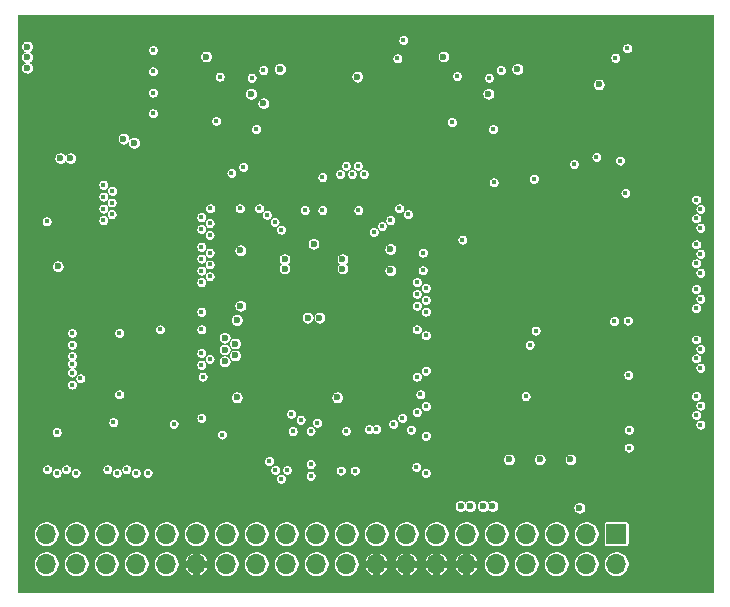
<source format=gbr>
G04 #@! TF.GenerationSoftware,KiCad,Pcbnew,(5.1.6-0-10_14)*
G04 #@! TF.CreationDate,2020-08-15T08:11:16-07:00*
G04 #@! TF.ProjectId,fpga-ice40,66706761-2d69-4636-9534-302e6b696361,r0.1*
G04 #@! TF.SameCoordinates,Original*
G04 #@! TF.FileFunction,Copper,L2,Inr*
G04 #@! TF.FilePolarity,Positive*
%FSLAX46Y46*%
G04 Gerber Fmt 4.6, Leading zero omitted, Abs format (unit mm)*
G04 Created by KiCad (PCBNEW (5.1.6-0-10_14)) date 2020-08-15 08:11:16*
%MOMM*%
%LPD*%
G01*
G04 APERTURE LIST*
G04 #@! TA.AperFunction,ViaPad*
%ADD10O,1.700000X1.700000*%
G04 #@! TD*
G04 #@! TA.AperFunction,ViaPad*
%ADD11R,1.700000X1.700000*%
G04 #@! TD*
G04 #@! TA.AperFunction,ViaPad*
%ADD12C,0.600000*%
G04 #@! TD*
G04 #@! TA.AperFunction,ViaPad*
%ADD13C,0.450000*%
G04 #@! TD*
G04 #@! TA.AperFunction,Conductor*
%ADD14C,0.089000*%
G04 #@! TD*
G04 APERTURE END LIST*
D10*
X138410000Y-115590000D03*
X138410000Y-113050000D03*
X140950000Y-115590000D03*
X140950000Y-113050000D03*
X143490000Y-115590000D03*
X143490000Y-113050000D03*
X146030000Y-115590000D03*
X146030000Y-113050000D03*
X148570000Y-115590000D03*
X148570000Y-113050000D03*
X151110000Y-115590000D03*
X151110000Y-113050000D03*
X153650000Y-115590000D03*
X153650000Y-113050000D03*
X156190000Y-115590000D03*
X156190000Y-113050000D03*
X158730000Y-115590000D03*
X158730000Y-113050000D03*
X161270000Y-115590000D03*
X161270000Y-113050000D03*
X163810000Y-115590000D03*
X163810000Y-113050000D03*
X166350000Y-115590000D03*
X166350000Y-113050000D03*
X168890000Y-115590000D03*
X168890000Y-113050000D03*
X171430000Y-115590000D03*
X171430000Y-113050000D03*
X173970000Y-115590000D03*
X173970000Y-113050000D03*
X176510000Y-115590000D03*
X176510000Y-113050000D03*
X179050000Y-115590000D03*
X179050000Y-113050000D03*
X181590000Y-115590000D03*
X181590000Y-113050000D03*
X184130000Y-115590000D03*
X184130000Y-113050000D03*
X186670000Y-115590000D03*
D11*
X186670000Y-113050000D03*
D12*
X149250000Y-70000000D03*
X145600000Y-81250000D03*
X143600000Y-82450000D03*
X175250000Y-106900000D03*
X176200000Y-106900000D03*
D13*
X170050092Y-83253610D03*
X173250000Y-89250000D03*
D12*
X153250000Y-89050000D03*
X153250000Y-93750000D03*
X178050000Y-79850000D03*
D13*
X185700000Y-81000000D03*
X149250000Y-92750000D03*
X168350000Y-106800000D03*
X149200008Y-95750000D03*
X139200000Y-75000000D03*
X139200000Y-75600000D03*
X153300000Y-106800000D03*
X163800000Y-107149998D03*
X172850000Y-90750000D03*
X159850002Y-107500000D03*
X169800000Y-97250000D03*
X170550000Y-97750000D03*
X137500000Y-98400000D03*
X137500000Y-96750000D03*
X140600000Y-101300000D03*
X141299996Y-101950000D03*
X146150000Y-70600000D03*
X172849996Y-101749996D03*
X146350000Y-90850000D03*
X138450000Y-91150000D03*
X146900002Y-90200000D03*
D12*
X173600000Y-105400000D03*
D13*
X158800000Y-83189819D03*
D12*
X151599998Y-73700000D03*
D13*
X144600000Y-98946400D03*
X138263325Y-83564565D03*
D12*
X142050000Y-90400000D03*
D13*
X166800000Y-83200000D03*
X146000000Y-82900000D03*
D12*
X157650000Y-79450000D03*
X171700000Y-73700000D03*
D13*
X153799996Y-85500002D03*
X148950000Y-101250000D03*
D12*
X165099994Y-76600000D03*
X185200000Y-76600000D03*
D13*
X179700000Y-82196472D03*
X146050000Y-78950000D03*
X146050000Y-78300000D03*
D12*
X157250000Y-98150000D03*
X157250000Y-99550000D03*
X164850000Y-98150000D03*
X164850002Y-99550000D03*
D13*
X144600000Y-102750004D03*
X137550000Y-79450004D03*
X185150000Y-110750000D03*
X149000000Y-110800000D03*
X147650000Y-101250000D03*
X163550000Y-110300002D03*
X137100000Y-106800000D03*
X159354238Y-111095762D03*
X141950000Y-107550000D03*
D12*
X151650000Y-70000000D03*
X145250000Y-72350000D03*
X145250000Y-73650000D03*
X162400000Y-70900000D03*
X169250000Y-70000000D03*
X172250000Y-70000000D03*
X182450000Y-70600000D03*
X187350000Y-70600000D03*
X156550000Y-75250000D03*
X176900000Y-75400000D03*
X182800000Y-80650000D03*
X150050000Y-83350000D03*
X156600000Y-82500000D03*
X160150000Y-82250000D03*
X162250000Y-81300000D03*
X167900000Y-82250000D03*
X170700000Y-82100000D03*
X173250000Y-82100000D03*
X153900000Y-87150000D03*
X159700000Y-86950000D03*
X163650000Y-86900000D03*
X169150000Y-89450000D03*
X168700000Y-92350000D03*
X168700000Y-98500000D03*
X168700000Y-101850000D03*
X166900000Y-102600000D03*
X161850000Y-102650000D03*
X153100000Y-101800000D03*
X152400000Y-96650000D03*
X152200000Y-92600000D03*
X156750000Y-90700000D03*
X158200000Y-93150000D03*
X163700000Y-92150000D03*
X166100000Y-94450000D03*
X167000000Y-100950000D03*
X143600000Y-88800000D03*
X138250000Y-93500000D03*
X142100000Y-96750000D03*
X142900000Y-101650000D03*
X137300000Y-103600000D03*
X136750000Y-109600000D03*
X168675000Y-109125000D03*
X188500000Y-111400000D03*
X181900000Y-110850000D03*
X142250000Y-108700000D03*
X148550000Y-104550000D03*
X148050000Y-93600000D03*
D13*
X178900000Y-84200000D03*
X178700000Y-98600000D03*
X175950000Y-100250000D03*
X176400000Y-105400000D03*
X190750000Y-100200000D03*
X187550000Y-100900000D03*
X191750000Y-105000000D03*
X191750000Y-106500000D03*
X191200000Y-95700000D03*
X190750000Y-84000000D03*
X179300000Y-95300000D03*
X187275000Y-95950000D03*
X187099998Y-106300000D03*
D12*
X182500000Y-101925000D03*
X192500000Y-81075000D03*
X192500000Y-74100000D03*
D13*
X179000000Y-105275000D03*
X152250000Y-89253610D03*
X144000000Y-84003610D03*
X151550000Y-89750000D03*
X143250002Y-84500000D03*
X152250000Y-90250000D03*
X143956521Y-85002887D03*
X151550000Y-90761291D03*
X143260619Y-85511291D03*
X152250000Y-91250000D03*
X143950000Y-86000000D03*
X151550000Y-88750000D03*
X143250000Y-83500000D03*
X157750000Y-86649998D03*
X187600000Y-71950000D03*
X168650010Y-71250000D03*
X158300000Y-87300000D03*
X156800000Y-73800000D03*
X154800000Y-85500000D03*
X155800000Y-74450000D03*
X154100000Y-82503610D03*
X152800010Y-78100000D03*
X155099998Y-82000000D03*
X163796390Y-81900000D03*
X173200000Y-74300000D03*
X164803602Y-81900000D03*
X176250002Y-78800000D03*
X163300000Y-82600000D03*
X176900000Y-73800000D03*
X164300000Y-82599998D03*
X175900002Y-74450000D03*
X165300000Y-82599998D03*
X172749992Y-78200000D03*
X157100000Y-86050000D03*
X156200000Y-78800000D03*
X153100000Y-74350000D03*
X156450000Y-85500000D03*
X170550000Y-96250000D03*
X169050004Y-86000000D03*
X193450000Y-84750000D03*
X167550000Y-86500000D03*
X193800000Y-85550000D03*
X166850000Y-87000000D03*
X193450000Y-86350000D03*
X166150000Y-87500000D03*
X193800000Y-87150000D03*
X173650000Y-88150000D03*
X193450000Y-88550000D03*
X169800000Y-91750000D03*
X193800000Y-89350000D03*
X170550000Y-92250000D03*
X193450000Y-90150000D03*
X169800000Y-92750000D03*
X193800000Y-90949998D03*
X170550000Y-93250000D03*
X193450000Y-92350000D03*
X169799992Y-93750000D03*
X193800000Y-93150000D03*
X170550000Y-94246390D03*
X193450000Y-93950000D03*
X169800000Y-95750000D03*
X170550006Y-99250000D03*
X193450000Y-96600000D03*
X169800000Y-99750000D03*
X193800000Y-97400000D03*
X170550000Y-102250000D03*
X193450000Y-98200000D03*
X169799998Y-102750000D03*
X193800000Y-99000000D03*
X168549998Y-103250000D03*
X193450000Y-101400000D03*
X167800000Y-103750000D03*
X193800000Y-102200000D03*
X169300000Y-104250000D03*
X193450000Y-103000000D03*
X170550000Y-104750000D03*
X193800000Y-103800000D03*
X161800000Y-82850018D03*
X161800000Y-85650000D03*
X160800000Y-107150000D03*
X160800000Y-104350000D03*
X151550000Y-94250000D03*
X170300000Y-89250000D03*
D12*
X175850000Y-75800000D03*
D13*
X183100000Y-81750000D03*
X160300000Y-85649996D03*
X163800000Y-104350000D03*
X166350000Y-104200000D03*
X165750000Y-104200000D03*
X164850000Y-85647579D03*
X170100000Y-101250006D03*
X138450000Y-86600000D03*
X148050000Y-95750000D03*
D12*
X139400000Y-90400000D03*
X151950000Y-72650000D03*
X172050012Y-72650000D03*
D13*
X152300000Y-85500000D03*
D12*
X155750000Y-75800000D03*
X156800000Y-76600000D03*
D13*
X151650000Y-99750000D03*
X159279253Y-104370755D03*
D12*
X158200000Y-73700000D03*
X178300000Y-73700000D03*
X185200000Y-75000000D03*
X164750000Y-74350000D03*
D13*
X179700000Y-83000000D03*
X144100000Y-103600002D03*
X144600000Y-101250000D03*
D12*
X182800000Y-106750000D03*
X180200002Y-106750000D03*
X177600000Y-106750000D03*
D13*
X147000000Y-107900000D03*
D12*
X154400000Y-97950000D03*
X153525000Y-98450000D03*
X153525000Y-97450000D03*
X153524996Y-96450000D03*
X154400000Y-96950004D03*
D13*
X160800000Y-108150000D03*
X139300000Y-104450000D03*
X140600000Y-98000000D03*
X179000000Y-101400000D03*
X187700002Y-99600000D03*
X187750000Y-105750000D03*
X187750000Y-104250000D03*
X187650000Y-95000000D03*
X187450000Y-84200000D03*
X179350000Y-97050000D03*
X151550000Y-95750000D03*
X168303610Y-85500000D03*
X170300000Y-90750000D03*
D12*
X167549998Y-90750000D03*
X163500000Y-89800000D03*
X158600000Y-89800000D03*
X163500000Y-90600000D03*
X158600000Y-90600000D03*
X154850000Y-89050000D03*
X154849996Y-93750000D03*
X161050000Y-88500000D03*
D13*
X153300000Y-104650006D03*
D12*
X154549994Y-101500000D03*
X163050000Y-101499996D03*
X160550000Y-94750000D03*
X161550000Y-94750000D03*
X154550000Y-94950000D03*
X167550000Y-88949998D03*
D13*
X149200012Y-103750000D03*
X138499990Y-107600000D03*
X151549994Y-103249998D03*
X139300000Y-107899994D03*
X159149998Y-102900000D03*
X140100000Y-107600000D03*
X159950000Y-103400000D03*
X140900000Y-107900014D03*
X161350000Y-103650002D03*
X158800000Y-107650000D03*
X143600000Y-107600000D03*
X158300000Y-108400000D03*
X144400000Y-107900000D03*
X157800000Y-107650000D03*
X145200000Y-107600000D03*
X157300000Y-106900000D03*
X146000000Y-107900000D03*
X169750000Y-107400000D03*
X164550000Y-107700000D03*
X170550000Y-107900000D03*
X163349996Y-107700000D03*
X141300000Y-99900000D03*
X152249998Y-98250000D03*
X140600000Y-99400000D03*
X151550000Y-97750000D03*
X140600000Y-100428600D03*
X140600000Y-97050000D03*
X151550002Y-98750000D03*
D12*
X136800000Y-71800000D03*
X136800000Y-72700000D03*
X136800000Y-73600000D03*
X173500000Y-110700000D03*
X174300000Y-110700000D03*
X176200000Y-110700000D03*
X175400000Y-110700000D03*
D13*
X187000000Y-81450000D03*
X185000004Y-81150000D03*
D12*
X139600000Y-81250000D03*
X140450000Y-81250000D03*
X144950000Y-79600000D03*
X145850000Y-79950000D03*
D13*
X140600000Y-98650000D03*
X147450000Y-72100000D03*
X147450000Y-73900000D03*
X147450000Y-75700000D03*
X147449996Y-77450000D03*
X152250000Y-87750000D03*
X151550000Y-87250000D03*
X152250000Y-86750000D03*
X151550000Y-86250000D03*
X144600000Y-96050000D03*
X168150000Y-72800000D03*
X186600000Y-72749998D03*
X151550000Y-91750000D03*
X143250000Y-86500000D03*
X176300000Y-83300000D03*
X140600000Y-96050000D03*
D12*
X183550000Y-110850006D03*
D13*
X179850000Y-95850000D03*
X186500002Y-95050000D03*
D14*
G36*
X194830500Y-117960558D02*
G01*
X136019500Y-117980443D01*
X136019500Y-115486889D01*
X137363100Y-115486889D01*
X137363100Y-115693111D01*
X137403331Y-115895370D01*
X137482249Y-116085893D01*
X137596819Y-116257360D01*
X137742640Y-116403181D01*
X137914107Y-116517751D01*
X138104630Y-116596669D01*
X138306889Y-116636900D01*
X138513111Y-116636900D01*
X138715370Y-116596669D01*
X138905893Y-116517751D01*
X139077360Y-116403181D01*
X139223181Y-116257360D01*
X139337751Y-116085893D01*
X139416669Y-115895370D01*
X139456900Y-115693111D01*
X139456900Y-115486889D01*
X139903100Y-115486889D01*
X139903100Y-115693111D01*
X139943331Y-115895370D01*
X140022249Y-116085893D01*
X140136819Y-116257360D01*
X140282640Y-116403181D01*
X140454107Y-116517751D01*
X140644630Y-116596669D01*
X140846889Y-116636900D01*
X141053111Y-116636900D01*
X141255370Y-116596669D01*
X141445893Y-116517751D01*
X141617360Y-116403181D01*
X141763181Y-116257360D01*
X141877751Y-116085893D01*
X141956669Y-115895370D01*
X141996900Y-115693111D01*
X141996900Y-115486889D01*
X142443100Y-115486889D01*
X142443100Y-115693111D01*
X142483331Y-115895370D01*
X142562249Y-116085893D01*
X142676819Y-116257360D01*
X142822640Y-116403181D01*
X142994107Y-116517751D01*
X143184630Y-116596669D01*
X143386889Y-116636900D01*
X143593111Y-116636900D01*
X143795370Y-116596669D01*
X143985893Y-116517751D01*
X144157360Y-116403181D01*
X144303181Y-116257360D01*
X144417751Y-116085893D01*
X144496669Y-115895370D01*
X144536900Y-115693111D01*
X144536900Y-115486889D01*
X144983100Y-115486889D01*
X144983100Y-115693111D01*
X145023331Y-115895370D01*
X145102249Y-116085893D01*
X145216819Y-116257360D01*
X145362640Y-116403181D01*
X145534107Y-116517751D01*
X145724630Y-116596669D01*
X145926889Y-116636900D01*
X146133111Y-116636900D01*
X146335370Y-116596669D01*
X146525893Y-116517751D01*
X146697360Y-116403181D01*
X146843181Y-116257360D01*
X146957751Y-116085893D01*
X147036669Y-115895370D01*
X147076900Y-115693111D01*
X147076900Y-115486889D01*
X147523100Y-115486889D01*
X147523100Y-115693111D01*
X147563331Y-115895370D01*
X147642249Y-116085893D01*
X147756819Y-116257360D01*
X147902640Y-116403181D01*
X148074107Y-116517751D01*
X148264630Y-116596669D01*
X148466889Y-116636900D01*
X148673111Y-116636900D01*
X148875370Y-116596669D01*
X149065893Y-116517751D01*
X149237360Y-116403181D01*
X149383181Y-116257360D01*
X149497751Y-116085893D01*
X149576669Y-115895370D01*
X149586588Y-115845500D01*
X150169311Y-115845500D01*
X150180243Y-115995944D01*
X150277304Y-116169530D01*
X150406365Y-116320845D01*
X150562466Y-116444074D01*
X150704058Y-116519742D01*
X150854500Y-116529244D01*
X150854500Y-115845500D01*
X151365500Y-115845500D01*
X151365500Y-116529244D01*
X151515942Y-116519742D01*
X151657534Y-116444074D01*
X151813635Y-116320845D01*
X151942696Y-116169530D01*
X152039757Y-115995944D01*
X152050689Y-115845500D01*
X151365500Y-115845500D01*
X150854500Y-115845500D01*
X150169311Y-115845500D01*
X149586588Y-115845500D01*
X149616900Y-115693111D01*
X149616900Y-115486889D01*
X152603100Y-115486889D01*
X152603100Y-115693111D01*
X152643331Y-115895370D01*
X152722249Y-116085893D01*
X152836819Y-116257360D01*
X152982640Y-116403181D01*
X153154107Y-116517751D01*
X153344630Y-116596669D01*
X153546889Y-116636900D01*
X153753111Y-116636900D01*
X153955370Y-116596669D01*
X154145893Y-116517751D01*
X154317360Y-116403181D01*
X154463181Y-116257360D01*
X154577751Y-116085893D01*
X154656669Y-115895370D01*
X154696900Y-115693111D01*
X154696900Y-115486889D01*
X155143100Y-115486889D01*
X155143100Y-115693111D01*
X155183331Y-115895370D01*
X155262249Y-116085893D01*
X155376819Y-116257360D01*
X155522640Y-116403181D01*
X155694107Y-116517751D01*
X155884630Y-116596669D01*
X156086889Y-116636900D01*
X156293111Y-116636900D01*
X156495370Y-116596669D01*
X156685893Y-116517751D01*
X156857360Y-116403181D01*
X157003181Y-116257360D01*
X157117751Y-116085893D01*
X157196669Y-115895370D01*
X157236900Y-115693111D01*
X157236900Y-115486889D01*
X157683100Y-115486889D01*
X157683100Y-115693111D01*
X157723331Y-115895370D01*
X157802249Y-116085893D01*
X157916819Y-116257360D01*
X158062640Y-116403181D01*
X158234107Y-116517751D01*
X158424630Y-116596669D01*
X158626889Y-116636900D01*
X158833111Y-116636900D01*
X159035370Y-116596669D01*
X159225893Y-116517751D01*
X159397360Y-116403181D01*
X159543181Y-116257360D01*
X159657751Y-116085893D01*
X159736669Y-115895370D01*
X159776900Y-115693111D01*
X159776900Y-115486889D01*
X160223100Y-115486889D01*
X160223100Y-115693111D01*
X160263331Y-115895370D01*
X160342249Y-116085893D01*
X160456819Y-116257360D01*
X160602640Y-116403181D01*
X160774107Y-116517751D01*
X160964630Y-116596669D01*
X161166889Y-116636900D01*
X161373111Y-116636900D01*
X161575370Y-116596669D01*
X161765893Y-116517751D01*
X161937360Y-116403181D01*
X162083181Y-116257360D01*
X162197751Y-116085893D01*
X162276669Y-115895370D01*
X162316900Y-115693111D01*
X162316900Y-115486889D01*
X162763100Y-115486889D01*
X162763100Y-115693111D01*
X162803331Y-115895370D01*
X162882249Y-116085893D01*
X162996819Y-116257360D01*
X163142640Y-116403181D01*
X163314107Y-116517751D01*
X163504630Y-116596669D01*
X163706889Y-116636900D01*
X163913111Y-116636900D01*
X164115370Y-116596669D01*
X164305893Y-116517751D01*
X164477360Y-116403181D01*
X164623181Y-116257360D01*
X164737751Y-116085893D01*
X164816669Y-115895370D01*
X164826588Y-115845500D01*
X165409311Y-115845500D01*
X165420243Y-115995944D01*
X165517304Y-116169530D01*
X165646365Y-116320845D01*
X165802466Y-116444074D01*
X165944058Y-116519742D01*
X166094500Y-116529244D01*
X166094500Y-115845500D01*
X166605500Y-115845500D01*
X166605500Y-116529244D01*
X166755942Y-116519742D01*
X166897534Y-116444074D01*
X167053635Y-116320845D01*
X167182696Y-116169530D01*
X167279757Y-115995944D01*
X167290689Y-115845500D01*
X167949311Y-115845500D01*
X167960243Y-115995944D01*
X168057304Y-116169530D01*
X168186365Y-116320845D01*
X168342466Y-116444074D01*
X168484058Y-116519742D01*
X168634500Y-116529244D01*
X168634500Y-115845500D01*
X169145500Y-115845500D01*
X169145500Y-116529244D01*
X169295942Y-116519742D01*
X169437534Y-116444074D01*
X169593635Y-116320845D01*
X169722696Y-116169530D01*
X169819757Y-115995944D01*
X169830689Y-115845500D01*
X170489311Y-115845500D01*
X170500243Y-115995944D01*
X170597304Y-116169530D01*
X170726365Y-116320845D01*
X170882466Y-116444074D01*
X171024058Y-116519742D01*
X171174500Y-116529244D01*
X171174500Y-115845500D01*
X171685500Y-115845500D01*
X171685500Y-116529244D01*
X171835942Y-116519742D01*
X171977534Y-116444074D01*
X172133635Y-116320845D01*
X172262696Y-116169530D01*
X172359757Y-115995944D01*
X172370689Y-115845500D01*
X173029311Y-115845500D01*
X173040243Y-115995944D01*
X173137304Y-116169530D01*
X173266365Y-116320845D01*
X173422466Y-116444074D01*
X173564058Y-116519742D01*
X173714500Y-116529244D01*
X173714500Y-115845500D01*
X174225500Y-115845500D01*
X174225500Y-116529244D01*
X174375942Y-116519742D01*
X174517534Y-116444074D01*
X174673635Y-116320845D01*
X174802696Y-116169530D01*
X174899757Y-115995944D01*
X174910689Y-115845500D01*
X174225500Y-115845500D01*
X173714500Y-115845500D01*
X173029311Y-115845500D01*
X172370689Y-115845500D01*
X171685500Y-115845500D01*
X171174500Y-115845500D01*
X170489311Y-115845500D01*
X169830689Y-115845500D01*
X169145500Y-115845500D01*
X168634500Y-115845500D01*
X167949311Y-115845500D01*
X167290689Y-115845500D01*
X166605500Y-115845500D01*
X166094500Y-115845500D01*
X165409311Y-115845500D01*
X164826588Y-115845500D01*
X164856900Y-115693111D01*
X164856900Y-115486889D01*
X175463100Y-115486889D01*
X175463100Y-115693111D01*
X175503331Y-115895370D01*
X175582249Y-116085893D01*
X175696819Y-116257360D01*
X175842640Y-116403181D01*
X176014107Y-116517751D01*
X176204630Y-116596669D01*
X176406889Y-116636900D01*
X176613111Y-116636900D01*
X176815370Y-116596669D01*
X177005893Y-116517751D01*
X177177360Y-116403181D01*
X177323181Y-116257360D01*
X177437751Y-116085893D01*
X177516669Y-115895370D01*
X177556900Y-115693111D01*
X177556900Y-115486889D01*
X178003100Y-115486889D01*
X178003100Y-115693111D01*
X178043331Y-115895370D01*
X178122249Y-116085893D01*
X178236819Y-116257360D01*
X178382640Y-116403181D01*
X178554107Y-116517751D01*
X178744630Y-116596669D01*
X178946889Y-116636900D01*
X179153111Y-116636900D01*
X179355370Y-116596669D01*
X179545893Y-116517751D01*
X179717360Y-116403181D01*
X179863181Y-116257360D01*
X179977751Y-116085893D01*
X180056669Y-115895370D01*
X180096900Y-115693111D01*
X180096900Y-115486889D01*
X180543100Y-115486889D01*
X180543100Y-115693111D01*
X180583331Y-115895370D01*
X180662249Y-116085893D01*
X180776819Y-116257360D01*
X180922640Y-116403181D01*
X181094107Y-116517751D01*
X181284630Y-116596669D01*
X181486889Y-116636900D01*
X181693111Y-116636900D01*
X181895370Y-116596669D01*
X182085893Y-116517751D01*
X182257360Y-116403181D01*
X182403181Y-116257360D01*
X182517751Y-116085893D01*
X182596669Y-115895370D01*
X182636900Y-115693111D01*
X182636900Y-115486889D01*
X183083100Y-115486889D01*
X183083100Y-115693111D01*
X183123331Y-115895370D01*
X183202249Y-116085893D01*
X183316819Y-116257360D01*
X183462640Y-116403181D01*
X183634107Y-116517751D01*
X183824630Y-116596669D01*
X184026889Y-116636900D01*
X184233111Y-116636900D01*
X184435370Y-116596669D01*
X184625893Y-116517751D01*
X184797360Y-116403181D01*
X184943181Y-116257360D01*
X185057751Y-116085893D01*
X185136669Y-115895370D01*
X185176900Y-115693111D01*
X185176900Y-115486889D01*
X185623100Y-115486889D01*
X185623100Y-115693111D01*
X185663331Y-115895370D01*
X185742249Y-116085893D01*
X185856819Y-116257360D01*
X186002640Y-116403181D01*
X186174107Y-116517751D01*
X186364630Y-116596669D01*
X186566889Y-116636900D01*
X186773111Y-116636900D01*
X186975370Y-116596669D01*
X187165893Y-116517751D01*
X187337360Y-116403181D01*
X187483181Y-116257360D01*
X187597751Y-116085893D01*
X187676669Y-115895370D01*
X187716900Y-115693111D01*
X187716900Y-115486889D01*
X187676669Y-115284630D01*
X187597751Y-115094107D01*
X187483181Y-114922640D01*
X187337360Y-114776819D01*
X187165893Y-114662249D01*
X186975370Y-114583331D01*
X186773111Y-114543100D01*
X186566889Y-114543100D01*
X186364630Y-114583331D01*
X186174107Y-114662249D01*
X186002640Y-114776819D01*
X185856819Y-114922640D01*
X185742249Y-115094107D01*
X185663331Y-115284630D01*
X185623100Y-115486889D01*
X185176900Y-115486889D01*
X185136669Y-115284630D01*
X185057751Y-115094107D01*
X184943181Y-114922640D01*
X184797360Y-114776819D01*
X184625893Y-114662249D01*
X184435370Y-114583331D01*
X184233111Y-114543100D01*
X184026889Y-114543100D01*
X183824630Y-114583331D01*
X183634107Y-114662249D01*
X183462640Y-114776819D01*
X183316819Y-114922640D01*
X183202249Y-115094107D01*
X183123331Y-115284630D01*
X183083100Y-115486889D01*
X182636900Y-115486889D01*
X182596669Y-115284630D01*
X182517751Y-115094107D01*
X182403181Y-114922640D01*
X182257360Y-114776819D01*
X182085893Y-114662249D01*
X181895370Y-114583331D01*
X181693111Y-114543100D01*
X181486889Y-114543100D01*
X181284630Y-114583331D01*
X181094107Y-114662249D01*
X180922640Y-114776819D01*
X180776819Y-114922640D01*
X180662249Y-115094107D01*
X180583331Y-115284630D01*
X180543100Y-115486889D01*
X180096900Y-115486889D01*
X180056669Y-115284630D01*
X179977751Y-115094107D01*
X179863181Y-114922640D01*
X179717360Y-114776819D01*
X179545893Y-114662249D01*
X179355370Y-114583331D01*
X179153111Y-114543100D01*
X178946889Y-114543100D01*
X178744630Y-114583331D01*
X178554107Y-114662249D01*
X178382640Y-114776819D01*
X178236819Y-114922640D01*
X178122249Y-115094107D01*
X178043331Y-115284630D01*
X178003100Y-115486889D01*
X177556900Y-115486889D01*
X177516669Y-115284630D01*
X177437751Y-115094107D01*
X177323181Y-114922640D01*
X177177360Y-114776819D01*
X177005893Y-114662249D01*
X176815370Y-114583331D01*
X176613111Y-114543100D01*
X176406889Y-114543100D01*
X176204630Y-114583331D01*
X176014107Y-114662249D01*
X175842640Y-114776819D01*
X175696819Y-114922640D01*
X175582249Y-115094107D01*
X175503331Y-115284630D01*
X175463100Y-115486889D01*
X164856900Y-115486889D01*
X164826589Y-115334500D01*
X165409311Y-115334500D01*
X166094500Y-115334500D01*
X166605500Y-115334500D01*
X167290689Y-115334500D01*
X167949311Y-115334500D01*
X168634500Y-115334500D01*
X169145500Y-115334500D01*
X169830689Y-115334500D01*
X170489311Y-115334500D01*
X171174500Y-115334500D01*
X171685500Y-115334500D01*
X172370689Y-115334500D01*
X173029311Y-115334500D01*
X173714500Y-115334500D01*
X174225500Y-115334500D01*
X174910689Y-115334500D01*
X174899757Y-115184056D01*
X174802696Y-115010470D01*
X174673635Y-114859155D01*
X174517534Y-114735926D01*
X174375942Y-114660258D01*
X174225500Y-114650756D01*
X174225500Y-115334500D01*
X173714500Y-115334500D01*
X173714500Y-114650756D01*
X173564058Y-114660258D01*
X173422466Y-114735926D01*
X173266365Y-114859155D01*
X173137304Y-115010470D01*
X173040243Y-115184056D01*
X173029311Y-115334500D01*
X172370689Y-115334500D01*
X172359757Y-115184056D01*
X172262696Y-115010470D01*
X172133635Y-114859155D01*
X171977534Y-114735926D01*
X171835942Y-114660258D01*
X171685500Y-114650756D01*
X171685500Y-115334500D01*
X171174500Y-115334500D01*
X171174500Y-114650756D01*
X171024058Y-114660258D01*
X170882466Y-114735926D01*
X170726365Y-114859155D01*
X170597304Y-115010470D01*
X170500243Y-115184056D01*
X170489311Y-115334500D01*
X169830689Y-115334500D01*
X169819757Y-115184056D01*
X169722696Y-115010470D01*
X169593635Y-114859155D01*
X169437534Y-114735926D01*
X169295942Y-114660258D01*
X169145500Y-114650756D01*
X169145500Y-115334500D01*
X168634500Y-115334500D01*
X168634500Y-114650756D01*
X168484058Y-114660258D01*
X168342466Y-114735926D01*
X168186365Y-114859155D01*
X168057304Y-115010470D01*
X167960243Y-115184056D01*
X167949311Y-115334500D01*
X167290689Y-115334500D01*
X167279757Y-115184056D01*
X167182696Y-115010470D01*
X167053635Y-114859155D01*
X166897534Y-114735926D01*
X166755942Y-114660258D01*
X166605500Y-114650756D01*
X166605500Y-115334500D01*
X166094500Y-115334500D01*
X166094500Y-114650756D01*
X165944058Y-114660258D01*
X165802466Y-114735926D01*
X165646365Y-114859155D01*
X165517304Y-115010470D01*
X165420243Y-115184056D01*
X165409311Y-115334500D01*
X164826589Y-115334500D01*
X164816669Y-115284630D01*
X164737751Y-115094107D01*
X164623181Y-114922640D01*
X164477360Y-114776819D01*
X164305893Y-114662249D01*
X164115370Y-114583331D01*
X163913111Y-114543100D01*
X163706889Y-114543100D01*
X163504630Y-114583331D01*
X163314107Y-114662249D01*
X163142640Y-114776819D01*
X162996819Y-114922640D01*
X162882249Y-115094107D01*
X162803331Y-115284630D01*
X162763100Y-115486889D01*
X162316900Y-115486889D01*
X162276669Y-115284630D01*
X162197751Y-115094107D01*
X162083181Y-114922640D01*
X161937360Y-114776819D01*
X161765893Y-114662249D01*
X161575370Y-114583331D01*
X161373111Y-114543100D01*
X161166889Y-114543100D01*
X160964630Y-114583331D01*
X160774107Y-114662249D01*
X160602640Y-114776819D01*
X160456819Y-114922640D01*
X160342249Y-115094107D01*
X160263331Y-115284630D01*
X160223100Y-115486889D01*
X159776900Y-115486889D01*
X159736669Y-115284630D01*
X159657751Y-115094107D01*
X159543181Y-114922640D01*
X159397360Y-114776819D01*
X159225893Y-114662249D01*
X159035370Y-114583331D01*
X158833111Y-114543100D01*
X158626889Y-114543100D01*
X158424630Y-114583331D01*
X158234107Y-114662249D01*
X158062640Y-114776819D01*
X157916819Y-114922640D01*
X157802249Y-115094107D01*
X157723331Y-115284630D01*
X157683100Y-115486889D01*
X157236900Y-115486889D01*
X157196669Y-115284630D01*
X157117751Y-115094107D01*
X157003181Y-114922640D01*
X156857360Y-114776819D01*
X156685893Y-114662249D01*
X156495370Y-114583331D01*
X156293111Y-114543100D01*
X156086889Y-114543100D01*
X155884630Y-114583331D01*
X155694107Y-114662249D01*
X155522640Y-114776819D01*
X155376819Y-114922640D01*
X155262249Y-115094107D01*
X155183331Y-115284630D01*
X155143100Y-115486889D01*
X154696900Y-115486889D01*
X154656669Y-115284630D01*
X154577751Y-115094107D01*
X154463181Y-114922640D01*
X154317360Y-114776819D01*
X154145893Y-114662249D01*
X153955370Y-114583331D01*
X153753111Y-114543100D01*
X153546889Y-114543100D01*
X153344630Y-114583331D01*
X153154107Y-114662249D01*
X152982640Y-114776819D01*
X152836819Y-114922640D01*
X152722249Y-115094107D01*
X152643331Y-115284630D01*
X152603100Y-115486889D01*
X149616900Y-115486889D01*
X149586589Y-115334500D01*
X150169311Y-115334500D01*
X150854500Y-115334500D01*
X151365500Y-115334500D01*
X152050689Y-115334500D01*
X152039757Y-115184056D01*
X151942696Y-115010470D01*
X151813635Y-114859155D01*
X151657534Y-114735926D01*
X151515942Y-114660258D01*
X151365500Y-114650756D01*
X151365500Y-115334500D01*
X150854500Y-115334500D01*
X150854500Y-114650756D01*
X150704058Y-114660258D01*
X150562466Y-114735926D01*
X150406365Y-114859155D01*
X150277304Y-115010470D01*
X150180243Y-115184056D01*
X150169311Y-115334500D01*
X149586589Y-115334500D01*
X149576669Y-115284630D01*
X149497751Y-115094107D01*
X149383181Y-114922640D01*
X149237360Y-114776819D01*
X149065893Y-114662249D01*
X148875370Y-114583331D01*
X148673111Y-114543100D01*
X148466889Y-114543100D01*
X148264630Y-114583331D01*
X148074107Y-114662249D01*
X147902640Y-114776819D01*
X147756819Y-114922640D01*
X147642249Y-115094107D01*
X147563331Y-115284630D01*
X147523100Y-115486889D01*
X147076900Y-115486889D01*
X147036669Y-115284630D01*
X146957751Y-115094107D01*
X146843181Y-114922640D01*
X146697360Y-114776819D01*
X146525893Y-114662249D01*
X146335370Y-114583331D01*
X146133111Y-114543100D01*
X145926889Y-114543100D01*
X145724630Y-114583331D01*
X145534107Y-114662249D01*
X145362640Y-114776819D01*
X145216819Y-114922640D01*
X145102249Y-115094107D01*
X145023331Y-115284630D01*
X144983100Y-115486889D01*
X144536900Y-115486889D01*
X144496669Y-115284630D01*
X144417751Y-115094107D01*
X144303181Y-114922640D01*
X144157360Y-114776819D01*
X143985893Y-114662249D01*
X143795370Y-114583331D01*
X143593111Y-114543100D01*
X143386889Y-114543100D01*
X143184630Y-114583331D01*
X142994107Y-114662249D01*
X142822640Y-114776819D01*
X142676819Y-114922640D01*
X142562249Y-115094107D01*
X142483331Y-115284630D01*
X142443100Y-115486889D01*
X141996900Y-115486889D01*
X141956669Y-115284630D01*
X141877751Y-115094107D01*
X141763181Y-114922640D01*
X141617360Y-114776819D01*
X141445893Y-114662249D01*
X141255370Y-114583331D01*
X141053111Y-114543100D01*
X140846889Y-114543100D01*
X140644630Y-114583331D01*
X140454107Y-114662249D01*
X140282640Y-114776819D01*
X140136819Y-114922640D01*
X140022249Y-115094107D01*
X139943331Y-115284630D01*
X139903100Y-115486889D01*
X139456900Y-115486889D01*
X139416669Y-115284630D01*
X139337751Y-115094107D01*
X139223181Y-114922640D01*
X139077360Y-114776819D01*
X138905893Y-114662249D01*
X138715370Y-114583331D01*
X138513111Y-114543100D01*
X138306889Y-114543100D01*
X138104630Y-114583331D01*
X137914107Y-114662249D01*
X137742640Y-114776819D01*
X137596819Y-114922640D01*
X137482249Y-115094107D01*
X137403331Y-115284630D01*
X137363100Y-115486889D01*
X136019500Y-115486889D01*
X136019500Y-112946889D01*
X137363100Y-112946889D01*
X137363100Y-113153111D01*
X137403331Y-113355370D01*
X137482249Y-113545893D01*
X137596819Y-113717360D01*
X137742640Y-113863181D01*
X137914107Y-113977751D01*
X138104630Y-114056669D01*
X138306889Y-114096900D01*
X138513111Y-114096900D01*
X138715370Y-114056669D01*
X138905893Y-113977751D01*
X139077360Y-113863181D01*
X139223181Y-113717360D01*
X139337751Y-113545893D01*
X139416669Y-113355370D01*
X139456900Y-113153111D01*
X139456900Y-112946889D01*
X139903100Y-112946889D01*
X139903100Y-113153111D01*
X139943331Y-113355370D01*
X140022249Y-113545893D01*
X140136819Y-113717360D01*
X140282640Y-113863181D01*
X140454107Y-113977751D01*
X140644630Y-114056669D01*
X140846889Y-114096900D01*
X141053111Y-114096900D01*
X141255370Y-114056669D01*
X141445893Y-113977751D01*
X141617360Y-113863181D01*
X141763181Y-113717360D01*
X141877751Y-113545893D01*
X141956669Y-113355370D01*
X141996900Y-113153111D01*
X141996900Y-112946889D01*
X142443100Y-112946889D01*
X142443100Y-113153111D01*
X142483331Y-113355370D01*
X142562249Y-113545893D01*
X142676819Y-113717360D01*
X142822640Y-113863181D01*
X142994107Y-113977751D01*
X143184630Y-114056669D01*
X143386889Y-114096900D01*
X143593111Y-114096900D01*
X143795370Y-114056669D01*
X143985893Y-113977751D01*
X144157360Y-113863181D01*
X144303181Y-113717360D01*
X144417751Y-113545893D01*
X144496669Y-113355370D01*
X144536900Y-113153111D01*
X144536900Y-112946889D01*
X144983100Y-112946889D01*
X144983100Y-113153111D01*
X145023331Y-113355370D01*
X145102249Y-113545893D01*
X145216819Y-113717360D01*
X145362640Y-113863181D01*
X145534107Y-113977751D01*
X145724630Y-114056669D01*
X145926889Y-114096900D01*
X146133111Y-114096900D01*
X146335370Y-114056669D01*
X146525893Y-113977751D01*
X146697360Y-113863181D01*
X146843181Y-113717360D01*
X146957751Y-113545893D01*
X147036669Y-113355370D01*
X147076900Y-113153111D01*
X147076900Y-112946889D01*
X147523100Y-112946889D01*
X147523100Y-113153111D01*
X147563331Y-113355370D01*
X147642249Y-113545893D01*
X147756819Y-113717360D01*
X147902640Y-113863181D01*
X148074107Y-113977751D01*
X148264630Y-114056669D01*
X148466889Y-114096900D01*
X148673111Y-114096900D01*
X148875370Y-114056669D01*
X149065893Y-113977751D01*
X149237360Y-113863181D01*
X149383181Y-113717360D01*
X149497751Y-113545893D01*
X149576669Y-113355370D01*
X149616900Y-113153111D01*
X149616900Y-112946889D01*
X150063100Y-112946889D01*
X150063100Y-113153111D01*
X150103331Y-113355370D01*
X150182249Y-113545893D01*
X150296819Y-113717360D01*
X150442640Y-113863181D01*
X150614107Y-113977751D01*
X150804630Y-114056669D01*
X151006889Y-114096900D01*
X151213111Y-114096900D01*
X151415370Y-114056669D01*
X151605893Y-113977751D01*
X151777360Y-113863181D01*
X151923181Y-113717360D01*
X152037751Y-113545893D01*
X152116669Y-113355370D01*
X152156900Y-113153111D01*
X152156900Y-112946889D01*
X152603100Y-112946889D01*
X152603100Y-113153111D01*
X152643331Y-113355370D01*
X152722249Y-113545893D01*
X152836819Y-113717360D01*
X152982640Y-113863181D01*
X153154107Y-113977751D01*
X153344630Y-114056669D01*
X153546889Y-114096900D01*
X153753111Y-114096900D01*
X153955370Y-114056669D01*
X154145893Y-113977751D01*
X154317360Y-113863181D01*
X154463181Y-113717360D01*
X154577751Y-113545893D01*
X154656669Y-113355370D01*
X154696900Y-113153111D01*
X154696900Y-112946889D01*
X155143100Y-112946889D01*
X155143100Y-113153111D01*
X155183331Y-113355370D01*
X155262249Y-113545893D01*
X155376819Y-113717360D01*
X155522640Y-113863181D01*
X155694107Y-113977751D01*
X155884630Y-114056669D01*
X156086889Y-114096900D01*
X156293111Y-114096900D01*
X156495370Y-114056669D01*
X156685893Y-113977751D01*
X156857360Y-113863181D01*
X157003181Y-113717360D01*
X157117751Y-113545893D01*
X157196669Y-113355370D01*
X157236900Y-113153111D01*
X157236900Y-112946889D01*
X157683100Y-112946889D01*
X157683100Y-113153111D01*
X157723331Y-113355370D01*
X157802249Y-113545893D01*
X157916819Y-113717360D01*
X158062640Y-113863181D01*
X158234107Y-113977751D01*
X158424630Y-114056669D01*
X158626889Y-114096900D01*
X158833111Y-114096900D01*
X159035370Y-114056669D01*
X159225893Y-113977751D01*
X159397360Y-113863181D01*
X159543181Y-113717360D01*
X159657751Y-113545893D01*
X159736669Y-113355370D01*
X159776900Y-113153111D01*
X159776900Y-112946889D01*
X160223100Y-112946889D01*
X160223100Y-113153111D01*
X160263331Y-113355370D01*
X160342249Y-113545893D01*
X160456819Y-113717360D01*
X160602640Y-113863181D01*
X160774107Y-113977751D01*
X160964630Y-114056669D01*
X161166889Y-114096900D01*
X161373111Y-114096900D01*
X161575370Y-114056669D01*
X161765893Y-113977751D01*
X161937360Y-113863181D01*
X162083181Y-113717360D01*
X162197751Y-113545893D01*
X162276669Y-113355370D01*
X162316900Y-113153111D01*
X162316900Y-112946889D01*
X162763100Y-112946889D01*
X162763100Y-113153111D01*
X162803331Y-113355370D01*
X162882249Y-113545893D01*
X162996819Y-113717360D01*
X163142640Y-113863181D01*
X163314107Y-113977751D01*
X163504630Y-114056669D01*
X163706889Y-114096900D01*
X163913111Y-114096900D01*
X164115370Y-114056669D01*
X164305893Y-113977751D01*
X164477360Y-113863181D01*
X164623181Y-113717360D01*
X164737751Y-113545893D01*
X164816669Y-113355370D01*
X164856900Y-113153111D01*
X164856900Y-112946889D01*
X165303100Y-112946889D01*
X165303100Y-113153111D01*
X165343331Y-113355370D01*
X165422249Y-113545893D01*
X165536819Y-113717360D01*
X165682640Y-113863181D01*
X165854107Y-113977751D01*
X166044630Y-114056669D01*
X166246889Y-114096900D01*
X166453111Y-114096900D01*
X166655370Y-114056669D01*
X166845893Y-113977751D01*
X167017360Y-113863181D01*
X167163181Y-113717360D01*
X167277751Y-113545893D01*
X167356669Y-113355370D01*
X167396900Y-113153111D01*
X167396900Y-112946889D01*
X167843100Y-112946889D01*
X167843100Y-113153111D01*
X167883331Y-113355370D01*
X167962249Y-113545893D01*
X168076819Y-113717360D01*
X168222640Y-113863181D01*
X168394107Y-113977751D01*
X168584630Y-114056669D01*
X168786889Y-114096900D01*
X168993111Y-114096900D01*
X169195370Y-114056669D01*
X169385893Y-113977751D01*
X169557360Y-113863181D01*
X169703181Y-113717360D01*
X169817751Y-113545893D01*
X169896669Y-113355370D01*
X169936900Y-113153111D01*
X169936900Y-112946889D01*
X170383100Y-112946889D01*
X170383100Y-113153111D01*
X170423331Y-113355370D01*
X170502249Y-113545893D01*
X170616819Y-113717360D01*
X170762640Y-113863181D01*
X170934107Y-113977751D01*
X171124630Y-114056669D01*
X171326889Y-114096900D01*
X171533111Y-114096900D01*
X171735370Y-114056669D01*
X171925893Y-113977751D01*
X172097360Y-113863181D01*
X172243181Y-113717360D01*
X172357751Y-113545893D01*
X172436669Y-113355370D01*
X172476900Y-113153111D01*
X172476900Y-112946889D01*
X172923100Y-112946889D01*
X172923100Y-113153111D01*
X172963331Y-113355370D01*
X173042249Y-113545893D01*
X173156819Y-113717360D01*
X173302640Y-113863181D01*
X173474107Y-113977751D01*
X173664630Y-114056669D01*
X173866889Y-114096900D01*
X174073111Y-114096900D01*
X174275370Y-114056669D01*
X174465893Y-113977751D01*
X174637360Y-113863181D01*
X174783181Y-113717360D01*
X174897751Y-113545893D01*
X174976669Y-113355370D01*
X175016900Y-113153111D01*
X175016900Y-112946889D01*
X175463100Y-112946889D01*
X175463100Y-113153111D01*
X175503331Y-113355370D01*
X175582249Y-113545893D01*
X175696819Y-113717360D01*
X175842640Y-113863181D01*
X176014107Y-113977751D01*
X176204630Y-114056669D01*
X176406889Y-114096900D01*
X176613111Y-114096900D01*
X176815370Y-114056669D01*
X177005893Y-113977751D01*
X177177360Y-113863181D01*
X177323181Y-113717360D01*
X177437751Y-113545893D01*
X177516669Y-113355370D01*
X177556900Y-113153111D01*
X177556900Y-112946889D01*
X178003100Y-112946889D01*
X178003100Y-113153111D01*
X178043331Y-113355370D01*
X178122249Y-113545893D01*
X178236819Y-113717360D01*
X178382640Y-113863181D01*
X178554107Y-113977751D01*
X178744630Y-114056669D01*
X178946889Y-114096900D01*
X179153111Y-114096900D01*
X179355370Y-114056669D01*
X179545893Y-113977751D01*
X179717360Y-113863181D01*
X179863181Y-113717360D01*
X179977751Y-113545893D01*
X180056669Y-113355370D01*
X180096900Y-113153111D01*
X180096900Y-112946889D01*
X180543100Y-112946889D01*
X180543100Y-113153111D01*
X180583331Y-113355370D01*
X180662249Y-113545893D01*
X180776819Y-113717360D01*
X180922640Y-113863181D01*
X181094107Y-113977751D01*
X181284630Y-114056669D01*
X181486889Y-114096900D01*
X181693111Y-114096900D01*
X181895370Y-114056669D01*
X182085893Y-113977751D01*
X182257360Y-113863181D01*
X182403181Y-113717360D01*
X182517751Y-113545893D01*
X182596669Y-113355370D01*
X182636900Y-113153111D01*
X182636900Y-112946889D01*
X183083100Y-112946889D01*
X183083100Y-113153111D01*
X183123331Y-113355370D01*
X183202249Y-113545893D01*
X183316819Y-113717360D01*
X183462640Y-113863181D01*
X183634107Y-113977751D01*
X183824630Y-114056669D01*
X184026889Y-114096900D01*
X184233111Y-114096900D01*
X184435370Y-114056669D01*
X184625893Y-113977751D01*
X184797360Y-113863181D01*
X184943181Y-113717360D01*
X185057751Y-113545893D01*
X185136669Y-113355370D01*
X185176900Y-113153111D01*
X185176900Y-112946889D01*
X185136669Y-112744630D01*
X185057751Y-112554107D01*
X184943181Y-112382640D01*
X184797360Y-112236819D01*
X184742257Y-112200000D01*
X185622148Y-112200000D01*
X185622148Y-113900000D01*
X185625950Y-113938599D01*
X185637209Y-113975715D01*
X185655492Y-114009921D01*
X185680098Y-114039902D01*
X185710079Y-114064508D01*
X185744285Y-114082791D01*
X185781401Y-114094050D01*
X185820000Y-114097852D01*
X187520000Y-114097852D01*
X187558599Y-114094050D01*
X187595715Y-114082791D01*
X187629921Y-114064508D01*
X187659902Y-114039902D01*
X187684508Y-114009921D01*
X187702791Y-113975715D01*
X187714050Y-113938599D01*
X187717852Y-113900000D01*
X187717852Y-112200000D01*
X187714050Y-112161401D01*
X187702791Y-112124285D01*
X187684508Y-112090079D01*
X187659902Y-112060098D01*
X187629921Y-112035492D01*
X187595715Y-112017209D01*
X187558599Y-112005950D01*
X187520000Y-112002148D01*
X185820000Y-112002148D01*
X185781401Y-112005950D01*
X185744285Y-112017209D01*
X185710079Y-112035492D01*
X185680098Y-112060098D01*
X185655492Y-112090079D01*
X185637209Y-112124285D01*
X185625950Y-112161401D01*
X185622148Y-112200000D01*
X184742257Y-112200000D01*
X184625893Y-112122249D01*
X184435370Y-112043331D01*
X184233111Y-112003100D01*
X184026889Y-112003100D01*
X183824630Y-112043331D01*
X183634107Y-112122249D01*
X183462640Y-112236819D01*
X183316819Y-112382640D01*
X183202249Y-112554107D01*
X183123331Y-112744630D01*
X183083100Y-112946889D01*
X182636900Y-112946889D01*
X182596669Y-112744630D01*
X182517751Y-112554107D01*
X182403181Y-112382640D01*
X182257360Y-112236819D01*
X182085893Y-112122249D01*
X181895370Y-112043331D01*
X181693111Y-112003100D01*
X181486889Y-112003100D01*
X181284630Y-112043331D01*
X181094107Y-112122249D01*
X180922640Y-112236819D01*
X180776819Y-112382640D01*
X180662249Y-112554107D01*
X180583331Y-112744630D01*
X180543100Y-112946889D01*
X180096900Y-112946889D01*
X180056669Y-112744630D01*
X179977751Y-112554107D01*
X179863181Y-112382640D01*
X179717360Y-112236819D01*
X179545893Y-112122249D01*
X179355370Y-112043331D01*
X179153111Y-112003100D01*
X178946889Y-112003100D01*
X178744630Y-112043331D01*
X178554107Y-112122249D01*
X178382640Y-112236819D01*
X178236819Y-112382640D01*
X178122249Y-112554107D01*
X178043331Y-112744630D01*
X178003100Y-112946889D01*
X177556900Y-112946889D01*
X177516669Y-112744630D01*
X177437751Y-112554107D01*
X177323181Y-112382640D01*
X177177360Y-112236819D01*
X177005893Y-112122249D01*
X176815370Y-112043331D01*
X176613111Y-112003100D01*
X176406889Y-112003100D01*
X176204630Y-112043331D01*
X176014107Y-112122249D01*
X175842640Y-112236819D01*
X175696819Y-112382640D01*
X175582249Y-112554107D01*
X175503331Y-112744630D01*
X175463100Y-112946889D01*
X175016900Y-112946889D01*
X174976669Y-112744630D01*
X174897751Y-112554107D01*
X174783181Y-112382640D01*
X174637360Y-112236819D01*
X174465893Y-112122249D01*
X174275370Y-112043331D01*
X174073111Y-112003100D01*
X173866889Y-112003100D01*
X173664630Y-112043331D01*
X173474107Y-112122249D01*
X173302640Y-112236819D01*
X173156819Y-112382640D01*
X173042249Y-112554107D01*
X172963331Y-112744630D01*
X172923100Y-112946889D01*
X172476900Y-112946889D01*
X172436669Y-112744630D01*
X172357751Y-112554107D01*
X172243181Y-112382640D01*
X172097360Y-112236819D01*
X171925893Y-112122249D01*
X171735370Y-112043331D01*
X171533111Y-112003100D01*
X171326889Y-112003100D01*
X171124630Y-112043331D01*
X170934107Y-112122249D01*
X170762640Y-112236819D01*
X170616819Y-112382640D01*
X170502249Y-112554107D01*
X170423331Y-112744630D01*
X170383100Y-112946889D01*
X169936900Y-112946889D01*
X169896669Y-112744630D01*
X169817751Y-112554107D01*
X169703181Y-112382640D01*
X169557360Y-112236819D01*
X169385893Y-112122249D01*
X169195370Y-112043331D01*
X168993111Y-112003100D01*
X168786889Y-112003100D01*
X168584630Y-112043331D01*
X168394107Y-112122249D01*
X168222640Y-112236819D01*
X168076819Y-112382640D01*
X167962249Y-112554107D01*
X167883331Y-112744630D01*
X167843100Y-112946889D01*
X167396900Y-112946889D01*
X167356669Y-112744630D01*
X167277751Y-112554107D01*
X167163181Y-112382640D01*
X167017360Y-112236819D01*
X166845893Y-112122249D01*
X166655370Y-112043331D01*
X166453111Y-112003100D01*
X166246889Y-112003100D01*
X166044630Y-112043331D01*
X165854107Y-112122249D01*
X165682640Y-112236819D01*
X165536819Y-112382640D01*
X165422249Y-112554107D01*
X165343331Y-112744630D01*
X165303100Y-112946889D01*
X164856900Y-112946889D01*
X164816669Y-112744630D01*
X164737751Y-112554107D01*
X164623181Y-112382640D01*
X164477360Y-112236819D01*
X164305893Y-112122249D01*
X164115370Y-112043331D01*
X163913111Y-112003100D01*
X163706889Y-112003100D01*
X163504630Y-112043331D01*
X163314107Y-112122249D01*
X163142640Y-112236819D01*
X162996819Y-112382640D01*
X162882249Y-112554107D01*
X162803331Y-112744630D01*
X162763100Y-112946889D01*
X162316900Y-112946889D01*
X162276669Y-112744630D01*
X162197751Y-112554107D01*
X162083181Y-112382640D01*
X161937360Y-112236819D01*
X161765893Y-112122249D01*
X161575370Y-112043331D01*
X161373111Y-112003100D01*
X161166889Y-112003100D01*
X160964630Y-112043331D01*
X160774107Y-112122249D01*
X160602640Y-112236819D01*
X160456819Y-112382640D01*
X160342249Y-112554107D01*
X160263331Y-112744630D01*
X160223100Y-112946889D01*
X159776900Y-112946889D01*
X159736669Y-112744630D01*
X159657751Y-112554107D01*
X159543181Y-112382640D01*
X159397360Y-112236819D01*
X159225893Y-112122249D01*
X159035370Y-112043331D01*
X158833111Y-112003100D01*
X158626889Y-112003100D01*
X158424630Y-112043331D01*
X158234107Y-112122249D01*
X158062640Y-112236819D01*
X157916819Y-112382640D01*
X157802249Y-112554107D01*
X157723331Y-112744630D01*
X157683100Y-112946889D01*
X157236900Y-112946889D01*
X157196669Y-112744630D01*
X157117751Y-112554107D01*
X157003181Y-112382640D01*
X156857360Y-112236819D01*
X156685893Y-112122249D01*
X156495370Y-112043331D01*
X156293111Y-112003100D01*
X156086889Y-112003100D01*
X155884630Y-112043331D01*
X155694107Y-112122249D01*
X155522640Y-112236819D01*
X155376819Y-112382640D01*
X155262249Y-112554107D01*
X155183331Y-112744630D01*
X155143100Y-112946889D01*
X154696900Y-112946889D01*
X154656669Y-112744630D01*
X154577751Y-112554107D01*
X154463181Y-112382640D01*
X154317360Y-112236819D01*
X154145893Y-112122249D01*
X153955370Y-112043331D01*
X153753111Y-112003100D01*
X153546889Y-112003100D01*
X153344630Y-112043331D01*
X153154107Y-112122249D01*
X152982640Y-112236819D01*
X152836819Y-112382640D01*
X152722249Y-112554107D01*
X152643331Y-112744630D01*
X152603100Y-112946889D01*
X152156900Y-112946889D01*
X152116669Y-112744630D01*
X152037751Y-112554107D01*
X151923181Y-112382640D01*
X151777360Y-112236819D01*
X151605893Y-112122249D01*
X151415370Y-112043331D01*
X151213111Y-112003100D01*
X151006889Y-112003100D01*
X150804630Y-112043331D01*
X150614107Y-112122249D01*
X150442640Y-112236819D01*
X150296819Y-112382640D01*
X150182249Y-112554107D01*
X150103331Y-112744630D01*
X150063100Y-112946889D01*
X149616900Y-112946889D01*
X149576669Y-112744630D01*
X149497751Y-112554107D01*
X149383181Y-112382640D01*
X149237360Y-112236819D01*
X149065893Y-112122249D01*
X148875370Y-112043331D01*
X148673111Y-112003100D01*
X148466889Y-112003100D01*
X148264630Y-112043331D01*
X148074107Y-112122249D01*
X147902640Y-112236819D01*
X147756819Y-112382640D01*
X147642249Y-112554107D01*
X147563331Y-112744630D01*
X147523100Y-112946889D01*
X147076900Y-112946889D01*
X147036669Y-112744630D01*
X146957751Y-112554107D01*
X146843181Y-112382640D01*
X146697360Y-112236819D01*
X146525893Y-112122249D01*
X146335370Y-112043331D01*
X146133111Y-112003100D01*
X145926889Y-112003100D01*
X145724630Y-112043331D01*
X145534107Y-112122249D01*
X145362640Y-112236819D01*
X145216819Y-112382640D01*
X145102249Y-112554107D01*
X145023331Y-112744630D01*
X144983100Y-112946889D01*
X144536900Y-112946889D01*
X144496669Y-112744630D01*
X144417751Y-112554107D01*
X144303181Y-112382640D01*
X144157360Y-112236819D01*
X143985893Y-112122249D01*
X143795370Y-112043331D01*
X143593111Y-112003100D01*
X143386889Y-112003100D01*
X143184630Y-112043331D01*
X142994107Y-112122249D01*
X142822640Y-112236819D01*
X142676819Y-112382640D01*
X142562249Y-112554107D01*
X142483331Y-112744630D01*
X142443100Y-112946889D01*
X141996900Y-112946889D01*
X141956669Y-112744630D01*
X141877751Y-112554107D01*
X141763181Y-112382640D01*
X141617360Y-112236819D01*
X141445893Y-112122249D01*
X141255370Y-112043331D01*
X141053111Y-112003100D01*
X140846889Y-112003100D01*
X140644630Y-112043331D01*
X140454107Y-112122249D01*
X140282640Y-112236819D01*
X140136819Y-112382640D01*
X140022249Y-112554107D01*
X139943331Y-112744630D01*
X139903100Y-112946889D01*
X139456900Y-112946889D01*
X139416669Y-112744630D01*
X139337751Y-112554107D01*
X139223181Y-112382640D01*
X139077360Y-112236819D01*
X138905893Y-112122249D01*
X138715370Y-112043331D01*
X138513111Y-112003100D01*
X138306889Y-112003100D01*
X138104630Y-112043331D01*
X137914107Y-112122249D01*
X137742640Y-112236819D01*
X137596819Y-112382640D01*
X137482249Y-112554107D01*
X137403331Y-112744630D01*
X137363100Y-112946889D01*
X136019500Y-112946889D01*
X136019500Y-110651060D01*
X173003100Y-110651060D01*
X173003100Y-110748940D01*
X173022196Y-110844940D01*
X173059653Y-110935370D01*
X173114033Y-111016755D01*
X173183245Y-111085967D01*
X173264630Y-111140347D01*
X173355060Y-111177804D01*
X173451060Y-111196900D01*
X173548940Y-111196900D01*
X173644940Y-111177804D01*
X173735370Y-111140347D01*
X173816755Y-111085967D01*
X173885967Y-111016755D01*
X173900000Y-110995753D01*
X173914033Y-111016755D01*
X173983245Y-111085967D01*
X174064630Y-111140347D01*
X174155060Y-111177804D01*
X174251060Y-111196900D01*
X174348940Y-111196900D01*
X174444940Y-111177804D01*
X174535370Y-111140347D01*
X174616755Y-111085967D01*
X174685967Y-111016755D01*
X174740347Y-110935370D01*
X174777804Y-110844940D01*
X174796900Y-110748940D01*
X174796900Y-110651060D01*
X174903100Y-110651060D01*
X174903100Y-110748940D01*
X174922196Y-110844940D01*
X174959653Y-110935370D01*
X175014033Y-111016755D01*
X175083245Y-111085967D01*
X175164630Y-111140347D01*
X175255060Y-111177804D01*
X175351060Y-111196900D01*
X175448940Y-111196900D01*
X175544940Y-111177804D01*
X175635370Y-111140347D01*
X175716755Y-111085967D01*
X175785967Y-111016755D01*
X175800000Y-110995753D01*
X175814033Y-111016755D01*
X175883245Y-111085967D01*
X175964630Y-111140347D01*
X176055060Y-111177804D01*
X176151060Y-111196900D01*
X176248940Y-111196900D01*
X176344940Y-111177804D01*
X176435370Y-111140347D01*
X176516755Y-111085967D01*
X176585967Y-111016755D01*
X176640347Y-110935370D01*
X176677804Y-110844940D01*
X176686531Y-110801066D01*
X183053100Y-110801066D01*
X183053100Y-110898946D01*
X183072196Y-110994946D01*
X183109653Y-111085376D01*
X183164033Y-111166761D01*
X183233245Y-111235973D01*
X183314630Y-111290353D01*
X183405060Y-111327810D01*
X183501060Y-111346906D01*
X183598940Y-111346906D01*
X183694940Y-111327810D01*
X183785370Y-111290353D01*
X183866755Y-111235973D01*
X183935967Y-111166761D01*
X183990347Y-111085376D01*
X184027804Y-110994946D01*
X184046900Y-110898946D01*
X184046900Y-110801066D01*
X184027804Y-110705066D01*
X183990347Y-110614636D01*
X183935967Y-110533251D01*
X183866755Y-110464039D01*
X183785370Y-110409659D01*
X183694940Y-110372202D01*
X183598940Y-110353106D01*
X183501060Y-110353106D01*
X183405060Y-110372202D01*
X183314630Y-110409659D01*
X183233245Y-110464039D01*
X183164033Y-110533251D01*
X183109653Y-110614636D01*
X183072196Y-110705066D01*
X183053100Y-110801066D01*
X176686531Y-110801066D01*
X176696900Y-110748940D01*
X176696900Y-110651060D01*
X176677804Y-110555060D01*
X176640347Y-110464630D01*
X176585967Y-110383245D01*
X176516755Y-110314033D01*
X176435370Y-110259653D01*
X176344940Y-110222196D01*
X176248940Y-110203100D01*
X176151060Y-110203100D01*
X176055060Y-110222196D01*
X175964630Y-110259653D01*
X175883245Y-110314033D01*
X175814033Y-110383245D01*
X175800000Y-110404247D01*
X175785967Y-110383245D01*
X175716755Y-110314033D01*
X175635370Y-110259653D01*
X175544940Y-110222196D01*
X175448940Y-110203100D01*
X175351060Y-110203100D01*
X175255060Y-110222196D01*
X175164630Y-110259653D01*
X175083245Y-110314033D01*
X175014033Y-110383245D01*
X174959653Y-110464630D01*
X174922196Y-110555060D01*
X174903100Y-110651060D01*
X174796900Y-110651060D01*
X174777804Y-110555060D01*
X174740347Y-110464630D01*
X174685967Y-110383245D01*
X174616755Y-110314033D01*
X174535370Y-110259653D01*
X174444940Y-110222196D01*
X174348940Y-110203100D01*
X174251060Y-110203100D01*
X174155060Y-110222196D01*
X174064630Y-110259653D01*
X173983245Y-110314033D01*
X173914033Y-110383245D01*
X173900000Y-110404247D01*
X173885967Y-110383245D01*
X173816755Y-110314033D01*
X173735370Y-110259653D01*
X173644940Y-110222196D01*
X173548940Y-110203100D01*
X173451060Y-110203100D01*
X173355060Y-110222196D01*
X173264630Y-110259653D01*
X173183245Y-110314033D01*
X173114033Y-110383245D01*
X173059653Y-110464630D01*
X173022196Y-110555060D01*
X173003100Y-110651060D01*
X136019500Y-110651060D01*
X136019500Y-108358447D01*
X157878100Y-108358447D01*
X157878100Y-108441553D01*
X157894314Y-108523064D01*
X157926117Y-108599844D01*
X157972289Y-108668945D01*
X158031055Y-108727711D01*
X158100156Y-108773883D01*
X158176936Y-108805686D01*
X158258447Y-108821900D01*
X158341553Y-108821900D01*
X158423064Y-108805686D01*
X158499844Y-108773883D01*
X158568945Y-108727711D01*
X158627711Y-108668945D01*
X158673883Y-108599844D01*
X158705686Y-108523064D01*
X158721900Y-108441553D01*
X158721900Y-108358447D01*
X158705686Y-108276936D01*
X158673883Y-108200156D01*
X158627711Y-108131055D01*
X158605103Y-108108447D01*
X160378100Y-108108447D01*
X160378100Y-108191553D01*
X160394314Y-108273064D01*
X160426117Y-108349844D01*
X160472289Y-108418945D01*
X160531055Y-108477711D01*
X160600156Y-108523883D01*
X160676936Y-108555686D01*
X160758447Y-108571900D01*
X160841553Y-108571900D01*
X160923064Y-108555686D01*
X160999844Y-108523883D01*
X161068945Y-108477711D01*
X161127711Y-108418945D01*
X161173883Y-108349844D01*
X161205686Y-108273064D01*
X161221900Y-108191553D01*
X161221900Y-108108447D01*
X161205686Y-108026936D01*
X161173883Y-107950156D01*
X161127711Y-107881055D01*
X161068945Y-107822289D01*
X160999844Y-107776117D01*
X160923064Y-107744314D01*
X160841553Y-107728100D01*
X160758447Y-107728100D01*
X160676936Y-107744314D01*
X160600156Y-107776117D01*
X160531055Y-107822289D01*
X160472289Y-107881055D01*
X160426117Y-107950156D01*
X160394314Y-108026936D01*
X160378100Y-108108447D01*
X158605103Y-108108447D01*
X158568945Y-108072289D01*
X158499844Y-108026117D01*
X158423064Y-107994314D01*
X158341553Y-107978100D01*
X158258447Y-107978100D01*
X158176936Y-107994314D01*
X158100156Y-108026117D01*
X158031055Y-108072289D01*
X157972289Y-108131055D01*
X157926117Y-108200156D01*
X157894314Y-108276936D01*
X157878100Y-108358447D01*
X136019500Y-108358447D01*
X136019500Y-107558447D01*
X138078090Y-107558447D01*
X138078090Y-107641553D01*
X138094304Y-107723064D01*
X138126107Y-107799844D01*
X138172279Y-107868945D01*
X138231045Y-107927711D01*
X138300146Y-107973883D01*
X138376926Y-108005686D01*
X138458437Y-108021900D01*
X138541543Y-108021900D01*
X138623054Y-108005686D01*
X138699834Y-107973883D01*
X138768935Y-107927711D01*
X138827701Y-107868945D01*
X138834719Y-107858441D01*
X138878100Y-107858441D01*
X138878100Y-107941547D01*
X138894314Y-108023058D01*
X138926117Y-108099838D01*
X138972289Y-108168939D01*
X139031055Y-108227705D01*
X139100156Y-108273877D01*
X139176936Y-108305680D01*
X139258447Y-108321894D01*
X139341553Y-108321894D01*
X139423064Y-108305680D01*
X139499844Y-108273877D01*
X139568945Y-108227705D01*
X139627711Y-108168939D01*
X139673883Y-108099838D01*
X139705686Y-108023058D01*
X139721900Y-107941547D01*
X139721900Y-107858441D01*
X139705686Y-107776930D01*
X139673883Y-107700150D01*
X139627711Y-107631049D01*
X139568945Y-107572283D01*
X139548239Y-107558447D01*
X139678100Y-107558447D01*
X139678100Y-107641553D01*
X139694314Y-107723064D01*
X139726117Y-107799844D01*
X139772289Y-107868945D01*
X139831055Y-107927711D01*
X139900156Y-107973883D01*
X139976936Y-108005686D01*
X140058447Y-108021900D01*
X140141553Y-108021900D01*
X140223064Y-108005686D01*
X140299844Y-107973883D01*
X140368945Y-107927711D01*
X140427711Y-107868945D01*
X140434716Y-107858461D01*
X140478100Y-107858461D01*
X140478100Y-107941567D01*
X140494314Y-108023078D01*
X140526117Y-108099858D01*
X140572289Y-108168959D01*
X140631055Y-108227725D01*
X140700156Y-108273897D01*
X140776936Y-108305700D01*
X140858447Y-108321914D01*
X140941553Y-108321914D01*
X141023064Y-108305700D01*
X141099844Y-108273897D01*
X141168945Y-108227725D01*
X141227711Y-108168959D01*
X141273883Y-108099858D01*
X141305686Y-108023078D01*
X141321900Y-107941567D01*
X141321900Y-107858461D01*
X141305686Y-107776950D01*
X141273883Y-107700170D01*
X141227711Y-107631069D01*
X141168945Y-107572303D01*
X141148209Y-107558447D01*
X143178100Y-107558447D01*
X143178100Y-107641553D01*
X143194314Y-107723064D01*
X143226117Y-107799844D01*
X143272289Y-107868945D01*
X143331055Y-107927711D01*
X143400156Y-107973883D01*
X143476936Y-108005686D01*
X143558447Y-108021900D01*
X143641553Y-108021900D01*
X143723064Y-108005686D01*
X143799844Y-107973883D01*
X143868945Y-107927711D01*
X143927711Y-107868945D01*
X143934725Y-107858447D01*
X143978100Y-107858447D01*
X143978100Y-107941553D01*
X143994314Y-108023064D01*
X144026117Y-108099844D01*
X144072289Y-108168945D01*
X144131055Y-108227711D01*
X144200156Y-108273883D01*
X144276936Y-108305686D01*
X144358447Y-108321900D01*
X144441553Y-108321900D01*
X144523064Y-108305686D01*
X144599844Y-108273883D01*
X144668945Y-108227711D01*
X144727711Y-108168945D01*
X144773883Y-108099844D01*
X144805686Y-108023064D01*
X144821900Y-107941553D01*
X144821900Y-107858447D01*
X144805686Y-107776936D01*
X144773883Y-107700156D01*
X144727711Y-107631055D01*
X144668945Y-107572289D01*
X144648230Y-107558447D01*
X144778100Y-107558447D01*
X144778100Y-107641553D01*
X144794314Y-107723064D01*
X144826117Y-107799844D01*
X144872289Y-107868945D01*
X144931055Y-107927711D01*
X145000156Y-107973883D01*
X145076936Y-108005686D01*
X145158447Y-108021900D01*
X145241553Y-108021900D01*
X145323064Y-108005686D01*
X145399844Y-107973883D01*
X145468945Y-107927711D01*
X145527711Y-107868945D01*
X145534725Y-107858447D01*
X145578100Y-107858447D01*
X145578100Y-107941553D01*
X145594314Y-108023064D01*
X145626117Y-108099844D01*
X145672289Y-108168945D01*
X145731055Y-108227711D01*
X145800156Y-108273883D01*
X145876936Y-108305686D01*
X145958447Y-108321900D01*
X146041553Y-108321900D01*
X146123064Y-108305686D01*
X146199844Y-108273883D01*
X146268945Y-108227711D01*
X146327711Y-108168945D01*
X146373883Y-108099844D01*
X146405686Y-108023064D01*
X146421900Y-107941553D01*
X146421900Y-107858447D01*
X146578100Y-107858447D01*
X146578100Y-107941553D01*
X146594314Y-108023064D01*
X146626117Y-108099844D01*
X146672289Y-108168945D01*
X146731055Y-108227711D01*
X146800156Y-108273883D01*
X146876936Y-108305686D01*
X146958447Y-108321900D01*
X147041553Y-108321900D01*
X147123064Y-108305686D01*
X147199844Y-108273883D01*
X147268945Y-108227711D01*
X147327711Y-108168945D01*
X147373883Y-108099844D01*
X147405686Y-108023064D01*
X147421900Y-107941553D01*
X147421900Y-107858447D01*
X147405686Y-107776936D01*
X147373883Y-107700156D01*
X147327711Y-107631055D01*
X147305103Y-107608447D01*
X157378100Y-107608447D01*
X157378100Y-107691553D01*
X157394314Y-107773064D01*
X157426117Y-107849844D01*
X157472289Y-107918945D01*
X157531055Y-107977711D01*
X157600156Y-108023883D01*
X157676936Y-108055686D01*
X157758447Y-108071900D01*
X157841553Y-108071900D01*
X157923064Y-108055686D01*
X157999844Y-108023883D01*
X158068945Y-107977711D01*
X158127711Y-107918945D01*
X158173883Y-107849844D01*
X158205686Y-107773064D01*
X158221900Y-107691553D01*
X158221900Y-107608447D01*
X158378100Y-107608447D01*
X158378100Y-107691553D01*
X158394314Y-107773064D01*
X158426117Y-107849844D01*
X158472289Y-107918945D01*
X158531055Y-107977711D01*
X158600156Y-108023883D01*
X158676936Y-108055686D01*
X158758447Y-108071900D01*
X158841553Y-108071900D01*
X158923064Y-108055686D01*
X158999844Y-108023883D01*
X159068945Y-107977711D01*
X159127711Y-107918945D01*
X159173883Y-107849844D01*
X159205686Y-107773064D01*
X159221900Y-107691553D01*
X159221900Y-107658447D01*
X162928096Y-107658447D01*
X162928096Y-107741553D01*
X162944310Y-107823064D01*
X162976113Y-107899844D01*
X163022285Y-107968945D01*
X163081051Y-108027711D01*
X163150152Y-108073883D01*
X163226932Y-108105686D01*
X163308443Y-108121900D01*
X163391549Y-108121900D01*
X163473060Y-108105686D01*
X163549840Y-108073883D01*
X163618941Y-108027711D01*
X163677707Y-107968945D01*
X163723879Y-107899844D01*
X163755682Y-107823064D01*
X163771896Y-107741553D01*
X163771896Y-107658447D01*
X164128100Y-107658447D01*
X164128100Y-107741553D01*
X164144314Y-107823064D01*
X164176117Y-107899844D01*
X164222289Y-107968945D01*
X164281055Y-108027711D01*
X164350156Y-108073883D01*
X164426936Y-108105686D01*
X164508447Y-108121900D01*
X164591553Y-108121900D01*
X164673064Y-108105686D01*
X164749844Y-108073883D01*
X164818945Y-108027711D01*
X164877711Y-107968945D01*
X164923883Y-107899844D01*
X164941030Y-107858447D01*
X170128100Y-107858447D01*
X170128100Y-107941553D01*
X170144314Y-108023064D01*
X170176117Y-108099844D01*
X170222289Y-108168945D01*
X170281055Y-108227711D01*
X170350156Y-108273883D01*
X170426936Y-108305686D01*
X170508447Y-108321900D01*
X170591553Y-108321900D01*
X170673064Y-108305686D01*
X170749844Y-108273883D01*
X170818945Y-108227711D01*
X170877711Y-108168945D01*
X170923883Y-108099844D01*
X170955686Y-108023064D01*
X170971900Y-107941553D01*
X170971900Y-107858447D01*
X170955686Y-107776936D01*
X170923883Y-107700156D01*
X170877711Y-107631055D01*
X170818945Y-107572289D01*
X170749844Y-107526117D01*
X170673064Y-107494314D01*
X170591553Y-107478100D01*
X170508447Y-107478100D01*
X170426936Y-107494314D01*
X170350156Y-107526117D01*
X170281055Y-107572289D01*
X170222289Y-107631055D01*
X170176117Y-107700156D01*
X170144314Y-107776936D01*
X170128100Y-107858447D01*
X164941030Y-107858447D01*
X164955686Y-107823064D01*
X164971900Y-107741553D01*
X164971900Y-107658447D01*
X164955686Y-107576936D01*
X164923883Y-107500156D01*
X164877711Y-107431055D01*
X164818945Y-107372289D01*
X164798230Y-107358447D01*
X169328100Y-107358447D01*
X169328100Y-107441553D01*
X169344314Y-107523064D01*
X169376117Y-107599844D01*
X169422289Y-107668945D01*
X169481055Y-107727711D01*
X169550156Y-107773883D01*
X169626936Y-107805686D01*
X169708447Y-107821900D01*
X169791553Y-107821900D01*
X169873064Y-107805686D01*
X169949844Y-107773883D01*
X170018945Y-107727711D01*
X170077711Y-107668945D01*
X170123883Y-107599844D01*
X170155686Y-107523064D01*
X170171900Y-107441553D01*
X170171900Y-107358447D01*
X170155686Y-107276936D01*
X170123883Y-107200156D01*
X170077711Y-107131055D01*
X170018945Y-107072289D01*
X169949844Y-107026117D01*
X169873064Y-106994314D01*
X169791553Y-106978100D01*
X169708447Y-106978100D01*
X169626936Y-106994314D01*
X169550156Y-107026117D01*
X169481055Y-107072289D01*
X169422289Y-107131055D01*
X169376117Y-107200156D01*
X169344314Y-107276936D01*
X169328100Y-107358447D01*
X164798230Y-107358447D01*
X164749844Y-107326117D01*
X164673064Y-107294314D01*
X164591553Y-107278100D01*
X164508447Y-107278100D01*
X164426936Y-107294314D01*
X164350156Y-107326117D01*
X164281055Y-107372289D01*
X164222289Y-107431055D01*
X164176117Y-107500156D01*
X164144314Y-107576936D01*
X164128100Y-107658447D01*
X163771896Y-107658447D01*
X163755682Y-107576936D01*
X163723879Y-107500156D01*
X163677707Y-107431055D01*
X163618941Y-107372289D01*
X163549840Y-107326117D01*
X163473060Y-107294314D01*
X163391549Y-107278100D01*
X163308443Y-107278100D01*
X163226932Y-107294314D01*
X163150152Y-107326117D01*
X163081051Y-107372289D01*
X163022285Y-107431055D01*
X162976113Y-107500156D01*
X162944310Y-107576936D01*
X162928096Y-107658447D01*
X159221900Y-107658447D01*
X159221900Y-107608447D01*
X159205686Y-107526936D01*
X159173883Y-107450156D01*
X159127711Y-107381055D01*
X159068945Y-107322289D01*
X158999844Y-107276117D01*
X158923064Y-107244314D01*
X158841553Y-107228100D01*
X158758447Y-107228100D01*
X158676936Y-107244314D01*
X158600156Y-107276117D01*
X158531055Y-107322289D01*
X158472289Y-107381055D01*
X158426117Y-107450156D01*
X158394314Y-107526936D01*
X158378100Y-107608447D01*
X158221900Y-107608447D01*
X158205686Y-107526936D01*
X158173883Y-107450156D01*
X158127711Y-107381055D01*
X158068945Y-107322289D01*
X157999844Y-107276117D01*
X157923064Y-107244314D01*
X157841553Y-107228100D01*
X157758447Y-107228100D01*
X157676936Y-107244314D01*
X157600156Y-107276117D01*
X157531055Y-107322289D01*
X157472289Y-107381055D01*
X157426117Y-107450156D01*
X157394314Y-107526936D01*
X157378100Y-107608447D01*
X147305103Y-107608447D01*
X147268945Y-107572289D01*
X147199844Y-107526117D01*
X147123064Y-107494314D01*
X147041553Y-107478100D01*
X146958447Y-107478100D01*
X146876936Y-107494314D01*
X146800156Y-107526117D01*
X146731055Y-107572289D01*
X146672289Y-107631055D01*
X146626117Y-107700156D01*
X146594314Y-107776936D01*
X146578100Y-107858447D01*
X146421900Y-107858447D01*
X146405686Y-107776936D01*
X146373883Y-107700156D01*
X146327711Y-107631055D01*
X146268945Y-107572289D01*
X146199844Y-107526117D01*
X146123064Y-107494314D01*
X146041553Y-107478100D01*
X145958447Y-107478100D01*
X145876936Y-107494314D01*
X145800156Y-107526117D01*
X145731055Y-107572289D01*
X145672289Y-107631055D01*
X145626117Y-107700156D01*
X145594314Y-107776936D01*
X145578100Y-107858447D01*
X145534725Y-107858447D01*
X145573883Y-107799844D01*
X145605686Y-107723064D01*
X145621900Y-107641553D01*
X145621900Y-107558447D01*
X145605686Y-107476936D01*
X145573883Y-107400156D01*
X145527711Y-107331055D01*
X145468945Y-107272289D01*
X145399844Y-107226117D01*
X145323064Y-107194314D01*
X145241553Y-107178100D01*
X145158447Y-107178100D01*
X145076936Y-107194314D01*
X145000156Y-107226117D01*
X144931055Y-107272289D01*
X144872289Y-107331055D01*
X144826117Y-107400156D01*
X144794314Y-107476936D01*
X144778100Y-107558447D01*
X144648230Y-107558447D01*
X144599844Y-107526117D01*
X144523064Y-107494314D01*
X144441553Y-107478100D01*
X144358447Y-107478100D01*
X144276936Y-107494314D01*
X144200156Y-107526117D01*
X144131055Y-107572289D01*
X144072289Y-107631055D01*
X144026117Y-107700156D01*
X143994314Y-107776936D01*
X143978100Y-107858447D01*
X143934725Y-107858447D01*
X143973883Y-107799844D01*
X144005686Y-107723064D01*
X144021900Y-107641553D01*
X144021900Y-107558447D01*
X144005686Y-107476936D01*
X143973883Y-107400156D01*
X143927711Y-107331055D01*
X143868945Y-107272289D01*
X143799844Y-107226117D01*
X143723064Y-107194314D01*
X143641553Y-107178100D01*
X143558447Y-107178100D01*
X143476936Y-107194314D01*
X143400156Y-107226117D01*
X143331055Y-107272289D01*
X143272289Y-107331055D01*
X143226117Y-107400156D01*
X143194314Y-107476936D01*
X143178100Y-107558447D01*
X141148209Y-107558447D01*
X141099844Y-107526131D01*
X141023064Y-107494328D01*
X140941553Y-107478114D01*
X140858447Y-107478114D01*
X140776936Y-107494328D01*
X140700156Y-107526131D01*
X140631055Y-107572303D01*
X140572289Y-107631069D01*
X140526117Y-107700170D01*
X140494314Y-107776950D01*
X140478100Y-107858461D01*
X140434716Y-107858461D01*
X140473883Y-107799844D01*
X140505686Y-107723064D01*
X140521900Y-107641553D01*
X140521900Y-107558447D01*
X140505686Y-107476936D01*
X140473883Y-107400156D01*
X140427711Y-107331055D01*
X140368945Y-107272289D01*
X140299844Y-107226117D01*
X140223064Y-107194314D01*
X140141553Y-107178100D01*
X140058447Y-107178100D01*
X139976936Y-107194314D01*
X139900156Y-107226117D01*
X139831055Y-107272289D01*
X139772289Y-107331055D01*
X139726117Y-107400156D01*
X139694314Y-107476936D01*
X139678100Y-107558447D01*
X139548239Y-107558447D01*
X139499844Y-107526111D01*
X139423064Y-107494308D01*
X139341553Y-107478094D01*
X139258447Y-107478094D01*
X139176936Y-107494308D01*
X139100156Y-107526111D01*
X139031055Y-107572283D01*
X138972289Y-107631049D01*
X138926117Y-107700150D01*
X138894314Y-107776930D01*
X138878100Y-107858441D01*
X138834719Y-107858441D01*
X138873873Y-107799844D01*
X138905676Y-107723064D01*
X138921890Y-107641553D01*
X138921890Y-107558447D01*
X138905676Y-107476936D01*
X138873873Y-107400156D01*
X138827701Y-107331055D01*
X138768935Y-107272289D01*
X138699834Y-107226117D01*
X138623054Y-107194314D01*
X138541543Y-107178100D01*
X138458437Y-107178100D01*
X138376926Y-107194314D01*
X138300146Y-107226117D01*
X138231045Y-107272289D01*
X138172279Y-107331055D01*
X138126107Y-107400156D01*
X138094304Y-107476936D01*
X138078090Y-107558447D01*
X136019500Y-107558447D01*
X136019500Y-106858447D01*
X156878100Y-106858447D01*
X156878100Y-106941553D01*
X156894314Y-107023064D01*
X156926117Y-107099844D01*
X156972289Y-107168945D01*
X157031055Y-107227711D01*
X157100156Y-107273883D01*
X157176936Y-107305686D01*
X157258447Y-107321900D01*
X157341553Y-107321900D01*
X157423064Y-107305686D01*
X157499844Y-107273883D01*
X157568945Y-107227711D01*
X157627711Y-107168945D01*
X157668134Y-107108447D01*
X160378100Y-107108447D01*
X160378100Y-107191553D01*
X160394314Y-107273064D01*
X160426117Y-107349844D01*
X160472289Y-107418945D01*
X160531055Y-107477711D01*
X160600156Y-107523883D01*
X160676936Y-107555686D01*
X160758447Y-107571900D01*
X160841553Y-107571900D01*
X160923064Y-107555686D01*
X160999844Y-107523883D01*
X161068945Y-107477711D01*
X161127711Y-107418945D01*
X161173883Y-107349844D01*
X161205686Y-107273064D01*
X161221900Y-107191553D01*
X161221900Y-107108447D01*
X161205686Y-107026936D01*
X161173883Y-106950156D01*
X161127711Y-106881055D01*
X161068945Y-106822289D01*
X160999844Y-106776117D01*
X160923064Y-106744314D01*
X160841553Y-106728100D01*
X160758447Y-106728100D01*
X160676936Y-106744314D01*
X160600156Y-106776117D01*
X160531055Y-106822289D01*
X160472289Y-106881055D01*
X160426117Y-106950156D01*
X160394314Y-107026936D01*
X160378100Y-107108447D01*
X157668134Y-107108447D01*
X157673883Y-107099844D01*
X157705686Y-107023064D01*
X157721900Y-106941553D01*
X157721900Y-106858447D01*
X157705686Y-106776936D01*
X157674258Y-106701060D01*
X177103100Y-106701060D01*
X177103100Y-106798940D01*
X177122196Y-106894940D01*
X177159653Y-106985370D01*
X177214033Y-107066755D01*
X177283245Y-107135967D01*
X177364630Y-107190347D01*
X177455060Y-107227804D01*
X177551060Y-107246900D01*
X177648940Y-107246900D01*
X177744940Y-107227804D01*
X177835370Y-107190347D01*
X177916755Y-107135967D01*
X177985967Y-107066755D01*
X178040347Y-106985370D01*
X178077804Y-106894940D01*
X178096900Y-106798940D01*
X178096900Y-106701060D01*
X179703102Y-106701060D01*
X179703102Y-106798940D01*
X179722198Y-106894940D01*
X179759655Y-106985370D01*
X179814035Y-107066755D01*
X179883247Y-107135967D01*
X179964632Y-107190347D01*
X180055062Y-107227804D01*
X180151062Y-107246900D01*
X180248942Y-107246900D01*
X180344942Y-107227804D01*
X180435372Y-107190347D01*
X180516757Y-107135967D01*
X180585969Y-107066755D01*
X180640349Y-106985370D01*
X180677806Y-106894940D01*
X180696902Y-106798940D01*
X180696902Y-106701060D01*
X182303100Y-106701060D01*
X182303100Y-106798940D01*
X182322196Y-106894940D01*
X182359653Y-106985370D01*
X182414033Y-107066755D01*
X182483245Y-107135967D01*
X182564630Y-107190347D01*
X182655060Y-107227804D01*
X182751060Y-107246900D01*
X182848940Y-107246900D01*
X182944940Y-107227804D01*
X183035370Y-107190347D01*
X183116755Y-107135967D01*
X183185967Y-107066755D01*
X183240347Y-106985370D01*
X183277804Y-106894940D01*
X183296900Y-106798940D01*
X183296900Y-106701060D01*
X183277804Y-106605060D01*
X183240347Y-106514630D01*
X183185967Y-106433245D01*
X183116755Y-106364033D01*
X183035370Y-106309653D01*
X182944940Y-106272196D01*
X182848940Y-106253100D01*
X182751060Y-106253100D01*
X182655060Y-106272196D01*
X182564630Y-106309653D01*
X182483245Y-106364033D01*
X182414033Y-106433245D01*
X182359653Y-106514630D01*
X182322196Y-106605060D01*
X182303100Y-106701060D01*
X180696902Y-106701060D01*
X180677806Y-106605060D01*
X180640349Y-106514630D01*
X180585969Y-106433245D01*
X180516757Y-106364033D01*
X180435372Y-106309653D01*
X180344942Y-106272196D01*
X180248942Y-106253100D01*
X180151062Y-106253100D01*
X180055062Y-106272196D01*
X179964632Y-106309653D01*
X179883247Y-106364033D01*
X179814035Y-106433245D01*
X179759655Y-106514630D01*
X179722198Y-106605060D01*
X179703102Y-106701060D01*
X178096900Y-106701060D01*
X178077804Y-106605060D01*
X178040347Y-106514630D01*
X177985967Y-106433245D01*
X177916755Y-106364033D01*
X177835370Y-106309653D01*
X177744940Y-106272196D01*
X177648940Y-106253100D01*
X177551060Y-106253100D01*
X177455060Y-106272196D01*
X177364630Y-106309653D01*
X177283245Y-106364033D01*
X177214033Y-106433245D01*
X177159653Y-106514630D01*
X177122196Y-106605060D01*
X177103100Y-106701060D01*
X157674258Y-106701060D01*
X157673883Y-106700156D01*
X157627711Y-106631055D01*
X157568945Y-106572289D01*
X157499844Y-106526117D01*
X157423064Y-106494314D01*
X157341553Y-106478100D01*
X157258447Y-106478100D01*
X157176936Y-106494314D01*
X157100156Y-106526117D01*
X157031055Y-106572289D01*
X156972289Y-106631055D01*
X156926117Y-106700156D01*
X156894314Y-106776936D01*
X156878100Y-106858447D01*
X136019500Y-106858447D01*
X136019500Y-105708447D01*
X187328100Y-105708447D01*
X187328100Y-105791553D01*
X187344314Y-105873064D01*
X187376117Y-105949844D01*
X187422289Y-106018945D01*
X187481055Y-106077711D01*
X187550156Y-106123883D01*
X187626936Y-106155686D01*
X187708447Y-106171900D01*
X187791553Y-106171900D01*
X187873064Y-106155686D01*
X187949844Y-106123883D01*
X188018945Y-106077711D01*
X188077711Y-106018945D01*
X188123883Y-105949844D01*
X188155686Y-105873064D01*
X188171900Y-105791553D01*
X188171900Y-105708447D01*
X188155686Y-105626936D01*
X188123883Y-105550156D01*
X188077711Y-105481055D01*
X188018945Y-105422289D01*
X187949844Y-105376117D01*
X187873064Y-105344314D01*
X187791553Y-105328100D01*
X187708447Y-105328100D01*
X187626936Y-105344314D01*
X187550156Y-105376117D01*
X187481055Y-105422289D01*
X187422289Y-105481055D01*
X187376117Y-105550156D01*
X187344314Y-105626936D01*
X187328100Y-105708447D01*
X136019500Y-105708447D01*
X136019500Y-104408447D01*
X138878100Y-104408447D01*
X138878100Y-104491553D01*
X138894314Y-104573064D01*
X138926117Y-104649844D01*
X138972289Y-104718945D01*
X139031055Y-104777711D01*
X139100156Y-104823883D01*
X139176936Y-104855686D01*
X139258447Y-104871900D01*
X139341553Y-104871900D01*
X139423064Y-104855686D01*
X139499844Y-104823883D01*
X139568945Y-104777711D01*
X139627711Y-104718945D01*
X139673883Y-104649844D01*
X139691027Y-104608453D01*
X152878100Y-104608453D01*
X152878100Y-104691559D01*
X152894314Y-104773070D01*
X152926117Y-104849850D01*
X152972289Y-104918951D01*
X153031055Y-104977717D01*
X153100156Y-105023889D01*
X153176936Y-105055692D01*
X153258447Y-105071906D01*
X153341553Y-105071906D01*
X153423064Y-105055692D01*
X153499844Y-105023889D01*
X153568945Y-104977717D01*
X153627711Y-104918951D01*
X153673883Y-104849850D01*
X153705686Y-104773070D01*
X153721900Y-104691559D01*
X153721900Y-104608453D01*
X153705686Y-104526942D01*
X153673883Y-104450162D01*
X153627711Y-104381061D01*
X153575852Y-104329202D01*
X158857353Y-104329202D01*
X158857353Y-104412308D01*
X158873567Y-104493819D01*
X158905370Y-104570599D01*
X158951542Y-104639700D01*
X159010308Y-104698466D01*
X159079409Y-104744638D01*
X159156189Y-104776441D01*
X159237700Y-104792655D01*
X159320806Y-104792655D01*
X159402317Y-104776441D01*
X159479097Y-104744638D01*
X159548198Y-104698466D01*
X159606964Y-104639700D01*
X159653136Y-104570599D01*
X159684939Y-104493819D01*
X159701153Y-104412308D01*
X159701153Y-104329202D01*
X159697025Y-104308447D01*
X160378100Y-104308447D01*
X160378100Y-104391553D01*
X160394314Y-104473064D01*
X160426117Y-104549844D01*
X160472289Y-104618945D01*
X160531055Y-104677711D01*
X160600156Y-104723883D01*
X160676936Y-104755686D01*
X160758447Y-104771900D01*
X160841553Y-104771900D01*
X160923064Y-104755686D01*
X160999844Y-104723883D01*
X161068945Y-104677711D01*
X161127711Y-104618945D01*
X161173883Y-104549844D01*
X161205686Y-104473064D01*
X161221900Y-104391553D01*
X161221900Y-104308447D01*
X163378100Y-104308447D01*
X163378100Y-104391553D01*
X163394314Y-104473064D01*
X163426117Y-104549844D01*
X163472289Y-104618945D01*
X163531055Y-104677711D01*
X163600156Y-104723883D01*
X163676936Y-104755686D01*
X163758447Y-104771900D01*
X163841553Y-104771900D01*
X163923064Y-104755686D01*
X163999844Y-104723883D01*
X164022945Y-104708447D01*
X170128100Y-104708447D01*
X170128100Y-104791553D01*
X170144314Y-104873064D01*
X170176117Y-104949844D01*
X170222289Y-105018945D01*
X170281055Y-105077711D01*
X170350156Y-105123883D01*
X170426936Y-105155686D01*
X170508447Y-105171900D01*
X170591553Y-105171900D01*
X170673064Y-105155686D01*
X170749844Y-105123883D01*
X170818945Y-105077711D01*
X170877711Y-105018945D01*
X170923883Y-104949844D01*
X170955686Y-104873064D01*
X170971900Y-104791553D01*
X170971900Y-104708447D01*
X170955686Y-104626936D01*
X170923883Y-104550156D01*
X170877711Y-104481055D01*
X170818945Y-104422289D01*
X170749844Y-104376117D01*
X170673064Y-104344314D01*
X170591553Y-104328100D01*
X170508447Y-104328100D01*
X170426936Y-104344314D01*
X170350156Y-104376117D01*
X170281055Y-104422289D01*
X170222289Y-104481055D01*
X170176117Y-104550156D01*
X170144314Y-104626936D01*
X170128100Y-104708447D01*
X164022945Y-104708447D01*
X164068945Y-104677711D01*
X164127711Y-104618945D01*
X164173883Y-104549844D01*
X164205686Y-104473064D01*
X164221900Y-104391553D01*
X164221900Y-104308447D01*
X164205686Y-104226936D01*
X164177318Y-104158447D01*
X165328100Y-104158447D01*
X165328100Y-104241553D01*
X165344314Y-104323064D01*
X165376117Y-104399844D01*
X165422289Y-104468945D01*
X165481055Y-104527711D01*
X165550156Y-104573883D01*
X165626936Y-104605686D01*
X165708447Y-104621900D01*
X165791553Y-104621900D01*
X165873064Y-104605686D01*
X165949844Y-104573883D01*
X166018945Y-104527711D01*
X166050000Y-104496656D01*
X166081055Y-104527711D01*
X166150156Y-104573883D01*
X166226936Y-104605686D01*
X166308447Y-104621900D01*
X166391553Y-104621900D01*
X166473064Y-104605686D01*
X166549844Y-104573883D01*
X166618945Y-104527711D01*
X166677711Y-104468945D01*
X166723883Y-104399844D01*
X166755686Y-104323064D01*
X166771900Y-104241553D01*
X166771900Y-104208447D01*
X168878100Y-104208447D01*
X168878100Y-104291553D01*
X168894314Y-104373064D01*
X168926117Y-104449844D01*
X168972289Y-104518945D01*
X169031055Y-104577711D01*
X169100156Y-104623883D01*
X169176936Y-104655686D01*
X169258447Y-104671900D01*
X169341553Y-104671900D01*
X169423064Y-104655686D01*
X169499844Y-104623883D01*
X169568945Y-104577711D01*
X169627711Y-104518945D01*
X169673883Y-104449844D01*
X169705686Y-104373064D01*
X169721900Y-104291553D01*
X169721900Y-104208447D01*
X187328100Y-104208447D01*
X187328100Y-104291553D01*
X187344314Y-104373064D01*
X187376117Y-104449844D01*
X187422289Y-104518945D01*
X187481055Y-104577711D01*
X187550156Y-104623883D01*
X187626936Y-104655686D01*
X187708447Y-104671900D01*
X187791553Y-104671900D01*
X187873064Y-104655686D01*
X187949844Y-104623883D01*
X188018945Y-104577711D01*
X188077711Y-104518945D01*
X188123883Y-104449844D01*
X188155686Y-104373064D01*
X188171900Y-104291553D01*
X188171900Y-104208447D01*
X188155686Y-104126936D01*
X188123883Y-104050156D01*
X188077711Y-103981055D01*
X188018945Y-103922289D01*
X187949844Y-103876117D01*
X187873064Y-103844314D01*
X187791553Y-103828100D01*
X187708447Y-103828100D01*
X187626936Y-103844314D01*
X187550156Y-103876117D01*
X187481055Y-103922289D01*
X187422289Y-103981055D01*
X187376117Y-104050156D01*
X187344314Y-104126936D01*
X187328100Y-104208447D01*
X169721900Y-104208447D01*
X169705686Y-104126936D01*
X169673883Y-104050156D01*
X169627711Y-103981055D01*
X169568945Y-103922289D01*
X169499844Y-103876117D01*
X169423064Y-103844314D01*
X169341553Y-103828100D01*
X169258447Y-103828100D01*
X169176936Y-103844314D01*
X169100156Y-103876117D01*
X169031055Y-103922289D01*
X168972289Y-103981055D01*
X168926117Y-104050156D01*
X168894314Y-104126936D01*
X168878100Y-104208447D01*
X166771900Y-104208447D01*
X166771900Y-104158447D01*
X166755686Y-104076936D01*
X166723883Y-104000156D01*
X166677711Y-103931055D01*
X166618945Y-103872289D01*
X166549844Y-103826117D01*
X166473064Y-103794314D01*
X166391553Y-103778100D01*
X166308447Y-103778100D01*
X166226936Y-103794314D01*
X166150156Y-103826117D01*
X166081055Y-103872289D01*
X166050000Y-103903344D01*
X166018945Y-103872289D01*
X165949844Y-103826117D01*
X165873064Y-103794314D01*
X165791553Y-103778100D01*
X165708447Y-103778100D01*
X165626936Y-103794314D01*
X165550156Y-103826117D01*
X165481055Y-103872289D01*
X165422289Y-103931055D01*
X165376117Y-104000156D01*
X165344314Y-104076936D01*
X165328100Y-104158447D01*
X164177318Y-104158447D01*
X164173883Y-104150156D01*
X164127711Y-104081055D01*
X164068945Y-104022289D01*
X163999844Y-103976117D01*
X163923064Y-103944314D01*
X163841553Y-103928100D01*
X163758447Y-103928100D01*
X163676936Y-103944314D01*
X163600156Y-103976117D01*
X163531055Y-104022289D01*
X163472289Y-104081055D01*
X163426117Y-104150156D01*
X163394314Y-104226936D01*
X163378100Y-104308447D01*
X161221900Y-104308447D01*
X161205686Y-104226936D01*
X161173883Y-104150156D01*
X161127711Y-104081055D01*
X161068945Y-104022289D01*
X160999844Y-103976117D01*
X160923064Y-103944314D01*
X160841553Y-103928100D01*
X160758447Y-103928100D01*
X160676936Y-103944314D01*
X160600156Y-103976117D01*
X160531055Y-104022289D01*
X160472289Y-104081055D01*
X160426117Y-104150156D01*
X160394314Y-104226936D01*
X160378100Y-104308447D01*
X159697025Y-104308447D01*
X159684939Y-104247691D01*
X159653136Y-104170911D01*
X159606964Y-104101810D01*
X159548198Y-104043044D01*
X159479097Y-103996872D01*
X159402317Y-103965069D01*
X159320806Y-103948855D01*
X159237700Y-103948855D01*
X159156189Y-103965069D01*
X159079409Y-103996872D01*
X159010308Y-104043044D01*
X158951542Y-104101810D01*
X158905370Y-104170911D01*
X158873567Y-104247691D01*
X158857353Y-104329202D01*
X153575852Y-104329202D01*
X153568945Y-104322295D01*
X153499844Y-104276123D01*
X153423064Y-104244320D01*
X153341553Y-104228106D01*
X153258447Y-104228106D01*
X153176936Y-104244320D01*
X153100156Y-104276123D01*
X153031055Y-104322295D01*
X152972289Y-104381061D01*
X152926117Y-104450162D01*
X152894314Y-104526942D01*
X152878100Y-104608453D01*
X139691027Y-104608453D01*
X139705686Y-104573064D01*
X139721900Y-104491553D01*
X139721900Y-104408447D01*
X139705686Y-104326936D01*
X139673883Y-104250156D01*
X139627711Y-104181055D01*
X139568945Y-104122289D01*
X139499844Y-104076117D01*
X139423064Y-104044314D01*
X139341553Y-104028100D01*
X139258447Y-104028100D01*
X139176936Y-104044314D01*
X139100156Y-104076117D01*
X139031055Y-104122289D01*
X138972289Y-104181055D01*
X138926117Y-104250156D01*
X138894314Y-104326936D01*
X138878100Y-104408447D01*
X136019500Y-104408447D01*
X136019500Y-103558449D01*
X143678100Y-103558449D01*
X143678100Y-103641555D01*
X143694314Y-103723066D01*
X143726117Y-103799846D01*
X143772289Y-103868947D01*
X143831055Y-103927713D01*
X143900156Y-103973885D01*
X143976936Y-104005688D01*
X144058447Y-104021902D01*
X144141553Y-104021902D01*
X144223064Y-104005688D01*
X144299844Y-103973885D01*
X144368945Y-103927713D01*
X144427711Y-103868947D01*
X144473883Y-103799846D01*
X144505686Y-103723066D01*
X144508593Y-103708447D01*
X148778112Y-103708447D01*
X148778112Y-103791553D01*
X148794326Y-103873064D01*
X148826129Y-103949844D01*
X148872301Y-104018945D01*
X148931067Y-104077711D01*
X149000168Y-104123883D01*
X149076948Y-104155686D01*
X149158459Y-104171900D01*
X149241565Y-104171900D01*
X149323076Y-104155686D01*
X149399856Y-104123883D01*
X149468957Y-104077711D01*
X149527723Y-104018945D01*
X149573895Y-103949844D01*
X149605698Y-103873064D01*
X149621912Y-103791553D01*
X149621912Y-103708447D01*
X149605698Y-103626936D01*
X149573895Y-103550156D01*
X149527723Y-103481055D01*
X149468957Y-103422289D01*
X149399856Y-103376117D01*
X149323076Y-103344314D01*
X149241565Y-103328100D01*
X149158459Y-103328100D01*
X149076948Y-103344314D01*
X149000168Y-103376117D01*
X148931067Y-103422289D01*
X148872301Y-103481055D01*
X148826129Y-103550156D01*
X148794326Y-103626936D01*
X148778112Y-103708447D01*
X144508593Y-103708447D01*
X144521900Y-103641555D01*
X144521900Y-103558449D01*
X144505686Y-103476938D01*
X144473883Y-103400158D01*
X144427711Y-103331057D01*
X144368945Y-103272291D01*
X144299844Y-103226119D01*
X144257175Y-103208445D01*
X151128094Y-103208445D01*
X151128094Y-103291551D01*
X151144308Y-103373062D01*
X151176111Y-103449842D01*
X151222283Y-103518943D01*
X151281049Y-103577709D01*
X151350150Y-103623881D01*
X151426930Y-103655684D01*
X151508441Y-103671898D01*
X151591547Y-103671898D01*
X151673058Y-103655684D01*
X151749838Y-103623881D01*
X151818939Y-103577709D01*
X151877705Y-103518943D01*
X151923877Y-103449842D01*
X151955680Y-103373062D01*
X151958587Y-103358447D01*
X159528100Y-103358447D01*
X159528100Y-103441553D01*
X159544314Y-103523064D01*
X159576117Y-103599844D01*
X159622289Y-103668945D01*
X159681055Y-103727711D01*
X159750156Y-103773883D01*
X159826936Y-103805686D01*
X159908447Y-103821900D01*
X159991553Y-103821900D01*
X160073064Y-103805686D01*
X160149844Y-103773883D01*
X160218945Y-103727711D01*
X160277711Y-103668945D01*
X160318133Y-103608449D01*
X160928100Y-103608449D01*
X160928100Y-103691555D01*
X160944314Y-103773066D01*
X160976117Y-103849846D01*
X161022289Y-103918947D01*
X161081055Y-103977713D01*
X161150156Y-104023885D01*
X161226936Y-104055688D01*
X161308447Y-104071902D01*
X161391553Y-104071902D01*
X161473064Y-104055688D01*
X161549844Y-104023885D01*
X161618945Y-103977713D01*
X161677711Y-103918947D01*
X161723883Y-103849846D01*
X161755686Y-103773066D01*
X161768539Y-103708447D01*
X167378100Y-103708447D01*
X167378100Y-103791553D01*
X167394314Y-103873064D01*
X167426117Y-103949844D01*
X167472289Y-104018945D01*
X167531055Y-104077711D01*
X167600156Y-104123883D01*
X167676936Y-104155686D01*
X167758447Y-104171900D01*
X167841553Y-104171900D01*
X167923064Y-104155686D01*
X167999844Y-104123883D01*
X168068945Y-104077711D01*
X168127711Y-104018945D01*
X168173883Y-103949844D01*
X168205686Y-103873064D01*
X168221900Y-103791553D01*
X168221900Y-103758447D01*
X193378100Y-103758447D01*
X193378100Y-103841553D01*
X193394314Y-103923064D01*
X193426117Y-103999844D01*
X193472289Y-104068945D01*
X193531055Y-104127711D01*
X193600156Y-104173883D01*
X193676936Y-104205686D01*
X193758447Y-104221900D01*
X193841553Y-104221900D01*
X193923064Y-104205686D01*
X193999844Y-104173883D01*
X194068945Y-104127711D01*
X194127711Y-104068945D01*
X194173883Y-103999844D01*
X194205686Y-103923064D01*
X194221900Y-103841553D01*
X194221900Y-103758447D01*
X194205686Y-103676936D01*
X194173883Y-103600156D01*
X194127711Y-103531055D01*
X194068945Y-103472289D01*
X193999844Y-103426117D01*
X193923064Y-103394314D01*
X193841553Y-103378100D01*
X193758447Y-103378100D01*
X193676936Y-103394314D01*
X193600156Y-103426117D01*
X193531055Y-103472289D01*
X193472289Y-103531055D01*
X193426117Y-103600156D01*
X193394314Y-103676936D01*
X193378100Y-103758447D01*
X168221900Y-103758447D01*
X168221900Y-103708447D01*
X168205686Y-103626936D01*
X168173883Y-103550156D01*
X168127711Y-103481055D01*
X168068945Y-103422289D01*
X167999844Y-103376117D01*
X167923064Y-103344314D01*
X167841553Y-103328100D01*
X167758447Y-103328100D01*
X167676936Y-103344314D01*
X167600156Y-103376117D01*
X167531055Y-103422289D01*
X167472289Y-103481055D01*
X167426117Y-103550156D01*
X167394314Y-103626936D01*
X167378100Y-103708447D01*
X161768539Y-103708447D01*
X161771900Y-103691555D01*
X161771900Y-103608449D01*
X161755686Y-103526938D01*
X161723883Y-103450158D01*
X161677711Y-103381057D01*
X161618945Y-103322291D01*
X161549844Y-103276119D01*
X161473064Y-103244316D01*
X161391553Y-103228102D01*
X161308447Y-103228102D01*
X161226936Y-103244316D01*
X161150156Y-103276119D01*
X161081055Y-103322291D01*
X161022289Y-103381057D01*
X160976117Y-103450158D01*
X160944314Y-103526938D01*
X160928100Y-103608449D01*
X160318133Y-103608449D01*
X160323883Y-103599844D01*
X160355686Y-103523064D01*
X160371900Y-103441553D01*
X160371900Y-103358447D01*
X160355686Y-103276936D01*
X160327318Y-103208447D01*
X168128098Y-103208447D01*
X168128098Y-103291553D01*
X168144312Y-103373064D01*
X168176115Y-103449844D01*
X168222287Y-103518945D01*
X168281053Y-103577711D01*
X168350154Y-103623883D01*
X168426934Y-103655686D01*
X168508445Y-103671900D01*
X168591551Y-103671900D01*
X168673062Y-103655686D01*
X168749842Y-103623883D01*
X168818943Y-103577711D01*
X168877709Y-103518945D01*
X168923881Y-103449844D01*
X168955684Y-103373064D01*
X168971898Y-103291553D01*
X168971898Y-103208447D01*
X168955684Y-103126936D01*
X168923881Y-103050156D01*
X168877709Y-102981055D01*
X168818943Y-102922289D01*
X168749842Y-102876117D01*
X168673062Y-102844314D01*
X168591551Y-102828100D01*
X168508445Y-102828100D01*
X168426934Y-102844314D01*
X168350154Y-102876117D01*
X168281053Y-102922289D01*
X168222287Y-102981055D01*
X168176115Y-103050156D01*
X168144312Y-103126936D01*
X168128098Y-103208447D01*
X160327318Y-103208447D01*
X160323883Y-103200156D01*
X160277711Y-103131055D01*
X160218945Y-103072289D01*
X160149844Y-103026117D01*
X160073064Y-102994314D01*
X159991553Y-102978100D01*
X159908447Y-102978100D01*
X159826936Y-102994314D01*
X159750156Y-103026117D01*
X159681055Y-103072289D01*
X159622289Y-103131055D01*
X159576117Y-103200156D01*
X159544314Y-103276936D01*
X159528100Y-103358447D01*
X151958587Y-103358447D01*
X151971894Y-103291551D01*
X151971894Y-103208445D01*
X151955680Y-103126934D01*
X151923877Y-103050154D01*
X151877705Y-102981053D01*
X151818939Y-102922287D01*
X151749838Y-102876115D01*
X151707184Y-102858447D01*
X158728098Y-102858447D01*
X158728098Y-102941553D01*
X158744312Y-103023064D01*
X158776115Y-103099844D01*
X158822287Y-103168945D01*
X158881053Y-103227711D01*
X158950154Y-103273883D01*
X159026934Y-103305686D01*
X159108445Y-103321900D01*
X159191551Y-103321900D01*
X159273062Y-103305686D01*
X159349842Y-103273883D01*
X159418943Y-103227711D01*
X159477709Y-103168945D01*
X159523881Y-103099844D01*
X159555684Y-103023064D01*
X159571898Y-102941553D01*
X159571898Y-102858447D01*
X159555684Y-102776936D01*
X159527316Y-102708447D01*
X169378098Y-102708447D01*
X169378098Y-102791553D01*
X169394312Y-102873064D01*
X169426115Y-102949844D01*
X169472287Y-103018945D01*
X169531053Y-103077711D01*
X169600154Y-103123883D01*
X169676934Y-103155686D01*
X169758445Y-103171900D01*
X169841551Y-103171900D01*
X169923062Y-103155686D01*
X169999842Y-103123883D01*
X170068943Y-103077711D01*
X170127709Y-103018945D01*
X170168132Y-102958447D01*
X193028100Y-102958447D01*
X193028100Y-103041553D01*
X193044314Y-103123064D01*
X193076117Y-103199844D01*
X193122289Y-103268945D01*
X193181055Y-103327711D01*
X193250156Y-103373883D01*
X193326936Y-103405686D01*
X193408447Y-103421900D01*
X193491553Y-103421900D01*
X193573064Y-103405686D01*
X193649844Y-103373883D01*
X193718945Y-103327711D01*
X193777711Y-103268945D01*
X193823883Y-103199844D01*
X193855686Y-103123064D01*
X193871900Y-103041553D01*
X193871900Y-102958447D01*
X193855686Y-102876936D01*
X193823883Y-102800156D01*
X193777711Y-102731055D01*
X193718945Y-102672289D01*
X193649844Y-102626117D01*
X193573064Y-102594314D01*
X193491553Y-102578100D01*
X193408447Y-102578100D01*
X193326936Y-102594314D01*
X193250156Y-102626117D01*
X193181055Y-102672289D01*
X193122289Y-102731055D01*
X193076117Y-102800156D01*
X193044314Y-102876936D01*
X193028100Y-102958447D01*
X170168132Y-102958447D01*
X170173881Y-102949844D01*
X170205684Y-102873064D01*
X170221898Y-102791553D01*
X170221898Y-102708447D01*
X170205684Y-102626936D01*
X170173881Y-102550156D01*
X170127709Y-102481055D01*
X170068943Y-102422289D01*
X169999842Y-102376117D01*
X169923062Y-102344314D01*
X169841551Y-102328100D01*
X169758445Y-102328100D01*
X169676934Y-102344314D01*
X169600154Y-102376117D01*
X169531053Y-102422289D01*
X169472287Y-102481055D01*
X169426115Y-102550156D01*
X169394312Y-102626936D01*
X169378098Y-102708447D01*
X159527316Y-102708447D01*
X159523881Y-102700156D01*
X159477709Y-102631055D01*
X159418943Y-102572289D01*
X159349842Y-102526117D01*
X159273062Y-102494314D01*
X159191551Y-102478100D01*
X159108445Y-102478100D01*
X159026934Y-102494314D01*
X158950154Y-102526117D01*
X158881053Y-102572289D01*
X158822287Y-102631055D01*
X158776115Y-102700156D01*
X158744312Y-102776936D01*
X158728098Y-102858447D01*
X151707184Y-102858447D01*
X151673058Y-102844312D01*
X151591547Y-102828098D01*
X151508441Y-102828098D01*
X151426930Y-102844312D01*
X151350150Y-102876115D01*
X151281049Y-102922287D01*
X151222283Y-102981053D01*
X151176111Y-103050154D01*
X151144308Y-103126934D01*
X151128094Y-103208445D01*
X144257175Y-103208445D01*
X144223064Y-103194316D01*
X144141553Y-103178102D01*
X144058447Y-103178102D01*
X143976936Y-103194316D01*
X143900156Y-103226119D01*
X143831055Y-103272291D01*
X143772289Y-103331057D01*
X143726117Y-103400158D01*
X143694314Y-103476938D01*
X143678100Y-103558449D01*
X136019500Y-103558449D01*
X136019500Y-102208447D01*
X170128100Y-102208447D01*
X170128100Y-102291553D01*
X170144314Y-102373064D01*
X170176117Y-102449844D01*
X170222289Y-102518945D01*
X170281055Y-102577711D01*
X170350156Y-102623883D01*
X170426936Y-102655686D01*
X170508447Y-102671900D01*
X170591553Y-102671900D01*
X170673064Y-102655686D01*
X170749844Y-102623883D01*
X170818945Y-102577711D01*
X170877711Y-102518945D01*
X170923883Y-102449844D01*
X170955686Y-102373064D01*
X170971900Y-102291553D01*
X170971900Y-102208447D01*
X170961955Y-102158447D01*
X193378100Y-102158447D01*
X193378100Y-102241553D01*
X193394314Y-102323064D01*
X193426117Y-102399844D01*
X193472289Y-102468945D01*
X193531055Y-102527711D01*
X193600156Y-102573883D01*
X193676936Y-102605686D01*
X193758447Y-102621900D01*
X193841553Y-102621900D01*
X193923064Y-102605686D01*
X193999844Y-102573883D01*
X194068945Y-102527711D01*
X194127711Y-102468945D01*
X194173883Y-102399844D01*
X194205686Y-102323064D01*
X194221900Y-102241553D01*
X194221900Y-102158447D01*
X194205686Y-102076936D01*
X194173883Y-102000156D01*
X194127711Y-101931055D01*
X194068945Y-101872289D01*
X193999844Y-101826117D01*
X193923064Y-101794314D01*
X193841553Y-101778100D01*
X193758447Y-101778100D01*
X193676936Y-101794314D01*
X193600156Y-101826117D01*
X193531055Y-101872289D01*
X193472289Y-101931055D01*
X193426117Y-102000156D01*
X193394314Y-102076936D01*
X193378100Y-102158447D01*
X170961955Y-102158447D01*
X170955686Y-102126936D01*
X170923883Y-102050156D01*
X170877711Y-101981055D01*
X170818945Y-101922289D01*
X170749844Y-101876117D01*
X170673064Y-101844314D01*
X170591553Y-101828100D01*
X170508447Y-101828100D01*
X170426936Y-101844314D01*
X170350156Y-101876117D01*
X170281055Y-101922289D01*
X170222289Y-101981055D01*
X170176117Y-102050156D01*
X170144314Y-102126936D01*
X170128100Y-102208447D01*
X136019500Y-102208447D01*
X136019500Y-101208447D01*
X144178100Y-101208447D01*
X144178100Y-101291553D01*
X144194314Y-101373064D01*
X144226117Y-101449844D01*
X144272289Y-101518945D01*
X144331055Y-101577711D01*
X144400156Y-101623883D01*
X144476936Y-101655686D01*
X144558447Y-101671900D01*
X144641553Y-101671900D01*
X144723064Y-101655686D01*
X144799844Y-101623883D01*
X144868945Y-101577711D01*
X144927711Y-101518945D01*
X144973070Y-101451060D01*
X154053094Y-101451060D01*
X154053094Y-101548940D01*
X154072190Y-101644940D01*
X154109647Y-101735370D01*
X154164027Y-101816755D01*
X154233239Y-101885967D01*
X154314624Y-101940347D01*
X154405054Y-101977804D01*
X154501054Y-101996900D01*
X154598934Y-101996900D01*
X154694934Y-101977804D01*
X154785364Y-101940347D01*
X154866749Y-101885967D01*
X154935961Y-101816755D01*
X154990341Y-101735370D01*
X155027798Y-101644940D01*
X155046894Y-101548940D01*
X155046894Y-101451060D01*
X155046894Y-101451056D01*
X162553100Y-101451056D01*
X162553100Y-101548936D01*
X162572196Y-101644936D01*
X162609653Y-101735366D01*
X162664033Y-101816751D01*
X162733245Y-101885963D01*
X162814630Y-101940343D01*
X162905060Y-101977800D01*
X163001060Y-101996896D01*
X163098940Y-101996896D01*
X163194940Y-101977800D01*
X163285370Y-101940343D01*
X163366755Y-101885963D01*
X163435967Y-101816751D01*
X163490347Y-101735366D01*
X163527804Y-101644936D01*
X163546900Y-101548936D01*
X163546900Y-101451056D01*
X163527804Y-101355056D01*
X163490347Y-101264626D01*
X163452814Y-101208453D01*
X169678100Y-101208453D01*
X169678100Y-101291559D01*
X169694314Y-101373070D01*
X169726117Y-101449850D01*
X169772289Y-101518951D01*
X169831055Y-101577717D01*
X169900156Y-101623889D01*
X169976936Y-101655692D01*
X170058447Y-101671906D01*
X170141553Y-101671906D01*
X170223064Y-101655692D01*
X170299844Y-101623889D01*
X170368945Y-101577717D01*
X170427711Y-101518951D01*
X170473883Y-101449850D01*
X170505686Y-101373070D01*
X170508594Y-101358447D01*
X178578100Y-101358447D01*
X178578100Y-101441553D01*
X178594314Y-101523064D01*
X178626117Y-101599844D01*
X178672289Y-101668945D01*
X178731055Y-101727711D01*
X178800156Y-101773883D01*
X178876936Y-101805686D01*
X178958447Y-101821900D01*
X179041553Y-101821900D01*
X179123064Y-101805686D01*
X179199844Y-101773883D01*
X179268945Y-101727711D01*
X179327711Y-101668945D01*
X179373883Y-101599844D01*
X179405686Y-101523064D01*
X179421900Y-101441553D01*
X179421900Y-101358447D01*
X193028100Y-101358447D01*
X193028100Y-101441553D01*
X193044314Y-101523064D01*
X193076117Y-101599844D01*
X193122289Y-101668945D01*
X193181055Y-101727711D01*
X193250156Y-101773883D01*
X193326936Y-101805686D01*
X193408447Y-101821900D01*
X193491553Y-101821900D01*
X193573064Y-101805686D01*
X193649844Y-101773883D01*
X193718945Y-101727711D01*
X193777711Y-101668945D01*
X193823883Y-101599844D01*
X193855686Y-101523064D01*
X193871900Y-101441553D01*
X193871900Y-101358447D01*
X193855686Y-101276936D01*
X193823883Y-101200156D01*
X193777711Y-101131055D01*
X193718945Y-101072289D01*
X193649844Y-101026117D01*
X193573064Y-100994314D01*
X193491553Y-100978100D01*
X193408447Y-100978100D01*
X193326936Y-100994314D01*
X193250156Y-101026117D01*
X193181055Y-101072289D01*
X193122289Y-101131055D01*
X193076117Y-101200156D01*
X193044314Y-101276936D01*
X193028100Y-101358447D01*
X179421900Y-101358447D01*
X179405686Y-101276936D01*
X179373883Y-101200156D01*
X179327711Y-101131055D01*
X179268945Y-101072289D01*
X179199844Y-101026117D01*
X179123064Y-100994314D01*
X179041553Y-100978100D01*
X178958447Y-100978100D01*
X178876936Y-100994314D01*
X178800156Y-101026117D01*
X178731055Y-101072289D01*
X178672289Y-101131055D01*
X178626117Y-101200156D01*
X178594314Y-101276936D01*
X178578100Y-101358447D01*
X170508594Y-101358447D01*
X170521900Y-101291559D01*
X170521900Y-101208453D01*
X170505686Y-101126942D01*
X170473883Y-101050162D01*
X170427711Y-100981061D01*
X170368945Y-100922295D01*
X170299844Y-100876123D01*
X170223064Y-100844320D01*
X170141553Y-100828106D01*
X170058447Y-100828106D01*
X169976936Y-100844320D01*
X169900156Y-100876123D01*
X169831055Y-100922295D01*
X169772289Y-100981061D01*
X169726117Y-101050162D01*
X169694314Y-101126942D01*
X169678100Y-101208453D01*
X163452814Y-101208453D01*
X163435967Y-101183241D01*
X163366755Y-101114029D01*
X163285370Y-101059649D01*
X163194940Y-101022192D01*
X163098940Y-101003096D01*
X163001060Y-101003096D01*
X162905060Y-101022192D01*
X162814630Y-101059649D01*
X162733245Y-101114029D01*
X162664033Y-101183241D01*
X162609653Y-101264626D01*
X162572196Y-101355056D01*
X162553100Y-101451056D01*
X155046894Y-101451056D01*
X155027798Y-101355060D01*
X154990341Y-101264630D01*
X154935961Y-101183245D01*
X154866749Y-101114033D01*
X154785364Y-101059653D01*
X154694934Y-101022196D01*
X154598934Y-101003100D01*
X154501054Y-101003100D01*
X154405054Y-101022196D01*
X154314624Y-101059653D01*
X154233239Y-101114033D01*
X154164027Y-101183245D01*
X154109647Y-101264630D01*
X154072190Y-101355060D01*
X154053094Y-101451060D01*
X144973070Y-101451060D01*
X144973883Y-101449844D01*
X145005686Y-101373064D01*
X145021900Y-101291553D01*
X145021900Y-101208447D01*
X145005686Y-101126936D01*
X144973883Y-101050156D01*
X144927711Y-100981055D01*
X144868945Y-100922289D01*
X144799844Y-100876117D01*
X144723064Y-100844314D01*
X144641553Y-100828100D01*
X144558447Y-100828100D01*
X144476936Y-100844314D01*
X144400156Y-100876117D01*
X144331055Y-100922289D01*
X144272289Y-100981055D01*
X144226117Y-101050156D01*
X144194314Y-101126936D01*
X144178100Y-101208447D01*
X136019500Y-101208447D01*
X136019500Y-100387047D01*
X140178100Y-100387047D01*
X140178100Y-100470153D01*
X140194314Y-100551664D01*
X140226117Y-100628444D01*
X140272289Y-100697545D01*
X140331055Y-100756311D01*
X140400156Y-100802483D01*
X140476936Y-100834286D01*
X140558447Y-100850500D01*
X140641553Y-100850500D01*
X140723064Y-100834286D01*
X140799844Y-100802483D01*
X140868945Y-100756311D01*
X140927711Y-100697545D01*
X140973883Y-100628444D01*
X141005686Y-100551664D01*
X141021900Y-100470153D01*
X141021900Y-100387047D01*
X141005686Y-100305536D01*
X140973883Y-100228756D01*
X140927711Y-100159655D01*
X140868945Y-100100889D01*
X140799844Y-100054717D01*
X140723064Y-100022914D01*
X140641553Y-100006700D01*
X140558447Y-100006700D01*
X140476936Y-100022914D01*
X140400156Y-100054717D01*
X140331055Y-100100889D01*
X140272289Y-100159655D01*
X140226117Y-100228756D01*
X140194314Y-100305536D01*
X140178100Y-100387047D01*
X136019500Y-100387047D01*
X136019500Y-99858447D01*
X140878100Y-99858447D01*
X140878100Y-99941553D01*
X140894314Y-100023064D01*
X140926117Y-100099844D01*
X140972289Y-100168945D01*
X141031055Y-100227711D01*
X141100156Y-100273883D01*
X141176936Y-100305686D01*
X141258447Y-100321900D01*
X141341553Y-100321900D01*
X141423064Y-100305686D01*
X141499844Y-100273883D01*
X141568945Y-100227711D01*
X141627711Y-100168945D01*
X141673883Y-100099844D01*
X141705686Y-100023064D01*
X141721900Y-99941553D01*
X141721900Y-99858447D01*
X141705686Y-99776936D01*
X141677318Y-99708447D01*
X151228100Y-99708447D01*
X151228100Y-99791553D01*
X151244314Y-99873064D01*
X151276117Y-99949844D01*
X151322289Y-100018945D01*
X151381055Y-100077711D01*
X151450156Y-100123883D01*
X151526936Y-100155686D01*
X151608447Y-100171900D01*
X151691553Y-100171900D01*
X151773064Y-100155686D01*
X151849844Y-100123883D01*
X151918945Y-100077711D01*
X151977711Y-100018945D01*
X152023883Y-99949844D01*
X152055686Y-99873064D01*
X152071900Y-99791553D01*
X152071900Y-99708447D01*
X169378100Y-99708447D01*
X169378100Y-99791553D01*
X169394314Y-99873064D01*
X169426117Y-99949844D01*
X169472289Y-100018945D01*
X169531055Y-100077711D01*
X169600156Y-100123883D01*
X169676936Y-100155686D01*
X169758447Y-100171900D01*
X169841553Y-100171900D01*
X169923064Y-100155686D01*
X169999844Y-100123883D01*
X170068945Y-100077711D01*
X170127711Y-100018945D01*
X170173883Y-99949844D01*
X170205686Y-99873064D01*
X170221900Y-99791553D01*
X170221900Y-99708447D01*
X170205686Y-99626936D01*
X170173883Y-99550156D01*
X170127711Y-99481055D01*
X170068945Y-99422289D01*
X169999844Y-99376117D01*
X169923064Y-99344314D01*
X169841553Y-99328100D01*
X169758447Y-99328100D01*
X169676936Y-99344314D01*
X169600156Y-99376117D01*
X169531055Y-99422289D01*
X169472289Y-99481055D01*
X169426117Y-99550156D01*
X169394314Y-99626936D01*
X169378100Y-99708447D01*
X152071900Y-99708447D01*
X152055686Y-99626936D01*
X152023883Y-99550156D01*
X151977711Y-99481055D01*
X151918945Y-99422289D01*
X151849844Y-99376117D01*
X151773064Y-99344314D01*
X151691553Y-99328100D01*
X151608447Y-99328100D01*
X151526936Y-99344314D01*
X151450156Y-99376117D01*
X151381055Y-99422289D01*
X151322289Y-99481055D01*
X151276117Y-99550156D01*
X151244314Y-99626936D01*
X151228100Y-99708447D01*
X141677318Y-99708447D01*
X141673883Y-99700156D01*
X141627711Y-99631055D01*
X141568945Y-99572289D01*
X141499844Y-99526117D01*
X141423064Y-99494314D01*
X141341553Y-99478100D01*
X141258447Y-99478100D01*
X141176936Y-99494314D01*
X141100156Y-99526117D01*
X141031055Y-99572289D01*
X140972289Y-99631055D01*
X140926117Y-99700156D01*
X140894314Y-99776936D01*
X140878100Y-99858447D01*
X136019500Y-99858447D01*
X136019500Y-97958447D01*
X140178100Y-97958447D01*
X140178100Y-98041553D01*
X140194314Y-98123064D01*
X140226117Y-98199844D01*
X140272289Y-98268945D01*
X140328344Y-98325000D01*
X140272289Y-98381055D01*
X140226117Y-98450156D01*
X140194314Y-98526936D01*
X140178100Y-98608447D01*
X140178100Y-98691553D01*
X140194314Y-98773064D01*
X140226117Y-98849844D01*
X140272289Y-98918945D01*
X140331055Y-98977711D01*
X140400156Y-99023883D01*
X140402853Y-99025000D01*
X140400156Y-99026117D01*
X140331055Y-99072289D01*
X140272289Y-99131055D01*
X140226117Y-99200156D01*
X140194314Y-99276936D01*
X140178100Y-99358447D01*
X140178100Y-99441553D01*
X140194314Y-99523064D01*
X140226117Y-99599844D01*
X140272289Y-99668945D01*
X140331055Y-99727711D01*
X140400156Y-99773883D01*
X140476936Y-99805686D01*
X140558447Y-99821900D01*
X140641553Y-99821900D01*
X140723064Y-99805686D01*
X140799844Y-99773883D01*
X140868945Y-99727711D01*
X140927711Y-99668945D01*
X140973883Y-99599844D01*
X141005686Y-99523064D01*
X141021900Y-99441553D01*
X141021900Y-99358447D01*
X141005686Y-99276936D01*
X140977318Y-99208447D01*
X170128106Y-99208447D01*
X170128106Y-99291553D01*
X170144320Y-99373064D01*
X170176123Y-99449844D01*
X170222295Y-99518945D01*
X170281061Y-99577711D01*
X170350162Y-99623883D01*
X170426942Y-99655686D01*
X170508453Y-99671900D01*
X170591559Y-99671900D01*
X170673070Y-99655686D01*
X170749850Y-99623883D01*
X170818951Y-99577711D01*
X170838215Y-99558447D01*
X187278102Y-99558447D01*
X187278102Y-99641553D01*
X187294316Y-99723064D01*
X187326119Y-99799844D01*
X187372291Y-99868945D01*
X187431057Y-99927711D01*
X187500158Y-99973883D01*
X187576938Y-100005686D01*
X187658449Y-100021900D01*
X187741555Y-100021900D01*
X187823066Y-100005686D01*
X187899846Y-99973883D01*
X187968947Y-99927711D01*
X188027713Y-99868945D01*
X188073885Y-99799844D01*
X188105688Y-99723064D01*
X188121902Y-99641553D01*
X188121902Y-99558447D01*
X188105688Y-99476936D01*
X188073885Y-99400156D01*
X188027713Y-99331055D01*
X187968947Y-99272289D01*
X187899846Y-99226117D01*
X187823066Y-99194314D01*
X187741555Y-99178100D01*
X187658449Y-99178100D01*
X187576938Y-99194314D01*
X187500158Y-99226117D01*
X187431057Y-99272289D01*
X187372291Y-99331055D01*
X187326119Y-99400156D01*
X187294316Y-99476936D01*
X187278102Y-99558447D01*
X170838215Y-99558447D01*
X170877717Y-99518945D01*
X170923889Y-99449844D01*
X170955692Y-99373064D01*
X170971906Y-99291553D01*
X170971906Y-99208447D01*
X170955692Y-99126936D01*
X170923889Y-99050156D01*
X170877717Y-98981055D01*
X170855109Y-98958447D01*
X193378100Y-98958447D01*
X193378100Y-99041553D01*
X193394314Y-99123064D01*
X193426117Y-99199844D01*
X193472289Y-99268945D01*
X193531055Y-99327711D01*
X193600156Y-99373883D01*
X193676936Y-99405686D01*
X193758447Y-99421900D01*
X193841553Y-99421900D01*
X193923064Y-99405686D01*
X193999844Y-99373883D01*
X194068945Y-99327711D01*
X194127711Y-99268945D01*
X194173883Y-99199844D01*
X194205686Y-99123064D01*
X194221900Y-99041553D01*
X194221900Y-98958447D01*
X194205686Y-98876936D01*
X194173883Y-98800156D01*
X194127711Y-98731055D01*
X194068945Y-98672289D01*
X193999844Y-98626117D01*
X193923064Y-98594314D01*
X193841553Y-98578100D01*
X193758447Y-98578100D01*
X193676936Y-98594314D01*
X193600156Y-98626117D01*
X193531055Y-98672289D01*
X193472289Y-98731055D01*
X193426117Y-98800156D01*
X193394314Y-98876936D01*
X193378100Y-98958447D01*
X170855109Y-98958447D01*
X170818951Y-98922289D01*
X170749850Y-98876117D01*
X170673070Y-98844314D01*
X170591559Y-98828100D01*
X170508453Y-98828100D01*
X170426942Y-98844314D01*
X170350162Y-98876117D01*
X170281061Y-98922289D01*
X170222295Y-98981055D01*
X170176123Y-99050156D01*
X170144320Y-99126936D01*
X170128106Y-99208447D01*
X140977318Y-99208447D01*
X140973883Y-99200156D01*
X140927711Y-99131055D01*
X140868945Y-99072289D01*
X140799844Y-99026117D01*
X140797147Y-99025000D01*
X140799844Y-99023883D01*
X140868945Y-98977711D01*
X140927711Y-98918945D01*
X140973883Y-98849844D01*
X141005686Y-98773064D01*
X141018539Y-98708447D01*
X151128102Y-98708447D01*
X151128102Y-98791553D01*
X151144316Y-98873064D01*
X151176119Y-98949844D01*
X151222291Y-99018945D01*
X151281057Y-99077711D01*
X151350158Y-99123883D01*
X151426938Y-99155686D01*
X151508449Y-99171900D01*
X151591555Y-99171900D01*
X151673066Y-99155686D01*
X151749846Y-99123883D01*
X151818947Y-99077711D01*
X151877713Y-99018945D01*
X151923885Y-98949844D01*
X151955688Y-98873064D01*
X151971902Y-98791553D01*
X151971902Y-98708447D01*
X151955688Y-98626936D01*
X151923885Y-98550156D01*
X151877713Y-98481055D01*
X151818947Y-98422289D01*
X151749846Y-98376117D01*
X151673066Y-98344314D01*
X151591555Y-98328100D01*
X151508449Y-98328100D01*
X151426938Y-98344314D01*
X151350158Y-98376117D01*
X151281057Y-98422289D01*
X151222291Y-98481055D01*
X151176119Y-98550156D01*
X151144316Y-98626936D01*
X151128102Y-98708447D01*
X141018539Y-98708447D01*
X141021900Y-98691553D01*
X141021900Y-98608447D01*
X141005686Y-98526936D01*
X140973883Y-98450156D01*
X140927711Y-98381055D01*
X140871656Y-98325000D01*
X140927711Y-98268945D01*
X140968134Y-98208447D01*
X151828098Y-98208447D01*
X151828098Y-98291553D01*
X151844312Y-98373064D01*
X151876115Y-98449844D01*
X151922287Y-98518945D01*
X151981053Y-98577711D01*
X152050154Y-98623883D01*
X152126934Y-98655686D01*
X152208445Y-98671900D01*
X152291551Y-98671900D01*
X152373062Y-98655686D01*
X152449842Y-98623883D01*
X152518943Y-98577711D01*
X152577709Y-98518945D01*
X152623881Y-98449844D01*
X152644087Y-98401060D01*
X153028100Y-98401060D01*
X153028100Y-98498940D01*
X153047196Y-98594940D01*
X153084653Y-98685370D01*
X153139033Y-98766755D01*
X153208245Y-98835967D01*
X153289630Y-98890347D01*
X153380060Y-98927804D01*
X153476060Y-98946900D01*
X153573940Y-98946900D01*
X153669940Y-98927804D01*
X153760370Y-98890347D01*
X153841755Y-98835967D01*
X153910967Y-98766755D01*
X153965347Y-98685370D01*
X154002804Y-98594940D01*
X154021900Y-98498940D01*
X154021900Y-98401060D01*
X154002804Y-98305060D01*
X153965347Y-98214630D01*
X153910967Y-98133245D01*
X153841755Y-98064033D01*
X153760370Y-98009653D01*
X153669940Y-97972196D01*
X153573940Y-97953100D01*
X153476060Y-97953100D01*
X153380060Y-97972196D01*
X153289630Y-98009653D01*
X153208245Y-98064033D01*
X153139033Y-98133245D01*
X153084653Y-98214630D01*
X153047196Y-98305060D01*
X153028100Y-98401060D01*
X152644087Y-98401060D01*
X152655684Y-98373064D01*
X152671898Y-98291553D01*
X152671898Y-98208447D01*
X152655684Y-98126936D01*
X152623881Y-98050156D01*
X152577709Y-97981055D01*
X152518943Y-97922289D01*
X152449842Y-97876117D01*
X152373062Y-97844314D01*
X152291551Y-97828100D01*
X152208445Y-97828100D01*
X152126934Y-97844314D01*
X152050154Y-97876117D01*
X151981053Y-97922289D01*
X151922287Y-97981055D01*
X151876115Y-98050156D01*
X151844312Y-98126936D01*
X151828098Y-98208447D01*
X140968134Y-98208447D01*
X140973883Y-98199844D01*
X141005686Y-98123064D01*
X141021900Y-98041553D01*
X141021900Y-97958447D01*
X141005686Y-97876936D01*
X140973883Y-97800156D01*
X140927711Y-97731055D01*
X140905103Y-97708447D01*
X151128100Y-97708447D01*
X151128100Y-97791553D01*
X151144314Y-97873064D01*
X151176117Y-97949844D01*
X151222289Y-98018945D01*
X151281055Y-98077711D01*
X151350156Y-98123883D01*
X151426936Y-98155686D01*
X151508447Y-98171900D01*
X151591553Y-98171900D01*
X151673064Y-98155686D01*
X151749844Y-98123883D01*
X151818945Y-98077711D01*
X151877711Y-98018945D01*
X151923883Y-97949844D01*
X151955686Y-97873064D01*
X151971900Y-97791553D01*
X151971900Y-97708447D01*
X151955686Y-97626936D01*
X151923883Y-97550156D01*
X151877711Y-97481055D01*
X151818945Y-97422289D01*
X151787174Y-97401060D01*
X153028100Y-97401060D01*
X153028100Y-97498940D01*
X153047196Y-97594940D01*
X153084653Y-97685370D01*
X153139033Y-97766755D01*
X153208245Y-97835967D01*
X153289630Y-97890347D01*
X153380060Y-97927804D01*
X153476060Y-97946900D01*
X153573940Y-97946900D01*
X153669940Y-97927804D01*
X153734506Y-97901060D01*
X153903100Y-97901060D01*
X153903100Y-97998940D01*
X153922196Y-98094940D01*
X153959653Y-98185370D01*
X154014033Y-98266755D01*
X154083245Y-98335967D01*
X154164630Y-98390347D01*
X154255060Y-98427804D01*
X154351060Y-98446900D01*
X154448940Y-98446900D01*
X154544940Y-98427804D01*
X154635370Y-98390347D01*
X154716755Y-98335967D01*
X154785967Y-98266755D01*
X154840347Y-98185370D01*
X154851498Y-98158447D01*
X193028100Y-98158447D01*
X193028100Y-98241553D01*
X193044314Y-98323064D01*
X193076117Y-98399844D01*
X193122289Y-98468945D01*
X193181055Y-98527711D01*
X193250156Y-98573883D01*
X193326936Y-98605686D01*
X193408447Y-98621900D01*
X193491553Y-98621900D01*
X193573064Y-98605686D01*
X193649844Y-98573883D01*
X193718945Y-98527711D01*
X193777711Y-98468945D01*
X193823883Y-98399844D01*
X193855686Y-98323064D01*
X193871900Y-98241553D01*
X193871900Y-98158447D01*
X193855686Y-98076936D01*
X193823883Y-98000156D01*
X193777711Y-97931055D01*
X193718945Y-97872289D01*
X193649844Y-97826117D01*
X193573064Y-97794314D01*
X193491553Y-97778100D01*
X193408447Y-97778100D01*
X193326936Y-97794314D01*
X193250156Y-97826117D01*
X193181055Y-97872289D01*
X193122289Y-97931055D01*
X193076117Y-98000156D01*
X193044314Y-98076936D01*
X193028100Y-98158447D01*
X154851498Y-98158447D01*
X154877804Y-98094940D01*
X154896900Y-97998940D01*
X154896900Y-97901060D01*
X154877804Y-97805060D01*
X154840347Y-97714630D01*
X154785967Y-97633245D01*
X154716755Y-97564033D01*
X154635370Y-97509653D01*
X154544940Y-97472196D01*
X154448940Y-97453100D01*
X154351060Y-97453100D01*
X154255060Y-97472196D01*
X154164630Y-97509653D01*
X154083245Y-97564033D01*
X154014033Y-97633245D01*
X153959653Y-97714630D01*
X153922196Y-97805060D01*
X153903100Y-97901060D01*
X153734506Y-97901060D01*
X153760370Y-97890347D01*
X153841755Y-97835967D01*
X153910967Y-97766755D01*
X153965347Y-97685370D01*
X154002804Y-97594940D01*
X154021900Y-97498940D01*
X154021900Y-97401060D01*
X154002804Y-97305060D01*
X153965347Y-97214630D01*
X153910967Y-97133245D01*
X153841755Y-97064033D01*
X153760370Y-97009653D01*
X153669940Y-96972196D01*
X153573940Y-96953100D01*
X153476060Y-96953100D01*
X153380060Y-96972196D01*
X153289630Y-97009653D01*
X153208245Y-97064033D01*
X153139033Y-97133245D01*
X153084653Y-97214630D01*
X153047196Y-97305060D01*
X153028100Y-97401060D01*
X151787174Y-97401060D01*
X151749844Y-97376117D01*
X151673064Y-97344314D01*
X151591553Y-97328100D01*
X151508447Y-97328100D01*
X151426936Y-97344314D01*
X151350156Y-97376117D01*
X151281055Y-97422289D01*
X151222289Y-97481055D01*
X151176117Y-97550156D01*
X151144314Y-97626936D01*
X151128100Y-97708447D01*
X140905103Y-97708447D01*
X140868945Y-97672289D01*
X140799844Y-97626117D01*
X140723064Y-97594314D01*
X140641553Y-97578100D01*
X140558447Y-97578100D01*
X140476936Y-97594314D01*
X140400156Y-97626117D01*
X140331055Y-97672289D01*
X140272289Y-97731055D01*
X140226117Y-97800156D01*
X140194314Y-97876936D01*
X140178100Y-97958447D01*
X136019500Y-97958447D01*
X136019500Y-97008447D01*
X140178100Y-97008447D01*
X140178100Y-97091553D01*
X140194314Y-97173064D01*
X140226117Y-97249844D01*
X140272289Y-97318945D01*
X140331055Y-97377711D01*
X140400156Y-97423883D01*
X140476936Y-97455686D01*
X140558447Y-97471900D01*
X140641553Y-97471900D01*
X140723064Y-97455686D01*
X140799844Y-97423883D01*
X140868945Y-97377711D01*
X140927711Y-97318945D01*
X140973883Y-97249844D01*
X141005686Y-97173064D01*
X141021900Y-97091553D01*
X141021900Y-97008447D01*
X141005686Y-96926936D01*
X140973883Y-96850156D01*
X140927711Y-96781055D01*
X140868945Y-96722289D01*
X140799844Y-96676117D01*
X140723064Y-96644314D01*
X140641553Y-96628100D01*
X140558447Y-96628100D01*
X140476936Y-96644314D01*
X140400156Y-96676117D01*
X140331055Y-96722289D01*
X140272289Y-96781055D01*
X140226117Y-96850156D01*
X140194314Y-96926936D01*
X140178100Y-97008447D01*
X136019500Y-97008447D01*
X136019500Y-96008447D01*
X140178100Y-96008447D01*
X140178100Y-96091553D01*
X140194314Y-96173064D01*
X140226117Y-96249844D01*
X140272289Y-96318945D01*
X140331055Y-96377711D01*
X140400156Y-96423883D01*
X140476936Y-96455686D01*
X140558447Y-96471900D01*
X140641553Y-96471900D01*
X140723064Y-96455686D01*
X140799844Y-96423883D01*
X140868945Y-96377711D01*
X140927711Y-96318945D01*
X140973883Y-96249844D01*
X141005686Y-96173064D01*
X141021900Y-96091553D01*
X141021900Y-96008447D01*
X144178100Y-96008447D01*
X144178100Y-96091553D01*
X144194314Y-96173064D01*
X144226117Y-96249844D01*
X144272289Y-96318945D01*
X144331055Y-96377711D01*
X144400156Y-96423883D01*
X144476936Y-96455686D01*
X144558447Y-96471900D01*
X144641553Y-96471900D01*
X144723064Y-96455686D01*
X144799844Y-96423883D01*
X144834000Y-96401060D01*
X153028096Y-96401060D01*
X153028096Y-96498940D01*
X153047192Y-96594940D01*
X153084649Y-96685370D01*
X153139029Y-96766755D01*
X153208241Y-96835967D01*
X153289626Y-96890347D01*
X153380056Y-96927804D01*
X153476056Y-96946900D01*
X153573936Y-96946900D01*
X153669936Y-96927804D01*
X153734492Y-96901064D01*
X153903100Y-96901064D01*
X153903100Y-96998944D01*
X153922196Y-97094944D01*
X153959653Y-97185374D01*
X154014033Y-97266759D01*
X154083245Y-97335971D01*
X154164630Y-97390351D01*
X154255060Y-97427808D01*
X154351060Y-97446904D01*
X154448940Y-97446904D01*
X154544940Y-97427808D01*
X154635370Y-97390351D01*
X154716755Y-97335971D01*
X154785967Y-97266759D01*
X154840347Y-97185374D01*
X154877804Y-97094944D01*
X154895009Y-97008447D01*
X178928100Y-97008447D01*
X178928100Y-97091553D01*
X178944314Y-97173064D01*
X178976117Y-97249844D01*
X179022289Y-97318945D01*
X179081055Y-97377711D01*
X179150156Y-97423883D01*
X179226936Y-97455686D01*
X179308447Y-97471900D01*
X179391553Y-97471900D01*
X179473064Y-97455686D01*
X179549844Y-97423883D01*
X179618945Y-97377711D01*
X179638209Y-97358447D01*
X193378100Y-97358447D01*
X193378100Y-97441553D01*
X193394314Y-97523064D01*
X193426117Y-97599844D01*
X193472289Y-97668945D01*
X193531055Y-97727711D01*
X193600156Y-97773883D01*
X193676936Y-97805686D01*
X193758447Y-97821900D01*
X193841553Y-97821900D01*
X193923064Y-97805686D01*
X193999844Y-97773883D01*
X194068945Y-97727711D01*
X194127711Y-97668945D01*
X194173883Y-97599844D01*
X194205686Y-97523064D01*
X194221900Y-97441553D01*
X194221900Y-97358447D01*
X194205686Y-97276936D01*
X194173883Y-97200156D01*
X194127711Y-97131055D01*
X194068945Y-97072289D01*
X193999844Y-97026117D01*
X193923064Y-96994314D01*
X193841553Y-96978100D01*
X193758447Y-96978100D01*
X193676936Y-96994314D01*
X193600156Y-97026117D01*
X193531055Y-97072289D01*
X193472289Y-97131055D01*
X193426117Y-97200156D01*
X193394314Y-97276936D01*
X193378100Y-97358447D01*
X179638209Y-97358447D01*
X179677711Y-97318945D01*
X179723883Y-97249844D01*
X179755686Y-97173064D01*
X179771900Y-97091553D01*
X179771900Y-97008447D01*
X179755686Y-96926936D01*
X179723883Y-96850156D01*
X179677711Y-96781055D01*
X179618945Y-96722289D01*
X179549844Y-96676117D01*
X179473064Y-96644314D01*
X179391553Y-96628100D01*
X179308447Y-96628100D01*
X179226936Y-96644314D01*
X179150156Y-96676117D01*
X179081055Y-96722289D01*
X179022289Y-96781055D01*
X178976117Y-96850156D01*
X178944314Y-96926936D01*
X178928100Y-97008447D01*
X154895009Y-97008447D01*
X154896900Y-96998944D01*
X154896900Y-96901064D01*
X154877804Y-96805064D01*
X154840347Y-96714634D01*
X154785967Y-96633249D01*
X154716755Y-96564037D01*
X154635370Y-96509657D01*
X154544940Y-96472200D01*
X154448940Y-96453104D01*
X154351060Y-96453104D01*
X154255060Y-96472200D01*
X154164630Y-96509657D01*
X154083245Y-96564037D01*
X154014033Y-96633249D01*
X153959653Y-96714634D01*
X153922196Y-96805064D01*
X153903100Y-96901064D01*
X153734492Y-96901064D01*
X153760366Y-96890347D01*
X153841751Y-96835967D01*
X153910963Y-96766755D01*
X153965343Y-96685370D01*
X154002800Y-96594940D01*
X154021896Y-96498940D01*
X154021896Y-96401060D01*
X154002800Y-96305060D01*
X153965343Y-96214630D01*
X153961212Y-96208447D01*
X170128100Y-96208447D01*
X170128100Y-96291553D01*
X170144314Y-96373064D01*
X170176117Y-96449844D01*
X170222289Y-96518945D01*
X170281055Y-96577711D01*
X170350156Y-96623883D01*
X170426936Y-96655686D01*
X170508447Y-96671900D01*
X170591553Y-96671900D01*
X170673064Y-96655686D01*
X170749844Y-96623883D01*
X170818945Y-96577711D01*
X170838209Y-96558447D01*
X193028100Y-96558447D01*
X193028100Y-96641553D01*
X193044314Y-96723064D01*
X193076117Y-96799844D01*
X193122289Y-96868945D01*
X193181055Y-96927711D01*
X193250156Y-96973883D01*
X193326936Y-97005686D01*
X193408447Y-97021900D01*
X193491553Y-97021900D01*
X193573064Y-97005686D01*
X193649844Y-96973883D01*
X193718945Y-96927711D01*
X193777711Y-96868945D01*
X193823883Y-96799844D01*
X193855686Y-96723064D01*
X193871900Y-96641553D01*
X193871900Y-96558447D01*
X193855686Y-96476936D01*
X193823883Y-96400156D01*
X193777711Y-96331055D01*
X193718945Y-96272289D01*
X193649844Y-96226117D01*
X193573064Y-96194314D01*
X193491553Y-96178100D01*
X193408447Y-96178100D01*
X193326936Y-96194314D01*
X193250156Y-96226117D01*
X193181055Y-96272289D01*
X193122289Y-96331055D01*
X193076117Y-96400156D01*
X193044314Y-96476936D01*
X193028100Y-96558447D01*
X170838209Y-96558447D01*
X170877711Y-96518945D01*
X170923883Y-96449844D01*
X170955686Y-96373064D01*
X170971900Y-96291553D01*
X170971900Y-96208447D01*
X170955686Y-96126936D01*
X170923883Y-96050156D01*
X170877711Y-95981055D01*
X170818945Y-95922289D01*
X170749844Y-95876117D01*
X170673064Y-95844314D01*
X170591553Y-95828100D01*
X170508447Y-95828100D01*
X170426936Y-95844314D01*
X170350156Y-95876117D01*
X170281055Y-95922289D01*
X170222289Y-95981055D01*
X170176117Y-96050156D01*
X170144314Y-96126936D01*
X170128100Y-96208447D01*
X153961212Y-96208447D01*
X153910963Y-96133245D01*
X153841751Y-96064033D01*
X153760366Y-96009653D01*
X153669936Y-95972196D01*
X153573936Y-95953100D01*
X153476056Y-95953100D01*
X153380056Y-95972196D01*
X153289626Y-96009653D01*
X153208241Y-96064033D01*
X153139029Y-96133245D01*
X153084649Y-96214630D01*
X153047192Y-96305060D01*
X153028096Y-96401060D01*
X144834000Y-96401060D01*
X144868945Y-96377711D01*
X144927711Y-96318945D01*
X144973883Y-96249844D01*
X145005686Y-96173064D01*
X145021900Y-96091553D01*
X145021900Y-96008447D01*
X145005686Y-95926936D01*
X144973883Y-95850156D01*
X144927711Y-95781055D01*
X144868945Y-95722289D01*
X144848230Y-95708447D01*
X147628100Y-95708447D01*
X147628100Y-95791553D01*
X147644314Y-95873064D01*
X147676117Y-95949844D01*
X147722289Y-96018945D01*
X147781055Y-96077711D01*
X147850156Y-96123883D01*
X147926936Y-96155686D01*
X148008447Y-96171900D01*
X148091553Y-96171900D01*
X148173064Y-96155686D01*
X148249844Y-96123883D01*
X148318945Y-96077711D01*
X148377711Y-96018945D01*
X148423883Y-95949844D01*
X148455686Y-95873064D01*
X148471900Y-95791553D01*
X148471900Y-95708447D01*
X151128100Y-95708447D01*
X151128100Y-95791553D01*
X151144314Y-95873064D01*
X151176117Y-95949844D01*
X151222289Y-96018945D01*
X151281055Y-96077711D01*
X151350156Y-96123883D01*
X151426936Y-96155686D01*
X151508447Y-96171900D01*
X151591553Y-96171900D01*
X151673064Y-96155686D01*
X151749844Y-96123883D01*
X151818945Y-96077711D01*
X151877711Y-96018945D01*
X151923883Y-95949844D01*
X151955686Y-95873064D01*
X151971900Y-95791553D01*
X151971900Y-95708447D01*
X169378100Y-95708447D01*
X169378100Y-95791553D01*
X169394314Y-95873064D01*
X169426117Y-95949844D01*
X169472289Y-96018945D01*
X169531055Y-96077711D01*
X169600156Y-96123883D01*
X169676936Y-96155686D01*
X169758447Y-96171900D01*
X169841553Y-96171900D01*
X169923064Y-96155686D01*
X169999844Y-96123883D01*
X170068945Y-96077711D01*
X170127711Y-96018945D01*
X170173883Y-95949844D01*
X170205686Y-95873064D01*
X170218539Y-95808447D01*
X179428100Y-95808447D01*
X179428100Y-95891553D01*
X179444314Y-95973064D01*
X179476117Y-96049844D01*
X179522289Y-96118945D01*
X179581055Y-96177711D01*
X179650156Y-96223883D01*
X179726936Y-96255686D01*
X179808447Y-96271900D01*
X179891553Y-96271900D01*
X179973064Y-96255686D01*
X180049844Y-96223883D01*
X180118945Y-96177711D01*
X180177711Y-96118945D01*
X180223883Y-96049844D01*
X180255686Y-95973064D01*
X180271900Y-95891553D01*
X180271900Y-95808447D01*
X180255686Y-95726936D01*
X180223883Y-95650156D01*
X180177711Y-95581055D01*
X180118945Y-95522289D01*
X180049844Y-95476117D01*
X179973064Y-95444314D01*
X179891553Y-95428100D01*
X179808447Y-95428100D01*
X179726936Y-95444314D01*
X179650156Y-95476117D01*
X179581055Y-95522289D01*
X179522289Y-95581055D01*
X179476117Y-95650156D01*
X179444314Y-95726936D01*
X179428100Y-95808447D01*
X170218539Y-95808447D01*
X170221900Y-95791553D01*
X170221900Y-95708447D01*
X170205686Y-95626936D01*
X170173883Y-95550156D01*
X170127711Y-95481055D01*
X170068945Y-95422289D01*
X169999844Y-95376117D01*
X169923064Y-95344314D01*
X169841553Y-95328100D01*
X169758447Y-95328100D01*
X169676936Y-95344314D01*
X169600156Y-95376117D01*
X169531055Y-95422289D01*
X169472289Y-95481055D01*
X169426117Y-95550156D01*
X169394314Y-95626936D01*
X169378100Y-95708447D01*
X151971900Y-95708447D01*
X151955686Y-95626936D01*
X151923883Y-95550156D01*
X151877711Y-95481055D01*
X151818945Y-95422289D01*
X151749844Y-95376117D01*
X151673064Y-95344314D01*
X151591553Y-95328100D01*
X151508447Y-95328100D01*
X151426936Y-95344314D01*
X151350156Y-95376117D01*
X151281055Y-95422289D01*
X151222289Y-95481055D01*
X151176117Y-95550156D01*
X151144314Y-95626936D01*
X151128100Y-95708447D01*
X148471900Y-95708447D01*
X148455686Y-95626936D01*
X148423883Y-95550156D01*
X148377711Y-95481055D01*
X148318945Y-95422289D01*
X148249844Y-95376117D01*
X148173064Y-95344314D01*
X148091553Y-95328100D01*
X148008447Y-95328100D01*
X147926936Y-95344314D01*
X147850156Y-95376117D01*
X147781055Y-95422289D01*
X147722289Y-95481055D01*
X147676117Y-95550156D01*
X147644314Y-95626936D01*
X147628100Y-95708447D01*
X144848230Y-95708447D01*
X144799844Y-95676117D01*
X144723064Y-95644314D01*
X144641553Y-95628100D01*
X144558447Y-95628100D01*
X144476936Y-95644314D01*
X144400156Y-95676117D01*
X144331055Y-95722289D01*
X144272289Y-95781055D01*
X144226117Y-95850156D01*
X144194314Y-95926936D01*
X144178100Y-96008447D01*
X141021900Y-96008447D01*
X141005686Y-95926936D01*
X140973883Y-95850156D01*
X140927711Y-95781055D01*
X140868945Y-95722289D01*
X140799844Y-95676117D01*
X140723064Y-95644314D01*
X140641553Y-95628100D01*
X140558447Y-95628100D01*
X140476936Y-95644314D01*
X140400156Y-95676117D01*
X140331055Y-95722289D01*
X140272289Y-95781055D01*
X140226117Y-95850156D01*
X140194314Y-95926936D01*
X140178100Y-96008447D01*
X136019500Y-96008447D01*
X136019500Y-94901060D01*
X154053100Y-94901060D01*
X154053100Y-94998940D01*
X154072196Y-95094940D01*
X154109653Y-95185370D01*
X154164033Y-95266755D01*
X154233245Y-95335967D01*
X154314630Y-95390347D01*
X154405060Y-95427804D01*
X154501060Y-95446900D01*
X154598940Y-95446900D01*
X154694940Y-95427804D01*
X154785370Y-95390347D01*
X154866755Y-95335967D01*
X154935967Y-95266755D01*
X154990347Y-95185370D01*
X155027804Y-95094940D01*
X155046900Y-94998940D01*
X155046900Y-94901060D01*
X155027804Y-94805060D01*
X154990347Y-94714630D01*
X154981280Y-94701060D01*
X160053100Y-94701060D01*
X160053100Y-94798940D01*
X160072196Y-94894940D01*
X160109653Y-94985370D01*
X160164033Y-95066755D01*
X160233245Y-95135967D01*
X160314630Y-95190347D01*
X160405060Y-95227804D01*
X160501060Y-95246900D01*
X160598940Y-95246900D01*
X160694940Y-95227804D01*
X160785370Y-95190347D01*
X160866755Y-95135967D01*
X160935967Y-95066755D01*
X160990347Y-94985370D01*
X161027804Y-94894940D01*
X161046900Y-94798940D01*
X161046900Y-94701060D01*
X161053100Y-94701060D01*
X161053100Y-94798940D01*
X161072196Y-94894940D01*
X161109653Y-94985370D01*
X161164033Y-95066755D01*
X161233245Y-95135967D01*
X161314630Y-95190347D01*
X161405060Y-95227804D01*
X161501060Y-95246900D01*
X161598940Y-95246900D01*
X161694940Y-95227804D01*
X161785370Y-95190347D01*
X161866755Y-95135967D01*
X161935967Y-95066755D01*
X161974927Y-95008447D01*
X186078102Y-95008447D01*
X186078102Y-95091553D01*
X186094316Y-95173064D01*
X186126119Y-95249844D01*
X186172291Y-95318945D01*
X186231057Y-95377711D01*
X186300158Y-95423883D01*
X186376938Y-95455686D01*
X186458449Y-95471900D01*
X186541555Y-95471900D01*
X186623066Y-95455686D01*
X186699846Y-95423883D01*
X186768947Y-95377711D01*
X186827713Y-95318945D01*
X186873885Y-95249844D01*
X186905688Y-95173064D01*
X186921902Y-95091553D01*
X186921902Y-95008447D01*
X186911957Y-94958447D01*
X187228100Y-94958447D01*
X187228100Y-95041553D01*
X187244314Y-95123064D01*
X187276117Y-95199844D01*
X187322289Y-95268945D01*
X187381055Y-95327711D01*
X187450156Y-95373883D01*
X187526936Y-95405686D01*
X187608447Y-95421900D01*
X187691553Y-95421900D01*
X187773064Y-95405686D01*
X187849844Y-95373883D01*
X187918945Y-95327711D01*
X187977711Y-95268945D01*
X188023883Y-95199844D01*
X188055686Y-95123064D01*
X188071900Y-95041553D01*
X188071900Y-94958447D01*
X188055686Y-94876936D01*
X188023883Y-94800156D01*
X187977711Y-94731055D01*
X187918945Y-94672289D01*
X187849844Y-94626117D01*
X187773064Y-94594314D01*
X187691553Y-94578100D01*
X187608447Y-94578100D01*
X187526936Y-94594314D01*
X187450156Y-94626117D01*
X187381055Y-94672289D01*
X187322289Y-94731055D01*
X187276117Y-94800156D01*
X187244314Y-94876936D01*
X187228100Y-94958447D01*
X186911957Y-94958447D01*
X186905688Y-94926936D01*
X186873885Y-94850156D01*
X186827713Y-94781055D01*
X186768947Y-94722289D01*
X186699846Y-94676117D01*
X186623066Y-94644314D01*
X186541555Y-94628100D01*
X186458449Y-94628100D01*
X186376938Y-94644314D01*
X186300158Y-94676117D01*
X186231057Y-94722289D01*
X186172291Y-94781055D01*
X186126119Y-94850156D01*
X186094316Y-94926936D01*
X186078102Y-95008447D01*
X161974927Y-95008447D01*
X161990347Y-94985370D01*
X162027804Y-94894940D01*
X162046900Y-94798940D01*
X162046900Y-94701060D01*
X162027804Y-94605060D01*
X161990347Y-94514630D01*
X161935967Y-94433245D01*
X161866755Y-94364033D01*
X161785370Y-94309653D01*
X161694940Y-94272196D01*
X161598940Y-94253100D01*
X161501060Y-94253100D01*
X161405060Y-94272196D01*
X161314630Y-94309653D01*
X161233245Y-94364033D01*
X161164033Y-94433245D01*
X161109653Y-94514630D01*
X161072196Y-94605060D01*
X161053100Y-94701060D01*
X161046900Y-94701060D01*
X161027804Y-94605060D01*
X160990347Y-94514630D01*
X160935967Y-94433245D01*
X160866755Y-94364033D01*
X160785370Y-94309653D01*
X160694940Y-94272196D01*
X160598940Y-94253100D01*
X160501060Y-94253100D01*
X160405060Y-94272196D01*
X160314630Y-94309653D01*
X160233245Y-94364033D01*
X160164033Y-94433245D01*
X160109653Y-94514630D01*
X160072196Y-94605060D01*
X160053100Y-94701060D01*
X154981280Y-94701060D01*
X154935967Y-94633245D01*
X154866755Y-94564033D01*
X154785370Y-94509653D01*
X154694940Y-94472196D01*
X154598940Y-94453100D01*
X154501060Y-94453100D01*
X154405060Y-94472196D01*
X154314630Y-94509653D01*
X154233245Y-94564033D01*
X154164033Y-94633245D01*
X154109653Y-94714630D01*
X154072196Y-94805060D01*
X154053100Y-94901060D01*
X136019500Y-94901060D01*
X136019500Y-94208447D01*
X151128100Y-94208447D01*
X151128100Y-94291553D01*
X151144314Y-94373064D01*
X151176117Y-94449844D01*
X151222289Y-94518945D01*
X151281055Y-94577711D01*
X151350156Y-94623883D01*
X151426936Y-94655686D01*
X151508447Y-94671900D01*
X151591553Y-94671900D01*
X151673064Y-94655686D01*
X151749844Y-94623883D01*
X151818945Y-94577711D01*
X151877711Y-94518945D01*
X151923883Y-94449844D01*
X151955686Y-94373064D01*
X151971900Y-94291553D01*
X151971900Y-94208447D01*
X151955686Y-94126936D01*
X151923883Y-94050156D01*
X151877711Y-93981055D01*
X151818945Y-93922289D01*
X151749844Y-93876117D01*
X151673064Y-93844314D01*
X151591553Y-93828100D01*
X151508447Y-93828100D01*
X151426936Y-93844314D01*
X151350156Y-93876117D01*
X151281055Y-93922289D01*
X151222289Y-93981055D01*
X151176117Y-94050156D01*
X151144314Y-94126936D01*
X151128100Y-94208447D01*
X136019500Y-94208447D01*
X136019500Y-93701060D01*
X154353096Y-93701060D01*
X154353096Y-93798940D01*
X154372192Y-93894940D01*
X154409649Y-93985370D01*
X154464029Y-94066755D01*
X154533241Y-94135967D01*
X154614626Y-94190347D01*
X154705056Y-94227804D01*
X154801056Y-94246900D01*
X154898936Y-94246900D01*
X154994936Y-94227804D01*
X155050383Y-94204837D01*
X170128100Y-94204837D01*
X170128100Y-94287943D01*
X170144314Y-94369454D01*
X170176117Y-94446234D01*
X170222289Y-94515335D01*
X170281055Y-94574101D01*
X170350156Y-94620273D01*
X170426936Y-94652076D01*
X170508447Y-94668290D01*
X170591553Y-94668290D01*
X170673064Y-94652076D01*
X170749844Y-94620273D01*
X170818945Y-94574101D01*
X170877711Y-94515335D01*
X170923883Y-94446234D01*
X170955686Y-94369454D01*
X170971900Y-94287943D01*
X170971900Y-94204837D01*
X170955686Y-94123326D01*
X170923883Y-94046546D01*
X170877711Y-93977445D01*
X170818945Y-93918679D01*
X170803632Y-93908447D01*
X193028100Y-93908447D01*
X193028100Y-93991553D01*
X193044314Y-94073064D01*
X193076117Y-94149844D01*
X193122289Y-94218945D01*
X193181055Y-94277711D01*
X193250156Y-94323883D01*
X193326936Y-94355686D01*
X193408447Y-94371900D01*
X193491553Y-94371900D01*
X193573064Y-94355686D01*
X193649844Y-94323883D01*
X193718945Y-94277711D01*
X193777711Y-94218945D01*
X193823883Y-94149844D01*
X193855686Y-94073064D01*
X193871900Y-93991553D01*
X193871900Y-93908447D01*
X193855686Y-93826936D01*
X193823883Y-93750156D01*
X193777711Y-93681055D01*
X193718945Y-93622289D01*
X193649844Y-93576117D01*
X193573064Y-93544314D01*
X193491553Y-93528100D01*
X193408447Y-93528100D01*
X193326936Y-93544314D01*
X193250156Y-93576117D01*
X193181055Y-93622289D01*
X193122289Y-93681055D01*
X193076117Y-93750156D01*
X193044314Y-93826936D01*
X193028100Y-93908447D01*
X170803632Y-93908447D01*
X170749844Y-93872507D01*
X170673064Y-93840704D01*
X170591553Y-93824490D01*
X170508447Y-93824490D01*
X170426936Y-93840704D01*
X170350156Y-93872507D01*
X170281055Y-93918679D01*
X170222289Y-93977445D01*
X170176117Y-94046546D01*
X170144314Y-94123326D01*
X170128100Y-94204837D01*
X155050383Y-94204837D01*
X155085366Y-94190347D01*
X155166751Y-94135967D01*
X155235963Y-94066755D01*
X155290343Y-93985370D01*
X155327800Y-93894940D01*
X155346896Y-93798940D01*
X155346896Y-93708447D01*
X169378092Y-93708447D01*
X169378092Y-93791553D01*
X169394306Y-93873064D01*
X169426109Y-93949844D01*
X169472281Y-94018945D01*
X169531047Y-94077711D01*
X169600148Y-94123883D01*
X169676928Y-94155686D01*
X169758439Y-94171900D01*
X169841545Y-94171900D01*
X169923056Y-94155686D01*
X169999836Y-94123883D01*
X170068937Y-94077711D01*
X170127703Y-94018945D01*
X170173875Y-93949844D01*
X170205678Y-93873064D01*
X170221892Y-93791553D01*
X170221892Y-93708447D01*
X170205678Y-93626936D01*
X170173875Y-93550156D01*
X170127703Y-93481055D01*
X170068937Y-93422289D01*
X169999836Y-93376117D01*
X169923056Y-93344314D01*
X169841545Y-93328100D01*
X169758439Y-93328100D01*
X169676928Y-93344314D01*
X169600148Y-93376117D01*
X169531047Y-93422289D01*
X169472281Y-93481055D01*
X169426109Y-93550156D01*
X169394306Y-93626936D01*
X169378092Y-93708447D01*
X155346896Y-93708447D01*
X155346896Y-93701060D01*
X155327800Y-93605060D01*
X155290343Y-93514630D01*
X155235963Y-93433245D01*
X155166751Y-93364033D01*
X155085366Y-93309653D01*
X154994936Y-93272196D01*
X154898936Y-93253100D01*
X154801056Y-93253100D01*
X154705056Y-93272196D01*
X154614626Y-93309653D01*
X154533241Y-93364033D01*
X154464029Y-93433245D01*
X154409649Y-93514630D01*
X154372192Y-93605060D01*
X154353096Y-93701060D01*
X136019500Y-93701060D01*
X136019500Y-93208447D01*
X170128100Y-93208447D01*
X170128100Y-93291553D01*
X170144314Y-93373064D01*
X170176117Y-93449844D01*
X170222289Y-93518945D01*
X170281055Y-93577711D01*
X170350156Y-93623883D01*
X170426936Y-93655686D01*
X170508447Y-93671900D01*
X170591553Y-93671900D01*
X170673064Y-93655686D01*
X170749844Y-93623883D01*
X170818945Y-93577711D01*
X170877711Y-93518945D01*
X170923883Y-93449844D01*
X170955686Y-93373064D01*
X170971900Y-93291553D01*
X170971900Y-93208447D01*
X170955686Y-93126936D01*
X170948028Y-93108447D01*
X193378100Y-93108447D01*
X193378100Y-93191553D01*
X193394314Y-93273064D01*
X193426117Y-93349844D01*
X193472289Y-93418945D01*
X193531055Y-93477711D01*
X193600156Y-93523883D01*
X193676936Y-93555686D01*
X193758447Y-93571900D01*
X193841553Y-93571900D01*
X193923064Y-93555686D01*
X193999844Y-93523883D01*
X194068945Y-93477711D01*
X194127711Y-93418945D01*
X194173883Y-93349844D01*
X194205686Y-93273064D01*
X194221900Y-93191553D01*
X194221900Y-93108447D01*
X194205686Y-93026936D01*
X194173883Y-92950156D01*
X194127711Y-92881055D01*
X194068945Y-92822289D01*
X193999844Y-92776117D01*
X193923064Y-92744314D01*
X193841553Y-92728100D01*
X193758447Y-92728100D01*
X193676936Y-92744314D01*
X193600156Y-92776117D01*
X193531055Y-92822289D01*
X193472289Y-92881055D01*
X193426117Y-92950156D01*
X193394314Y-93026936D01*
X193378100Y-93108447D01*
X170948028Y-93108447D01*
X170923883Y-93050156D01*
X170877711Y-92981055D01*
X170818945Y-92922289D01*
X170749844Y-92876117D01*
X170673064Y-92844314D01*
X170591553Y-92828100D01*
X170508447Y-92828100D01*
X170426936Y-92844314D01*
X170350156Y-92876117D01*
X170281055Y-92922289D01*
X170222289Y-92981055D01*
X170176117Y-93050156D01*
X170144314Y-93126936D01*
X170128100Y-93208447D01*
X136019500Y-93208447D01*
X136019500Y-92708447D01*
X169378100Y-92708447D01*
X169378100Y-92791553D01*
X169394314Y-92873064D01*
X169426117Y-92949844D01*
X169472289Y-93018945D01*
X169531055Y-93077711D01*
X169600156Y-93123883D01*
X169676936Y-93155686D01*
X169758447Y-93171900D01*
X169841553Y-93171900D01*
X169923064Y-93155686D01*
X169999844Y-93123883D01*
X170068945Y-93077711D01*
X170127711Y-93018945D01*
X170173883Y-92949844D01*
X170205686Y-92873064D01*
X170221900Y-92791553D01*
X170221900Y-92708447D01*
X170205686Y-92626936D01*
X170173883Y-92550156D01*
X170127711Y-92481055D01*
X170068945Y-92422289D01*
X169999844Y-92376117D01*
X169923064Y-92344314D01*
X169841553Y-92328100D01*
X169758447Y-92328100D01*
X169676936Y-92344314D01*
X169600156Y-92376117D01*
X169531055Y-92422289D01*
X169472289Y-92481055D01*
X169426117Y-92550156D01*
X169394314Y-92626936D01*
X169378100Y-92708447D01*
X136019500Y-92708447D01*
X136019500Y-92208447D01*
X170128100Y-92208447D01*
X170128100Y-92291553D01*
X170144314Y-92373064D01*
X170176117Y-92449844D01*
X170222289Y-92518945D01*
X170281055Y-92577711D01*
X170350156Y-92623883D01*
X170426936Y-92655686D01*
X170508447Y-92671900D01*
X170591553Y-92671900D01*
X170673064Y-92655686D01*
X170749844Y-92623883D01*
X170818945Y-92577711D01*
X170877711Y-92518945D01*
X170923883Y-92449844D01*
X170955686Y-92373064D01*
X170968539Y-92308447D01*
X193028100Y-92308447D01*
X193028100Y-92391553D01*
X193044314Y-92473064D01*
X193076117Y-92549844D01*
X193122289Y-92618945D01*
X193181055Y-92677711D01*
X193250156Y-92723883D01*
X193326936Y-92755686D01*
X193408447Y-92771900D01*
X193491553Y-92771900D01*
X193573064Y-92755686D01*
X193649844Y-92723883D01*
X193718945Y-92677711D01*
X193777711Y-92618945D01*
X193823883Y-92549844D01*
X193855686Y-92473064D01*
X193871900Y-92391553D01*
X193871900Y-92308447D01*
X193855686Y-92226936D01*
X193823883Y-92150156D01*
X193777711Y-92081055D01*
X193718945Y-92022289D01*
X193649844Y-91976117D01*
X193573064Y-91944314D01*
X193491553Y-91928100D01*
X193408447Y-91928100D01*
X193326936Y-91944314D01*
X193250156Y-91976117D01*
X193181055Y-92022289D01*
X193122289Y-92081055D01*
X193076117Y-92150156D01*
X193044314Y-92226936D01*
X193028100Y-92308447D01*
X170968539Y-92308447D01*
X170971900Y-92291553D01*
X170971900Y-92208447D01*
X170955686Y-92126936D01*
X170923883Y-92050156D01*
X170877711Y-91981055D01*
X170818945Y-91922289D01*
X170749844Y-91876117D01*
X170673064Y-91844314D01*
X170591553Y-91828100D01*
X170508447Y-91828100D01*
X170426936Y-91844314D01*
X170350156Y-91876117D01*
X170281055Y-91922289D01*
X170222289Y-91981055D01*
X170176117Y-92050156D01*
X170144314Y-92126936D01*
X170128100Y-92208447D01*
X136019500Y-92208447D01*
X136019500Y-91708447D01*
X151128100Y-91708447D01*
X151128100Y-91791553D01*
X151144314Y-91873064D01*
X151176117Y-91949844D01*
X151222289Y-92018945D01*
X151281055Y-92077711D01*
X151350156Y-92123883D01*
X151426936Y-92155686D01*
X151508447Y-92171900D01*
X151591553Y-92171900D01*
X151673064Y-92155686D01*
X151749844Y-92123883D01*
X151818945Y-92077711D01*
X151877711Y-92018945D01*
X151923883Y-91949844D01*
X151955686Y-91873064D01*
X151971900Y-91791553D01*
X151971900Y-91708447D01*
X169378100Y-91708447D01*
X169378100Y-91791553D01*
X169394314Y-91873064D01*
X169426117Y-91949844D01*
X169472289Y-92018945D01*
X169531055Y-92077711D01*
X169600156Y-92123883D01*
X169676936Y-92155686D01*
X169758447Y-92171900D01*
X169841553Y-92171900D01*
X169923064Y-92155686D01*
X169999844Y-92123883D01*
X170068945Y-92077711D01*
X170127711Y-92018945D01*
X170173883Y-91949844D01*
X170205686Y-91873064D01*
X170221900Y-91791553D01*
X170221900Y-91708447D01*
X170205686Y-91626936D01*
X170173883Y-91550156D01*
X170127711Y-91481055D01*
X170068945Y-91422289D01*
X169999844Y-91376117D01*
X169923064Y-91344314D01*
X169841553Y-91328100D01*
X169758447Y-91328100D01*
X169676936Y-91344314D01*
X169600156Y-91376117D01*
X169531055Y-91422289D01*
X169472289Y-91481055D01*
X169426117Y-91550156D01*
X169394314Y-91626936D01*
X169378100Y-91708447D01*
X151971900Y-91708447D01*
X151955686Y-91626936D01*
X151923883Y-91550156D01*
X151877711Y-91481055D01*
X151818945Y-91422289D01*
X151749844Y-91376117D01*
X151673064Y-91344314D01*
X151591553Y-91328100D01*
X151508447Y-91328100D01*
X151426936Y-91344314D01*
X151350156Y-91376117D01*
X151281055Y-91422289D01*
X151222289Y-91481055D01*
X151176117Y-91550156D01*
X151144314Y-91626936D01*
X151128100Y-91708447D01*
X136019500Y-91708447D01*
X136019500Y-91208447D01*
X151828100Y-91208447D01*
X151828100Y-91291553D01*
X151844314Y-91373064D01*
X151876117Y-91449844D01*
X151922289Y-91518945D01*
X151981055Y-91577711D01*
X152050156Y-91623883D01*
X152126936Y-91655686D01*
X152208447Y-91671900D01*
X152291553Y-91671900D01*
X152373064Y-91655686D01*
X152449844Y-91623883D01*
X152518945Y-91577711D01*
X152577711Y-91518945D01*
X152623883Y-91449844D01*
X152655686Y-91373064D01*
X152671900Y-91291553D01*
X152671900Y-91208447D01*
X152655686Y-91126936D01*
X152623883Y-91050156D01*
X152577711Y-90981055D01*
X152518945Y-90922289D01*
X152449844Y-90876117D01*
X152373064Y-90844314D01*
X152291553Y-90828100D01*
X152208447Y-90828100D01*
X152126936Y-90844314D01*
X152050156Y-90876117D01*
X151981055Y-90922289D01*
X151922289Y-90981055D01*
X151876117Y-91050156D01*
X151844314Y-91126936D01*
X151828100Y-91208447D01*
X136019500Y-91208447D01*
X136019500Y-90351060D01*
X138903100Y-90351060D01*
X138903100Y-90448940D01*
X138922196Y-90544940D01*
X138959653Y-90635370D01*
X139014033Y-90716755D01*
X139083245Y-90785967D01*
X139164630Y-90840347D01*
X139255060Y-90877804D01*
X139351060Y-90896900D01*
X139448940Y-90896900D01*
X139544940Y-90877804D01*
X139635370Y-90840347D01*
X139716755Y-90785967D01*
X139782984Y-90719738D01*
X151128100Y-90719738D01*
X151128100Y-90802844D01*
X151144314Y-90884355D01*
X151176117Y-90961135D01*
X151222289Y-91030236D01*
X151281055Y-91089002D01*
X151350156Y-91135174D01*
X151426936Y-91166977D01*
X151508447Y-91183191D01*
X151591553Y-91183191D01*
X151673064Y-91166977D01*
X151749844Y-91135174D01*
X151818945Y-91089002D01*
X151877711Y-91030236D01*
X151923883Y-90961135D01*
X151955686Y-90884355D01*
X151971900Y-90802844D01*
X151971900Y-90719738D01*
X151955686Y-90638227D01*
X151923883Y-90561447D01*
X151877711Y-90492346D01*
X151818945Y-90433580D01*
X151749844Y-90387408D01*
X151673064Y-90355605D01*
X151591553Y-90339391D01*
X151508447Y-90339391D01*
X151426936Y-90355605D01*
X151350156Y-90387408D01*
X151281055Y-90433580D01*
X151222289Y-90492346D01*
X151176117Y-90561447D01*
X151144314Y-90638227D01*
X151128100Y-90719738D01*
X139782984Y-90719738D01*
X139785967Y-90716755D01*
X139840347Y-90635370D01*
X139877804Y-90544940D01*
X139896900Y-90448940D01*
X139896900Y-90351060D01*
X139877804Y-90255060D01*
X139858497Y-90208447D01*
X151828100Y-90208447D01*
X151828100Y-90291553D01*
X151844314Y-90373064D01*
X151876117Y-90449844D01*
X151922289Y-90518945D01*
X151981055Y-90577711D01*
X152050156Y-90623883D01*
X152126936Y-90655686D01*
X152208447Y-90671900D01*
X152291553Y-90671900D01*
X152373064Y-90655686D01*
X152449844Y-90623883D01*
X152518945Y-90577711D01*
X152577711Y-90518945D01*
X152623883Y-90449844D01*
X152655686Y-90373064D01*
X152671900Y-90291553D01*
X152671900Y-90208447D01*
X152655686Y-90126936D01*
X152623883Y-90050156D01*
X152577711Y-89981055D01*
X152518945Y-89922289D01*
X152449844Y-89876117D01*
X152373064Y-89844314D01*
X152291553Y-89828100D01*
X152208447Y-89828100D01*
X152126936Y-89844314D01*
X152050156Y-89876117D01*
X151981055Y-89922289D01*
X151922289Y-89981055D01*
X151876117Y-90050156D01*
X151844314Y-90126936D01*
X151828100Y-90208447D01*
X139858497Y-90208447D01*
X139840347Y-90164630D01*
X139785967Y-90083245D01*
X139716755Y-90014033D01*
X139635370Y-89959653D01*
X139544940Y-89922196D01*
X139448940Y-89903100D01*
X139351060Y-89903100D01*
X139255060Y-89922196D01*
X139164630Y-89959653D01*
X139083245Y-90014033D01*
X139014033Y-90083245D01*
X138959653Y-90164630D01*
X138922196Y-90255060D01*
X138903100Y-90351060D01*
X136019500Y-90351060D01*
X136019500Y-89708447D01*
X151128100Y-89708447D01*
X151128100Y-89791553D01*
X151144314Y-89873064D01*
X151176117Y-89949844D01*
X151222289Y-90018945D01*
X151281055Y-90077711D01*
X151350156Y-90123883D01*
X151426936Y-90155686D01*
X151508447Y-90171900D01*
X151591553Y-90171900D01*
X151673064Y-90155686D01*
X151749844Y-90123883D01*
X151818945Y-90077711D01*
X151877711Y-90018945D01*
X151923883Y-89949844D01*
X151955686Y-89873064D01*
X151971900Y-89791553D01*
X151971900Y-89751060D01*
X158103100Y-89751060D01*
X158103100Y-89848940D01*
X158122196Y-89944940D01*
X158159653Y-90035370D01*
X158214033Y-90116755D01*
X158283245Y-90185967D01*
X158304247Y-90200000D01*
X158283245Y-90214033D01*
X158214033Y-90283245D01*
X158159653Y-90364630D01*
X158122196Y-90455060D01*
X158103100Y-90551060D01*
X158103100Y-90648940D01*
X158122196Y-90744940D01*
X158159653Y-90835370D01*
X158214033Y-90916755D01*
X158283245Y-90985967D01*
X158364630Y-91040347D01*
X158455060Y-91077804D01*
X158551060Y-91096900D01*
X158648940Y-91096900D01*
X158744940Y-91077804D01*
X158835370Y-91040347D01*
X158916755Y-90985967D01*
X158985967Y-90916755D01*
X159040347Y-90835370D01*
X159077804Y-90744940D01*
X159096900Y-90648940D01*
X159096900Y-90551060D01*
X159077804Y-90455060D01*
X159040347Y-90364630D01*
X158985967Y-90283245D01*
X158916755Y-90214033D01*
X158895753Y-90200000D01*
X158916755Y-90185967D01*
X158985967Y-90116755D01*
X159040347Y-90035370D01*
X159077804Y-89944940D01*
X159096900Y-89848940D01*
X159096900Y-89751060D01*
X163003100Y-89751060D01*
X163003100Y-89848940D01*
X163022196Y-89944940D01*
X163059653Y-90035370D01*
X163114033Y-90116755D01*
X163183245Y-90185967D01*
X163204247Y-90200000D01*
X163183245Y-90214033D01*
X163114033Y-90283245D01*
X163059653Y-90364630D01*
X163022196Y-90455060D01*
X163003100Y-90551060D01*
X163003100Y-90648940D01*
X163022196Y-90744940D01*
X163059653Y-90835370D01*
X163114033Y-90916755D01*
X163183245Y-90985967D01*
X163264630Y-91040347D01*
X163355060Y-91077804D01*
X163451060Y-91096900D01*
X163548940Y-91096900D01*
X163644940Y-91077804D01*
X163735370Y-91040347D01*
X163816755Y-90985967D01*
X163885967Y-90916755D01*
X163940347Y-90835370D01*
X163977804Y-90744940D01*
X163986532Y-90701060D01*
X167053098Y-90701060D01*
X167053098Y-90798940D01*
X167072194Y-90894940D01*
X167109651Y-90985370D01*
X167164031Y-91066755D01*
X167233243Y-91135967D01*
X167314628Y-91190347D01*
X167405058Y-91227804D01*
X167501058Y-91246900D01*
X167598938Y-91246900D01*
X167694938Y-91227804D01*
X167785368Y-91190347D01*
X167866753Y-91135967D01*
X167935965Y-91066755D01*
X167990345Y-90985370D01*
X168027802Y-90894940D01*
X168046898Y-90798940D01*
X168046898Y-90708447D01*
X169878100Y-90708447D01*
X169878100Y-90791553D01*
X169894314Y-90873064D01*
X169926117Y-90949844D01*
X169972289Y-91018945D01*
X170031055Y-91077711D01*
X170100156Y-91123883D01*
X170176936Y-91155686D01*
X170258447Y-91171900D01*
X170341553Y-91171900D01*
X170423064Y-91155686D01*
X170499844Y-91123883D01*
X170568945Y-91077711D01*
X170627711Y-91018945D01*
X170673883Y-90949844D01*
X170691030Y-90908445D01*
X193378100Y-90908445D01*
X193378100Y-90991551D01*
X193394314Y-91073062D01*
X193426117Y-91149842D01*
X193472289Y-91218943D01*
X193531055Y-91277709D01*
X193600156Y-91323881D01*
X193676936Y-91355684D01*
X193758447Y-91371898D01*
X193841553Y-91371898D01*
X193923064Y-91355684D01*
X193999844Y-91323881D01*
X194068945Y-91277709D01*
X194127711Y-91218943D01*
X194173883Y-91149842D01*
X194205686Y-91073062D01*
X194221900Y-90991551D01*
X194221900Y-90908445D01*
X194205686Y-90826934D01*
X194173883Y-90750154D01*
X194127711Y-90681053D01*
X194068945Y-90622287D01*
X193999844Y-90576115D01*
X193923064Y-90544312D01*
X193841553Y-90528098D01*
X193758447Y-90528098D01*
X193676936Y-90544312D01*
X193600156Y-90576115D01*
X193531055Y-90622287D01*
X193472289Y-90681053D01*
X193426117Y-90750154D01*
X193394314Y-90826934D01*
X193378100Y-90908445D01*
X170691030Y-90908445D01*
X170705686Y-90873064D01*
X170721900Y-90791553D01*
X170721900Y-90708447D01*
X170705686Y-90626936D01*
X170673883Y-90550156D01*
X170627711Y-90481055D01*
X170568945Y-90422289D01*
X170499844Y-90376117D01*
X170423064Y-90344314D01*
X170341553Y-90328100D01*
X170258447Y-90328100D01*
X170176936Y-90344314D01*
X170100156Y-90376117D01*
X170031055Y-90422289D01*
X169972289Y-90481055D01*
X169926117Y-90550156D01*
X169894314Y-90626936D01*
X169878100Y-90708447D01*
X168046898Y-90708447D01*
X168046898Y-90701060D01*
X168027802Y-90605060D01*
X167990345Y-90514630D01*
X167935965Y-90433245D01*
X167866753Y-90364033D01*
X167785368Y-90309653D01*
X167694938Y-90272196D01*
X167598938Y-90253100D01*
X167501058Y-90253100D01*
X167405058Y-90272196D01*
X167314628Y-90309653D01*
X167233243Y-90364033D01*
X167164031Y-90433245D01*
X167109651Y-90514630D01*
X167072194Y-90605060D01*
X167053098Y-90701060D01*
X163986532Y-90701060D01*
X163996900Y-90648940D01*
X163996900Y-90551060D01*
X163977804Y-90455060D01*
X163940347Y-90364630D01*
X163885967Y-90283245D01*
X163816755Y-90214033D01*
X163795753Y-90200000D01*
X163816755Y-90185967D01*
X163885967Y-90116755D01*
X163891518Y-90108447D01*
X193028100Y-90108447D01*
X193028100Y-90191553D01*
X193044314Y-90273064D01*
X193076117Y-90349844D01*
X193122289Y-90418945D01*
X193181055Y-90477711D01*
X193250156Y-90523883D01*
X193326936Y-90555686D01*
X193408447Y-90571900D01*
X193491553Y-90571900D01*
X193573064Y-90555686D01*
X193649844Y-90523883D01*
X193718945Y-90477711D01*
X193777711Y-90418945D01*
X193823883Y-90349844D01*
X193855686Y-90273064D01*
X193871900Y-90191553D01*
X193871900Y-90108447D01*
X193855686Y-90026936D01*
X193823883Y-89950156D01*
X193777711Y-89881055D01*
X193718945Y-89822289D01*
X193649844Y-89776117D01*
X193573064Y-89744314D01*
X193491553Y-89728100D01*
X193408447Y-89728100D01*
X193326936Y-89744314D01*
X193250156Y-89776117D01*
X193181055Y-89822289D01*
X193122289Y-89881055D01*
X193076117Y-89950156D01*
X193044314Y-90026936D01*
X193028100Y-90108447D01*
X163891518Y-90108447D01*
X163940347Y-90035370D01*
X163977804Y-89944940D01*
X163996900Y-89848940D01*
X163996900Y-89751060D01*
X163977804Y-89655060D01*
X163940347Y-89564630D01*
X163885967Y-89483245D01*
X163816755Y-89414033D01*
X163735370Y-89359653D01*
X163644940Y-89322196D01*
X163548940Y-89303100D01*
X163451060Y-89303100D01*
X163355060Y-89322196D01*
X163264630Y-89359653D01*
X163183245Y-89414033D01*
X163114033Y-89483245D01*
X163059653Y-89564630D01*
X163022196Y-89655060D01*
X163003100Y-89751060D01*
X159096900Y-89751060D01*
X159077804Y-89655060D01*
X159040347Y-89564630D01*
X158985967Y-89483245D01*
X158916755Y-89414033D01*
X158835370Y-89359653D01*
X158744940Y-89322196D01*
X158648940Y-89303100D01*
X158551060Y-89303100D01*
X158455060Y-89322196D01*
X158364630Y-89359653D01*
X158283245Y-89414033D01*
X158214033Y-89483245D01*
X158159653Y-89564630D01*
X158122196Y-89655060D01*
X158103100Y-89751060D01*
X151971900Y-89751060D01*
X151971900Y-89708447D01*
X151955686Y-89626936D01*
X151923883Y-89550156D01*
X151877711Y-89481055D01*
X151818945Y-89422289D01*
X151749844Y-89376117D01*
X151673064Y-89344314D01*
X151591553Y-89328100D01*
X151508447Y-89328100D01*
X151426936Y-89344314D01*
X151350156Y-89376117D01*
X151281055Y-89422289D01*
X151222289Y-89481055D01*
X151176117Y-89550156D01*
X151144314Y-89626936D01*
X151128100Y-89708447D01*
X136019500Y-89708447D01*
X136019500Y-89212057D01*
X151828100Y-89212057D01*
X151828100Y-89295163D01*
X151844314Y-89376674D01*
X151876117Y-89453454D01*
X151922289Y-89522555D01*
X151981055Y-89581321D01*
X152050156Y-89627493D01*
X152126936Y-89659296D01*
X152208447Y-89675510D01*
X152291553Y-89675510D01*
X152373064Y-89659296D01*
X152449844Y-89627493D01*
X152518945Y-89581321D01*
X152577711Y-89522555D01*
X152623883Y-89453454D01*
X152655686Y-89376674D01*
X152671900Y-89295163D01*
X152671900Y-89212057D01*
X152655686Y-89130546D01*
X152623883Y-89053766D01*
X152588666Y-89001060D01*
X154353100Y-89001060D01*
X154353100Y-89098940D01*
X154372196Y-89194940D01*
X154409653Y-89285370D01*
X154464033Y-89366755D01*
X154533245Y-89435967D01*
X154614630Y-89490347D01*
X154705060Y-89527804D01*
X154801060Y-89546900D01*
X154898940Y-89546900D01*
X154994940Y-89527804D01*
X155085370Y-89490347D01*
X155166755Y-89435967D01*
X155235967Y-89366755D01*
X155290347Y-89285370D01*
X155327804Y-89194940D01*
X155346900Y-89098940D01*
X155346900Y-89001060D01*
X155327804Y-88905060D01*
X155290347Y-88814630D01*
X155235967Y-88733245D01*
X155166755Y-88664033D01*
X155085370Y-88609653D01*
X154994940Y-88572196D01*
X154898940Y-88553100D01*
X154801060Y-88553100D01*
X154705060Y-88572196D01*
X154614630Y-88609653D01*
X154533245Y-88664033D01*
X154464033Y-88733245D01*
X154409653Y-88814630D01*
X154372196Y-88905060D01*
X154353100Y-89001060D01*
X152588666Y-89001060D01*
X152577711Y-88984665D01*
X152518945Y-88925899D01*
X152449844Y-88879727D01*
X152373064Y-88847924D01*
X152291553Y-88831710D01*
X152208447Y-88831710D01*
X152126936Y-88847924D01*
X152050156Y-88879727D01*
X151981055Y-88925899D01*
X151922289Y-88984665D01*
X151876117Y-89053766D01*
X151844314Y-89130546D01*
X151828100Y-89212057D01*
X136019500Y-89212057D01*
X136019500Y-88708447D01*
X151128100Y-88708447D01*
X151128100Y-88791553D01*
X151144314Y-88873064D01*
X151176117Y-88949844D01*
X151222289Y-89018945D01*
X151281055Y-89077711D01*
X151350156Y-89123883D01*
X151426936Y-89155686D01*
X151508447Y-89171900D01*
X151591553Y-89171900D01*
X151673064Y-89155686D01*
X151749844Y-89123883D01*
X151818945Y-89077711D01*
X151877711Y-89018945D01*
X151923883Y-88949844D01*
X151955686Y-88873064D01*
X151971900Y-88791553D01*
X151971900Y-88708447D01*
X151955686Y-88626936D01*
X151923883Y-88550156D01*
X151877711Y-88481055D01*
X151847716Y-88451060D01*
X160553100Y-88451060D01*
X160553100Y-88548940D01*
X160572196Y-88644940D01*
X160609653Y-88735370D01*
X160664033Y-88816755D01*
X160733245Y-88885967D01*
X160814630Y-88940347D01*
X160905060Y-88977804D01*
X161001060Y-88996900D01*
X161098940Y-88996900D01*
X161194940Y-88977804D01*
X161285370Y-88940347D01*
X161344169Y-88901058D01*
X167053100Y-88901058D01*
X167053100Y-88998938D01*
X167072196Y-89094938D01*
X167109653Y-89185368D01*
X167164033Y-89266753D01*
X167233245Y-89335965D01*
X167314630Y-89390345D01*
X167405060Y-89427802D01*
X167501060Y-89446898D01*
X167598940Y-89446898D01*
X167694940Y-89427802D01*
X167785370Y-89390345D01*
X167866755Y-89335965D01*
X167935967Y-89266753D01*
X167974926Y-89208447D01*
X169878100Y-89208447D01*
X169878100Y-89291553D01*
X169894314Y-89373064D01*
X169926117Y-89449844D01*
X169972289Y-89518945D01*
X170031055Y-89577711D01*
X170100156Y-89623883D01*
X170176936Y-89655686D01*
X170258447Y-89671900D01*
X170341553Y-89671900D01*
X170423064Y-89655686D01*
X170499844Y-89623883D01*
X170568945Y-89577711D01*
X170627711Y-89518945D01*
X170673883Y-89449844D01*
X170705686Y-89373064D01*
X170718539Y-89308447D01*
X193378100Y-89308447D01*
X193378100Y-89391553D01*
X193394314Y-89473064D01*
X193426117Y-89549844D01*
X193472289Y-89618945D01*
X193531055Y-89677711D01*
X193600156Y-89723883D01*
X193676936Y-89755686D01*
X193758447Y-89771900D01*
X193841553Y-89771900D01*
X193923064Y-89755686D01*
X193999844Y-89723883D01*
X194068945Y-89677711D01*
X194127711Y-89618945D01*
X194173883Y-89549844D01*
X194205686Y-89473064D01*
X194221900Y-89391553D01*
X194221900Y-89308447D01*
X194205686Y-89226936D01*
X194173883Y-89150156D01*
X194127711Y-89081055D01*
X194068945Y-89022289D01*
X193999844Y-88976117D01*
X193923064Y-88944314D01*
X193841553Y-88928100D01*
X193758447Y-88928100D01*
X193676936Y-88944314D01*
X193600156Y-88976117D01*
X193531055Y-89022289D01*
X193472289Y-89081055D01*
X193426117Y-89150156D01*
X193394314Y-89226936D01*
X193378100Y-89308447D01*
X170718539Y-89308447D01*
X170721900Y-89291553D01*
X170721900Y-89208447D01*
X170705686Y-89126936D01*
X170673883Y-89050156D01*
X170627711Y-88981055D01*
X170568945Y-88922289D01*
X170499844Y-88876117D01*
X170423064Y-88844314D01*
X170341553Y-88828100D01*
X170258447Y-88828100D01*
X170176936Y-88844314D01*
X170100156Y-88876117D01*
X170031055Y-88922289D01*
X169972289Y-88981055D01*
X169926117Y-89050156D01*
X169894314Y-89126936D01*
X169878100Y-89208447D01*
X167974926Y-89208447D01*
X167990347Y-89185368D01*
X168027804Y-89094938D01*
X168046900Y-88998938D01*
X168046900Y-88901058D01*
X168027804Y-88805058D01*
X167990347Y-88714628D01*
X167935967Y-88633243D01*
X167866755Y-88564031D01*
X167785370Y-88509651D01*
X167694940Y-88472194D01*
X167598940Y-88453098D01*
X167501060Y-88453098D01*
X167405060Y-88472194D01*
X167314630Y-88509651D01*
X167233245Y-88564031D01*
X167164033Y-88633243D01*
X167109653Y-88714628D01*
X167072196Y-88805058D01*
X167053100Y-88901058D01*
X161344169Y-88901058D01*
X161366755Y-88885967D01*
X161435967Y-88816755D01*
X161490347Y-88735370D01*
X161527804Y-88644940D01*
X161546900Y-88548940D01*
X161546900Y-88451060D01*
X161527804Y-88355060D01*
X161490347Y-88264630D01*
X161435967Y-88183245D01*
X161366755Y-88114033D01*
X161358396Y-88108447D01*
X173228100Y-88108447D01*
X173228100Y-88191553D01*
X173244314Y-88273064D01*
X173276117Y-88349844D01*
X173322289Y-88418945D01*
X173381055Y-88477711D01*
X173450156Y-88523883D01*
X173526936Y-88555686D01*
X173608447Y-88571900D01*
X173691553Y-88571900D01*
X173773064Y-88555686D01*
X173849844Y-88523883D01*
X173872945Y-88508447D01*
X193028100Y-88508447D01*
X193028100Y-88591553D01*
X193044314Y-88673064D01*
X193076117Y-88749844D01*
X193122289Y-88818945D01*
X193181055Y-88877711D01*
X193250156Y-88923883D01*
X193326936Y-88955686D01*
X193408447Y-88971900D01*
X193491553Y-88971900D01*
X193573064Y-88955686D01*
X193649844Y-88923883D01*
X193718945Y-88877711D01*
X193777711Y-88818945D01*
X193823883Y-88749844D01*
X193855686Y-88673064D01*
X193871900Y-88591553D01*
X193871900Y-88508447D01*
X193855686Y-88426936D01*
X193823883Y-88350156D01*
X193777711Y-88281055D01*
X193718945Y-88222289D01*
X193649844Y-88176117D01*
X193573064Y-88144314D01*
X193491553Y-88128100D01*
X193408447Y-88128100D01*
X193326936Y-88144314D01*
X193250156Y-88176117D01*
X193181055Y-88222289D01*
X193122289Y-88281055D01*
X193076117Y-88350156D01*
X193044314Y-88426936D01*
X193028100Y-88508447D01*
X173872945Y-88508447D01*
X173918945Y-88477711D01*
X173977711Y-88418945D01*
X174023883Y-88349844D01*
X174055686Y-88273064D01*
X174071900Y-88191553D01*
X174071900Y-88108447D01*
X174055686Y-88026936D01*
X174023883Y-87950156D01*
X173977711Y-87881055D01*
X173918945Y-87822289D01*
X173849844Y-87776117D01*
X173773064Y-87744314D01*
X173691553Y-87728100D01*
X173608447Y-87728100D01*
X173526936Y-87744314D01*
X173450156Y-87776117D01*
X173381055Y-87822289D01*
X173322289Y-87881055D01*
X173276117Y-87950156D01*
X173244314Y-88026936D01*
X173228100Y-88108447D01*
X161358396Y-88108447D01*
X161285370Y-88059653D01*
X161194940Y-88022196D01*
X161098940Y-88003100D01*
X161001060Y-88003100D01*
X160905060Y-88022196D01*
X160814630Y-88059653D01*
X160733245Y-88114033D01*
X160664033Y-88183245D01*
X160609653Y-88264630D01*
X160572196Y-88355060D01*
X160553100Y-88451060D01*
X151847716Y-88451060D01*
X151818945Y-88422289D01*
X151749844Y-88376117D01*
X151673064Y-88344314D01*
X151591553Y-88328100D01*
X151508447Y-88328100D01*
X151426936Y-88344314D01*
X151350156Y-88376117D01*
X151281055Y-88422289D01*
X151222289Y-88481055D01*
X151176117Y-88550156D01*
X151144314Y-88626936D01*
X151128100Y-88708447D01*
X136019500Y-88708447D01*
X136019500Y-87708447D01*
X151828100Y-87708447D01*
X151828100Y-87791553D01*
X151844314Y-87873064D01*
X151876117Y-87949844D01*
X151922289Y-88018945D01*
X151981055Y-88077711D01*
X152050156Y-88123883D01*
X152126936Y-88155686D01*
X152208447Y-88171900D01*
X152291553Y-88171900D01*
X152373064Y-88155686D01*
X152449844Y-88123883D01*
X152518945Y-88077711D01*
X152577711Y-88018945D01*
X152623883Y-87949844D01*
X152655686Y-87873064D01*
X152671900Y-87791553D01*
X152671900Y-87708447D01*
X152655686Y-87626936D01*
X152623883Y-87550156D01*
X152577711Y-87481055D01*
X152518945Y-87422289D01*
X152449844Y-87376117D01*
X152373064Y-87344314D01*
X152291553Y-87328100D01*
X152208447Y-87328100D01*
X152126936Y-87344314D01*
X152050156Y-87376117D01*
X151981055Y-87422289D01*
X151922289Y-87481055D01*
X151876117Y-87550156D01*
X151844314Y-87626936D01*
X151828100Y-87708447D01*
X136019500Y-87708447D01*
X136019500Y-87208447D01*
X151128100Y-87208447D01*
X151128100Y-87291553D01*
X151144314Y-87373064D01*
X151176117Y-87449844D01*
X151222289Y-87518945D01*
X151281055Y-87577711D01*
X151350156Y-87623883D01*
X151426936Y-87655686D01*
X151508447Y-87671900D01*
X151591553Y-87671900D01*
X151673064Y-87655686D01*
X151749844Y-87623883D01*
X151818945Y-87577711D01*
X151877711Y-87518945D01*
X151923883Y-87449844D01*
X151955686Y-87373064D01*
X151971900Y-87291553D01*
X151971900Y-87258447D01*
X157878100Y-87258447D01*
X157878100Y-87341553D01*
X157894314Y-87423064D01*
X157926117Y-87499844D01*
X157972289Y-87568945D01*
X158031055Y-87627711D01*
X158100156Y-87673883D01*
X158176936Y-87705686D01*
X158258447Y-87721900D01*
X158341553Y-87721900D01*
X158423064Y-87705686D01*
X158499844Y-87673883D01*
X158568945Y-87627711D01*
X158627711Y-87568945D01*
X158673883Y-87499844D01*
X158691030Y-87458447D01*
X165728100Y-87458447D01*
X165728100Y-87541553D01*
X165744314Y-87623064D01*
X165776117Y-87699844D01*
X165822289Y-87768945D01*
X165881055Y-87827711D01*
X165950156Y-87873883D01*
X166026936Y-87905686D01*
X166108447Y-87921900D01*
X166191553Y-87921900D01*
X166273064Y-87905686D01*
X166349844Y-87873883D01*
X166418945Y-87827711D01*
X166477711Y-87768945D01*
X166523883Y-87699844D01*
X166555686Y-87623064D01*
X166571900Y-87541553D01*
X166571900Y-87458447D01*
X166555686Y-87376936D01*
X166523883Y-87300156D01*
X166477711Y-87231055D01*
X166418945Y-87172289D01*
X166349844Y-87126117D01*
X166273064Y-87094314D01*
X166191553Y-87078100D01*
X166108447Y-87078100D01*
X166026936Y-87094314D01*
X165950156Y-87126117D01*
X165881055Y-87172289D01*
X165822289Y-87231055D01*
X165776117Y-87300156D01*
X165744314Y-87376936D01*
X165728100Y-87458447D01*
X158691030Y-87458447D01*
X158705686Y-87423064D01*
X158721900Y-87341553D01*
X158721900Y-87258447D01*
X158705686Y-87176936D01*
X158673883Y-87100156D01*
X158627711Y-87031055D01*
X158568945Y-86972289D01*
X158548230Y-86958447D01*
X166428100Y-86958447D01*
X166428100Y-87041553D01*
X166444314Y-87123064D01*
X166476117Y-87199844D01*
X166522289Y-87268945D01*
X166581055Y-87327711D01*
X166650156Y-87373883D01*
X166726936Y-87405686D01*
X166808447Y-87421900D01*
X166891553Y-87421900D01*
X166973064Y-87405686D01*
X167049844Y-87373883D01*
X167118945Y-87327711D01*
X167177711Y-87268945D01*
X167223883Y-87199844D01*
X167255686Y-87123064D01*
X167258593Y-87108447D01*
X193378100Y-87108447D01*
X193378100Y-87191553D01*
X193394314Y-87273064D01*
X193426117Y-87349844D01*
X193472289Y-87418945D01*
X193531055Y-87477711D01*
X193600156Y-87523883D01*
X193676936Y-87555686D01*
X193758447Y-87571900D01*
X193841553Y-87571900D01*
X193923064Y-87555686D01*
X193999844Y-87523883D01*
X194068945Y-87477711D01*
X194127711Y-87418945D01*
X194173883Y-87349844D01*
X194205686Y-87273064D01*
X194221900Y-87191553D01*
X194221900Y-87108447D01*
X194205686Y-87026936D01*
X194173883Y-86950156D01*
X194127711Y-86881055D01*
X194068945Y-86822289D01*
X193999844Y-86776117D01*
X193923064Y-86744314D01*
X193841553Y-86728100D01*
X193758447Y-86728100D01*
X193676936Y-86744314D01*
X193600156Y-86776117D01*
X193531055Y-86822289D01*
X193472289Y-86881055D01*
X193426117Y-86950156D01*
X193394314Y-87026936D01*
X193378100Y-87108447D01*
X167258593Y-87108447D01*
X167271900Y-87041553D01*
X167271900Y-86958447D01*
X167255686Y-86876936D01*
X167223883Y-86800156D01*
X167177711Y-86731055D01*
X167118945Y-86672289D01*
X167049844Y-86626117D01*
X166973064Y-86594314D01*
X166891553Y-86578100D01*
X166808447Y-86578100D01*
X166726936Y-86594314D01*
X166650156Y-86626117D01*
X166581055Y-86672289D01*
X166522289Y-86731055D01*
X166476117Y-86800156D01*
X166444314Y-86876936D01*
X166428100Y-86958447D01*
X158548230Y-86958447D01*
X158499844Y-86926117D01*
X158423064Y-86894314D01*
X158341553Y-86878100D01*
X158258447Y-86878100D01*
X158176936Y-86894314D01*
X158100156Y-86926117D01*
X158031055Y-86972289D01*
X157972289Y-87031055D01*
X157926117Y-87100156D01*
X157894314Y-87176936D01*
X157878100Y-87258447D01*
X151971900Y-87258447D01*
X151971900Y-87208447D01*
X151955686Y-87126936D01*
X151923883Y-87050156D01*
X151877711Y-86981055D01*
X151818945Y-86922289D01*
X151749844Y-86876117D01*
X151673064Y-86844314D01*
X151591553Y-86828100D01*
X151508447Y-86828100D01*
X151426936Y-86844314D01*
X151350156Y-86876117D01*
X151281055Y-86922289D01*
X151222289Y-86981055D01*
X151176117Y-87050156D01*
X151144314Y-87126936D01*
X151128100Y-87208447D01*
X136019500Y-87208447D01*
X136019500Y-86558447D01*
X138028100Y-86558447D01*
X138028100Y-86641553D01*
X138044314Y-86723064D01*
X138076117Y-86799844D01*
X138122289Y-86868945D01*
X138181055Y-86927711D01*
X138250156Y-86973883D01*
X138326936Y-87005686D01*
X138408447Y-87021900D01*
X138491553Y-87021900D01*
X138573064Y-87005686D01*
X138649844Y-86973883D01*
X138718945Y-86927711D01*
X138777711Y-86868945D01*
X138823883Y-86799844D01*
X138855686Y-86723064D01*
X138871900Y-86641553D01*
X138871900Y-86558447D01*
X138855686Y-86476936D01*
X138848028Y-86458447D01*
X142828100Y-86458447D01*
X142828100Y-86541553D01*
X142844314Y-86623064D01*
X142876117Y-86699844D01*
X142922289Y-86768945D01*
X142981055Y-86827711D01*
X143050156Y-86873883D01*
X143126936Y-86905686D01*
X143208447Y-86921900D01*
X143291553Y-86921900D01*
X143373064Y-86905686D01*
X143449844Y-86873883D01*
X143518945Y-86827711D01*
X143577711Y-86768945D01*
X143618134Y-86708447D01*
X151828100Y-86708447D01*
X151828100Y-86791553D01*
X151844314Y-86873064D01*
X151876117Y-86949844D01*
X151922289Y-87018945D01*
X151981055Y-87077711D01*
X152050156Y-87123883D01*
X152126936Y-87155686D01*
X152208447Y-87171900D01*
X152291553Y-87171900D01*
X152373064Y-87155686D01*
X152449844Y-87123883D01*
X152518945Y-87077711D01*
X152577711Y-87018945D01*
X152623883Y-86949844D01*
X152655686Y-86873064D01*
X152671900Y-86791553D01*
X152671900Y-86708447D01*
X152655686Y-86626936D01*
X152648027Y-86608445D01*
X157328100Y-86608445D01*
X157328100Y-86691551D01*
X157344314Y-86773062D01*
X157376117Y-86849842D01*
X157422289Y-86918943D01*
X157481055Y-86977709D01*
X157550156Y-87023881D01*
X157626936Y-87055684D01*
X157708447Y-87071898D01*
X157791553Y-87071898D01*
X157873064Y-87055684D01*
X157949844Y-87023881D01*
X158018945Y-86977709D01*
X158077711Y-86918943D01*
X158123883Y-86849842D01*
X158155686Y-86773062D01*
X158171900Y-86691551D01*
X158171900Y-86608445D01*
X158155686Y-86526934D01*
X158127319Y-86458447D01*
X167128100Y-86458447D01*
X167128100Y-86541553D01*
X167144314Y-86623064D01*
X167176117Y-86699844D01*
X167222289Y-86768945D01*
X167281055Y-86827711D01*
X167350156Y-86873883D01*
X167426936Y-86905686D01*
X167508447Y-86921900D01*
X167591553Y-86921900D01*
X167673064Y-86905686D01*
X167749844Y-86873883D01*
X167818945Y-86827711D01*
X167877711Y-86768945D01*
X167923883Y-86699844D01*
X167955686Y-86623064D01*
X167971900Y-86541553D01*
X167971900Y-86458447D01*
X167955686Y-86376936D01*
X167923883Y-86300156D01*
X167877711Y-86231055D01*
X167818945Y-86172289D01*
X167749844Y-86126117D01*
X167673064Y-86094314D01*
X167591553Y-86078100D01*
X167508447Y-86078100D01*
X167426936Y-86094314D01*
X167350156Y-86126117D01*
X167281055Y-86172289D01*
X167222289Y-86231055D01*
X167176117Y-86300156D01*
X167144314Y-86376936D01*
X167128100Y-86458447D01*
X158127319Y-86458447D01*
X158123883Y-86450154D01*
X158077711Y-86381053D01*
X158018945Y-86322287D01*
X157949844Y-86276115D01*
X157873064Y-86244312D01*
X157791553Y-86228098D01*
X157708447Y-86228098D01*
X157626936Y-86244312D01*
X157550156Y-86276115D01*
X157481055Y-86322287D01*
X157422289Y-86381053D01*
X157376117Y-86450154D01*
X157344314Y-86526934D01*
X157328100Y-86608445D01*
X152648027Y-86608445D01*
X152623883Y-86550156D01*
X152577711Y-86481055D01*
X152518945Y-86422289D01*
X152449844Y-86376117D01*
X152373064Y-86344314D01*
X152291553Y-86328100D01*
X152208447Y-86328100D01*
X152126936Y-86344314D01*
X152050156Y-86376117D01*
X151981055Y-86422289D01*
X151922289Y-86481055D01*
X151876117Y-86550156D01*
X151844314Y-86626936D01*
X151828100Y-86708447D01*
X143618134Y-86708447D01*
X143623883Y-86699844D01*
X143655686Y-86623064D01*
X143671900Y-86541553D01*
X143671900Y-86458447D01*
X143655686Y-86376936D01*
X143623883Y-86300156D01*
X143577711Y-86231055D01*
X143518945Y-86172289D01*
X143449844Y-86126117D01*
X143373064Y-86094314D01*
X143291553Y-86078100D01*
X143208447Y-86078100D01*
X143126936Y-86094314D01*
X143050156Y-86126117D01*
X142981055Y-86172289D01*
X142922289Y-86231055D01*
X142876117Y-86300156D01*
X142844314Y-86376936D01*
X142828100Y-86458447D01*
X138848028Y-86458447D01*
X138823883Y-86400156D01*
X138777711Y-86331055D01*
X138718945Y-86272289D01*
X138649844Y-86226117D01*
X138573064Y-86194314D01*
X138491553Y-86178100D01*
X138408447Y-86178100D01*
X138326936Y-86194314D01*
X138250156Y-86226117D01*
X138181055Y-86272289D01*
X138122289Y-86331055D01*
X138076117Y-86400156D01*
X138044314Y-86476936D01*
X138028100Y-86558447D01*
X136019500Y-86558447D01*
X136019500Y-85958447D01*
X143528100Y-85958447D01*
X143528100Y-86041553D01*
X143544314Y-86123064D01*
X143576117Y-86199844D01*
X143622289Y-86268945D01*
X143681055Y-86327711D01*
X143750156Y-86373883D01*
X143826936Y-86405686D01*
X143908447Y-86421900D01*
X143991553Y-86421900D01*
X144073064Y-86405686D01*
X144149844Y-86373883D01*
X144218945Y-86327711D01*
X144277711Y-86268945D01*
X144318134Y-86208447D01*
X151128100Y-86208447D01*
X151128100Y-86291553D01*
X151144314Y-86373064D01*
X151176117Y-86449844D01*
X151222289Y-86518945D01*
X151281055Y-86577711D01*
X151350156Y-86623883D01*
X151426936Y-86655686D01*
X151508447Y-86671900D01*
X151591553Y-86671900D01*
X151673064Y-86655686D01*
X151749844Y-86623883D01*
X151818945Y-86577711D01*
X151877711Y-86518945D01*
X151923883Y-86449844D01*
X151955686Y-86373064D01*
X151971900Y-86291553D01*
X151971900Y-86208447D01*
X151955686Y-86126936D01*
X151923883Y-86050156D01*
X151896014Y-86008447D01*
X156678100Y-86008447D01*
X156678100Y-86091553D01*
X156694314Y-86173064D01*
X156726117Y-86249844D01*
X156772289Y-86318945D01*
X156831055Y-86377711D01*
X156900156Y-86423883D01*
X156976936Y-86455686D01*
X157058447Y-86471900D01*
X157141553Y-86471900D01*
X157223064Y-86455686D01*
X157299844Y-86423883D01*
X157368945Y-86377711D01*
X157427711Y-86318945D01*
X157473883Y-86249844D01*
X157505686Y-86173064D01*
X157521900Y-86091553D01*
X157521900Y-86008447D01*
X157505686Y-85926936D01*
X157473883Y-85850156D01*
X157427711Y-85781055D01*
X157368945Y-85722289D01*
X157299844Y-85676117D01*
X157223064Y-85644314D01*
X157141553Y-85628100D01*
X157058447Y-85628100D01*
X156976936Y-85644314D01*
X156900156Y-85676117D01*
X156831055Y-85722289D01*
X156772289Y-85781055D01*
X156726117Y-85850156D01*
X156694314Y-85926936D01*
X156678100Y-86008447D01*
X151896014Y-86008447D01*
X151877711Y-85981055D01*
X151818945Y-85922289D01*
X151749844Y-85876117D01*
X151673064Y-85844314D01*
X151591553Y-85828100D01*
X151508447Y-85828100D01*
X151426936Y-85844314D01*
X151350156Y-85876117D01*
X151281055Y-85922289D01*
X151222289Y-85981055D01*
X151176117Y-86050156D01*
X151144314Y-86126936D01*
X151128100Y-86208447D01*
X144318134Y-86208447D01*
X144323883Y-86199844D01*
X144355686Y-86123064D01*
X144371900Y-86041553D01*
X144371900Y-85958447D01*
X144355686Y-85876936D01*
X144323883Y-85800156D01*
X144277711Y-85731055D01*
X144218945Y-85672289D01*
X144149844Y-85626117D01*
X144073064Y-85594314D01*
X143991553Y-85578100D01*
X143908447Y-85578100D01*
X143826936Y-85594314D01*
X143750156Y-85626117D01*
X143681055Y-85672289D01*
X143622289Y-85731055D01*
X143576117Y-85800156D01*
X143544314Y-85876936D01*
X143528100Y-85958447D01*
X136019500Y-85958447D01*
X136019500Y-85469738D01*
X142838719Y-85469738D01*
X142838719Y-85552844D01*
X142854933Y-85634355D01*
X142886736Y-85711135D01*
X142932908Y-85780236D01*
X142991674Y-85839002D01*
X143060775Y-85885174D01*
X143137555Y-85916977D01*
X143219066Y-85933191D01*
X143302172Y-85933191D01*
X143383683Y-85916977D01*
X143460463Y-85885174D01*
X143529564Y-85839002D01*
X143588330Y-85780236D01*
X143634502Y-85711135D01*
X143666305Y-85634355D01*
X143682519Y-85552844D01*
X143682519Y-85469738D01*
X143680274Y-85458447D01*
X151878100Y-85458447D01*
X151878100Y-85541553D01*
X151894314Y-85623064D01*
X151926117Y-85699844D01*
X151972289Y-85768945D01*
X152031055Y-85827711D01*
X152100156Y-85873883D01*
X152176936Y-85905686D01*
X152258447Y-85921900D01*
X152341553Y-85921900D01*
X152423064Y-85905686D01*
X152499844Y-85873883D01*
X152568945Y-85827711D01*
X152627711Y-85768945D01*
X152673883Y-85699844D01*
X152705686Y-85623064D01*
X152721900Y-85541553D01*
X152721900Y-85458447D01*
X154378100Y-85458447D01*
X154378100Y-85541553D01*
X154394314Y-85623064D01*
X154426117Y-85699844D01*
X154472289Y-85768945D01*
X154531055Y-85827711D01*
X154600156Y-85873883D01*
X154676936Y-85905686D01*
X154758447Y-85921900D01*
X154841553Y-85921900D01*
X154923064Y-85905686D01*
X154999844Y-85873883D01*
X155068945Y-85827711D01*
X155127711Y-85768945D01*
X155173883Y-85699844D01*
X155205686Y-85623064D01*
X155221900Y-85541553D01*
X155221900Y-85458447D01*
X156028100Y-85458447D01*
X156028100Y-85541553D01*
X156044314Y-85623064D01*
X156076117Y-85699844D01*
X156122289Y-85768945D01*
X156181055Y-85827711D01*
X156250156Y-85873883D01*
X156326936Y-85905686D01*
X156408447Y-85921900D01*
X156491553Y-85921900D01*
X156573064Y-85905686D01*
X156649844Y-85873883D01*
X156718945Y-85827711D01*
X156777711Y-85768945D01*
X156823883Y-85699844D01*
X156855686Y-85623064D01*
X156858594Y-85608443D01*
X159878100Y-85608443D01*
X159878100Y-85691549D01*
X159894314Y-85773060D01*
X159926117Y-85849840D01*
X159972289Y-85918941D01*
X160031055Y-85977707D01*
X160100156Y-86023879D01*
X160176936Y-86055682D01*
X160258447Y-86071896D01*
X160341553Y-86071896D01*
X160423064Y-86055682D01*
X160499844Y-86023879D01*
X160568945Y-85977707D01*
X160627711Y-85918941D01*
X160673883Y-85849840D01*
X160705686Y-85773060D01*
X160721900Y-85691549D01*
X160721900Y-85608447D01*
X161378100Y-85608447D01*
X161378100Y-85691553D01*
X161394314Y-85773064D01*
X161426117Y-85849844D01*
X161472289Y-85918945D01*
X161531055Y-85977711D01*
X161600156Y-86023883D01*
X161676936Y-86055686D01*
X161758447Y-86071900D01*
X161841553Y-86071900D01*
X161923064Y-86055686D01*
X161999844Y-86023883D01*
X162068945Y-85977711D01*
X162127711Y-85918945D01*
X162173883Y-85849844D01*
X162205686Y-85773064D01*
X162221900Y-85691553D01*
X162221900Y-85608447D01*
X162221419Y-85606026D01*
X164428100Y-85606026D01*
X164428100Y-85689132D01*
X164444314Y-85770643D01*
X164476117Y-85847423D01*
X164522289Y-85916524D01*
X164581055Y-85975290D01*
X164650156Y-86021462D01*
X164726936Y-86053265D01*
X164808447Y-86069479D01*
X164891553Y-86069479D01*
X164973064Y-86053265D01*
X165049844Y-86021462D01*
X165118945Y-85975290D01*
X165135788Y-85958447D01*
X168628104Y-85958447D01*
X168628104Y-86041553D01*
X168644318Y-86123064D01*
X168676121Y-86199844D01*
X168722293Y-86268945D01*
X168781059Y-86327711D01*
X168850160Y-86373883D01*
X168926940Y-86405686D01*
X169008451Y-86421900D01*
X169091557Y-86421900D01*
X169173068Y-86405686D01*
X169249848Y-86373883D01*
X169318949Y-86327711D01*
X169338213Y-86308447D01*
X193028100Y-86308447D01*
X193028100Y-86391553D01*
X193044314Y-86473064D01*
X193076117Y-86549844D01*
X193122289Y-86618945D01*
X193181055Y-86677711D01*
X193250156Y-86723883D01*
X193326936Y-86755686D01*
X193408447Y-86771900D01*
X193491553Y-86771900D01*
X193573064Y-86755686D01*
X193649844Y-86723883D01*
X193718945Y-86677711D01*
X193777711Y-86618945D01*
X193823883Y-86549844D01*
X193855686Y-86473064D01*
X193871900Y-86391553D01*
X193871900Y-86308447D01*
X193855686Y-86226936D01*
X193823883Y-86150156D01*
X193777711Y-86081055D01*
X193718945Y-86022289D01*
X193649844Y-85976117D01*
X193573064Y-85944314D01*
X193491553Y-85928100D01*
X193408447Y-85928100D01*
X193326936Y-85944314D01*
X193250156Y-85976117D01*
X193181055Y-86022289D01*
X193122289Y-86081055D01*
X193076117Y-86150156D01*
X193044314Y-86226936D01*
X193028100Y-86308447D01*
X169338213Y-86308447D01*
X169377715Y-86268945D01*
X169423887Y-86199844D01*
X169455690Y-86123064D01*
X169471904Y-86041553D01*
X169471904Y-85958447D01*
X169455690Y-85876936D01*
X169423887Y-85800156D01*
X169377715Y-85731055D01*
X169318949Y-85672289D01*
X169249848Y-85626117D01*
X169173068Y-85594314D01*
X169091557Y-85578100D01*
X169008451Y-85578100D01*
X168926940Y-85594314D01*
X168850160Y-85626117D01*
X168781059Y-85672289D01*
X168722293Y-85731055D01*
X168676121Y-85800156D01*
X168644318Y-85876936D01*
X168628104Y-85958447D01*
X165135788Y-85958447D01*
X165177711Y-85916524D01*
X165223883Y-85847423D01*
X165255686Y-85770643D01*
X165271900Y-85689132D01*
X165271900Y-85606026D01*
X165255686Y-85524515D01*
X165228321Y-85458447D01*
X167881710Y-85458447D01*
X167881710Y-85541553D01*
X167897924Y-85623064D01*
X167929727Y-85699844D01*
X167975899Y-85768945D01*
X168034665Y-85827711D01*
X168103766Y-85873883D01*
X168180546Y-85905686D01*
X168262057Y-85921900D01*
X168345163Y-85921900D01*
X168426674Y-85905686D01*
X168503454Y-85873883D01*
X168572555Y-85827711D01*
X168631321Y-85768945D01*
X168677493Y-85699844D01*
X168709296Y-85623064D01*
X168725510Y-85541553D01*
X168725510Y-85508447D01*
X193378100Y-85508447D01*
X193378100Y-85591553D01*
X193394314Y-85673064D01*
X193426117Y-85749844D01*
X193472289Y-85818945D01*
X193531055Y-85877711D01*
X193600156Y-85923883D01*
X193676936Y-85955686D01*
X193758447Y-85971900D01*
X193841553Y-85971900D01*
X193923064Y-85955686D01*
X193999844Y-85923883D01*
X194068945Y-85877711D01*
X194127711Y-85818945D01*
X194173883Y-85749844D01*
X194205686Y-85673064D01*
X194221900Y-85591553D01*
X194221900Y-85508447D01*
X194205686Y-85426936D01*
X194173883Y-85350156D01*
X194127711Y-85281055D01*
X194068945Y-85222289D01*
X193999844Y-85176117D01*
X193923064Y-85144314D01*
X193841553Y-85128100D01*
X193758447Y-85128100D01*
X193676936Y-85144314D01*
X193600156Y-85176117D01*
X193531055Y-85222289D01*
X193472289Y-85281055D01*
X193426117Y-85350156D01*
X193394314Y-85426936D01*
X193378100Y-85508447D01*
X168725510Y-85508447D01*
X168725510Y-85458447D01*
X168709296Y-85376936D01*
X168677493Y-85300156D01*
X168631321Y-85231055D01*
X168572555Y-85172289D01*
X168503454Y-85126117D01*
X168426674Y-85094314D01*
X168345163Y-85078100D01*
X168262057Y-85078100D01*
X168180546Y-85094314D01*
X168103766Y-85126117D01*
X168034665Y-85172289D01*
X167975899Y-85231055D01*
X167929727Y-85300156D01*
X167897924Y-85376936D01*
X167881710Y-85458447D01*
X165228321Y-85458447D01*
X165223883Y-85447735D01*
X165177711Y-85378634D01*
X165118945Y-85319868D01*
X165049844Y-85273696D01*
X164973064Y-85241893D01*
X164891553Y-85225679D01*
X164808447Y-85225679D01*
X164726936Y-85241893D01*
X164650156Y-85273696D01*
X164581055Y-85319868D01*
X164522289Y-85378634D01*
X164476117Y-85447735D01*
X164444314Y-85524515D01*
X164428100Y-85606026D01*
X162221419Y-85606026D01*
X162205686Y-85526936D01*
X162173883Y-85450156D01*
X162127711Y-85381055D01*
X162068945Y-85322289D01*
X161999844Y-85276117D01*
X161923064Y-85244314D01*
X161841553Y-85228100D01*
X161758447Y-85228100D01*
X161676936Y-85244314D01*
X161600156Y-85276117D01*
X161531055Y-85322289D01*
X161472289Y-85381055D01*
X161426117Y-85450156D01*
X161394314Y-85526936D01*
X161378100Y-85608447D01*
X160721900Y-85608447D01*
X160721900Y-85608443D01*
X160705686Y-85526932D01*
X160673883Y-85450152D01*
X160627711Y-85381051D01*
X160568945Y-85322285D01*
X160499844Y-85276113D01*
X160423064Y-85244310D01*
X160341553Y-85228096D01*
X160258447Y-85228096D01*
X160176936Y-85244310D01*
X160100156Y-85276113D01*
X160031055Y-85322285D01*
X159972289Y-85381051D01*
X159926117Y-85450152D01*
X159894314Y-85526932D01*
X159878100Y-85608443D01*
X156858594Y-85608443D01*
X156871900Y-85541553D01*
X156871900Y-85458447D01*
X156855686Y-85376936D01*
X156823883Y-85300156D01*
X156777711Y-85231055D01*
X156718945Y-85172289D01*
X156649844Y-85126117D01*
X156573064Y-85094314D01*
X156491553Y-85078100D01*
X156408447Y-85078100D01*
X156326936Y-85094314D01*
X156250156Y-85126117D01*
X156181055Y-85172289D01*
X156122289Y-85231055D01*
X156076117Y-85300156D01*
X156044314Y-85376936D01*
X156028100Y-85458447D01*
X155221900Y-85458447D01*
X155205686Y-85376936D01*
X155173883Y-85300156D01*
X155127711Y-85231055D01*
X155068945Y-85172289D01*
X154999844Y-85126117D01*
X154923064Y-85094314D01*
X154841553Y-85078100D01*
X154758447Y-85078100D01*
X154676936Y-85094314D01*
X154600156Y-85126117D01*
X154531055Y-85172289D01*
X154472289Y-85231055D01*
X154426117Y-85300156D01*
X154394314Y-85376936D01*
X154378100Y-85458447D01*
X152721900Y-85458447D01*
X152705686Y-85376936D01*
X152673883Y-85300156D01*
X152627711Y-85231055D01*
X152568945Y-85172289D01*
X152499844Y-85126117D01*
X152423064Y-85094314D01*
X152341553Y-85078100D01*
X152258447Y-85078100D01*
X152176936Y-85094314D01*
X152100156Y-85126117D01*
X152031055Y-85172289D01*
X151972289Y-85231055D01*
X151926117Y-85300156D01*
X151894314Y-85376936D01*
X151878100Y-85458447D01*
X143680274Y-85458447D01*
X143666305Y-85388227D01*
X143634502Y-85311447D01*
X143588330Y-85242346D01*
X143529564Y-85183580D01*
X143460463Y-85137408D01*
X143383683Y-85105605D01*
X143302172Y-85089391D01*
X143219066Y-85089391D01*
X143137555Y-85105605D01*
X143060775Y-85137408D01*
X142991674Y-85183580D01*
X142932908Y-85242346D01*
X142886736Y-85311447D01*
X142854933Y-85388227D01*
X142838719Y-85469738D01*
X136019500Y-85469738D01*
X136019500Y-84961334D01*
X143534621Y-84961334D01*
X143534621Y-85044440D01*
X143550835Y-85125951D01*
X143582638Y-85202731D01*
X143628810Y-85271832D01*
X143687576Y-85330598D01*
X143756677Y-85376770D01*
X143833457Y-85408573D01*
X143914968Y-85424787D01*
X143998074Y-85424787D01*
X144079585Y-85408573D01*
X144156365Y-85376770D01*
X144225466Y-85330598D01*
X144284232Y-85271832D01*
X144330404Y-85202731D01*
X144362207Y-85125951D01*
X144378421Y-85044440D01*
X144378421Y-84961334D01*
X144362207Y-84879823D01*
X144330404Y-84803043D01*
X144284232Y-84733942D01*
X144258737Y-84708447D01*
X193028100Y-84708447D01*
X193028100Y-84791553D01*
X193044314Y-84873064D01*
X193076117Y-84949844D01*
X193122289Y-85018945D01*
X193181055Y-85077711D01*
X193250156Y-85123883D01*
X193326936Y-85155686D01*
X193408447Y-85171900D01*
X193491553Y-85171900D01*
X193573064Y-85155686D01*
X193649844Y-85123883D01*
X193718945Y-85077711D01*
X193777711Y-85018945D01*
X193823883Y-84949844D01*
X193855686Y-84873064D01*
X193871900Y-84791553D01*
X193871900Y-84708447D01*
X193855686Y-84626936D01*
X193823883Y-84550156D01*
X193777711Y-84481055D01*
X193718945Y-84422289D01*
X193649844Y-84376117D01*
X193573064Y-84344314D01*
X193491553Y-84328100D01*
X193408447Y-84328100D01*
X193326936Y-84344314D01*
X193250156Y-84376117D01*
X193181055Y-84422289D01*
X193122289Y-84481055D01*
X193076117Y-84550156D01*
X193044314Y-84626936D01*
X193028100Y-84708447D01*
X144258737Y-84708447D01*
X144225466Y-84675176D01*
X144156365Y-84629004D01*
X144079585Y-84597201D01*
X143998074Y-84580987D01*
X143914968Y-84580987D01*
X143833457Y-84597201D01*
X143756677Y-84629004D01*
X143687576Y-84675176D01*
X143628810Y-84733942D01*
X143582638Y-84803043D01*
X143550835Y-84879823D01*
X143534621Y-84961334D01*
X136019500Y-84961334D01*
X136019500Y-84458447D01*
X142828102Y-84458447D01*
X142828102Y-84541553D01*
X142844316Y-84623064D01*
X142876119Y-84699844D01*
X142922291Y-84768945D01*
X142981057Y-84827711D01*
X143050158Y-84873883D01*
X143126938Y-84905686D01*
X143208449Y-84921900D01*
X143291555Y-84921900D01*
X143373066Y-84905686D01*
X143449846Y-84873883D01*
X143518947Y-84827711D01*
X143577713Y-84768945D01*
X143623885Y-84699844D01*
X143655688Y-84623064D01*
X143671902Y-84541553D01*
X143671902Y-84458447D01*
X143655688Y-84376936D01*
X143623885Y-84300156D01*
X143577713Y-84231055D01*
X143518947Y-84172289D01*
X143449846Y-84126117D01*
X143373066Y-84094314D01*
X143291555Y-84078100D01*
X143208449Y-84078100D01*
X143126938Y-84094314D01*
X143050158Y-84126117D01*
X142981057Y-84172289D01*
X142922291Y-84231055D01*
X142876119Y-84300156D01*
X142844316Y-84376936D01*
X142828102Y-84458447D01*
X136019500Y-84458447D01*
X136019500Y-83962057D01*
X143578100Y-83962057D01*
X143578100Y-84045163D01*
X143594314Y-84126674D01*
X143626117Y-84203454D01*
X143672289Y-84272555D01*
X143731055Y-84331321D01*
X143800156Y-84377493D01*
X143876936Y-84409296D01*
X143958447Y-84425510D01*
X144041553Y-84425510D01*
X144123064Y-84409296D01*
X144199844Y-84377493D01*
X144268945Y-84331321D01*
X144327711Y-84272555D01*
X144373883Y-84203454D01*
X144392525Y-84158447D01*
X187028100Y-84158447D01*
X187028100Y-84241553D01*
X187044314Y-84323064D01*
X187076117Y-84399844D01*
X187122289Y-84468945D01*
X187181055Y-84527711D01*
X187250156Y-84573883D01*
X187326936Y-84605686D01*
X187408447Y-84621900D01*
X187491553Y-84621900D01*
X187573064Y-84605686D01*
X187649844Y-84573883D01*
X187718945Y-84527711D01*
X187777711Y-84468945D01*
X187823883Y-84399844D01*
X187855686Y-84323064D01*
X187871900Y-84241553D01*
X187871900Y-84158447D01*
X187855686Y-84076936D01*
X187823883Y-84000156D01*
X187777711Y-83931055D01*
X187718945Y-83872289D01*
X187649844Y-83826117D01*
X187573064Y-83794314D01*
X187491553Y-83778100D01*
X187408447Y-83778100D01*
X187326936Y-83794314D01*
X187250156Y-83826117D01*
X187181055Y-83872289D01*
X187122289Y-83931055D01*
X187076117Y-84000156D01*
X187044314Y-84076936D01*
X187028100Y-84158447D01*
X144392525Y-84158447D01*
X144405686Y-84126674D01*
X144421900Y-84045163D01*
X144421900Y-83962057D01*
X144405686Y-83880546D01*
X144373883Y-83803766D01*
X144327711Y-83734665D01*
X144268945Y-83675899D01*
X144199844Y-83629727D01*
X144123064Y-83597924D01*
X144041553Y-83581710D01*
X143958447Y-83581710D01*
X143876936Y-83597924D01*
X143800156Y-83629727D01*
X143731055Y-83675899D01*
X143672289Y-83734665D01*
X143626117Y-83803766D01*
X143594314Y-83880546D01*
X143578100Y-83962057D01*
X136019500Y-83962057D01*
X136019500Y-83458447D01*
X142828100Y-83458447D01*
X142828100Y-83541553D01*
X142844314Y-83623064D01*
X142876117Y-83699844D01*
X142922289Y-83768945D01*
X142981055Y-83827711D01*
X143050156Y-83873883D01*
X143126936Y-83905686D01*
X143208447Y-83921900D01*
X143291553Y-83921900D01*
X143373064Y-83905686D01*
X143449844Y-83873883D01*
X143518945Y-83827711D01*
X143577711Y-83768945D01*
X143623883Y-83699844D01*
X143655686Y-83623064D01*
X143671900Y-83541553D01*
X143671900Y-83458447D01*
X143655686Y-83376936D01*
X143623883Y-83300156D01*
X143577711Y-83231055D01*
X143518945Y-83172289D01*
X143449844Y-83126117D01*
X143373064Y-83094314D01*
X143291553Y-83078100D01*
X143208447Y-83078100D01*
X143126936Y-83094314D01*
X143050156Y-83126117D01*
X142981055Y-83172289D01*
X142922289Y-83231055D01*
X142876117Y-83300156D01*
X142844314Y-83376936D01*
X142828100Y-83458447D01*
X136019500Y-83458447D01*
X136019500Y-82462057D01*
X153678100Y-82462057D01*
X153678100Y-82545163D01*
X153694314Y-82626674D01*
X153726117Y-82703454D01*
X153772289Y-82772555D01*
X153831055Y-82831321D01*
X153900156Y-82877493D01*
X153976936Y-82909296D01*
X154058447Y-82925510D01*
X154141553Y-82925510D01*
X154223064Y-82909296D01*
X154299844Y-82877493D01*
X154368945Y-82831321D01*
X154391801Y-82808465D01*
X161378100Y-82808465D01*
X161378100Y-82891571D01*
X161394314Y-82973082D01*
X161426117Y-83049862D01*
X161472289Y-83118963D01*
X161531055Y-83177729D01*
X161600156Y-83223901D01*
X161676936Y-83255704D01*
X161758447Y-83271918D01*
X161841553Y-83271918D01*
X161909274Y-83258447D01*
X175878100Y-83258447D01*
X175878100Y-83341553D01*
X175894314Y-83423064D01*
X175926117Y-83499844D01*
X175972289Y-83568945D01*
X176031055Y-83627711D01*
X176100156Y-83673883D01*
X176176936Y-83705686D01*
X176258447Y-83721900D01*
X176341553Y-83721900D01*
X176423064Y-83705686D01*
X176499844Y-83673883D01*
X176568945Y-83627711D01*
X176627711Y-83568945D01*
X176673883Y-83499844D01*
X176705686Y-83423064D01*
X176721900Y-83341553D01*
X176721900Y-83258447D01*
X176705686Y-83176936D01*
X176673883Y-83100156D01*
X176627711Y-83031055D01*
X176568945Y-82972289D01*
X176548230Y-82958447D01*
X179278100Y-82958447D01*
X179278100Y-83041553D01*
X179294314Y-83123064D01*
X179326117Y-83199844D01*
X179372289Y-83268945D01*
X179431055Y-83327711D01*
X179500156Y-83373883D01*
X179576936Y-83405686D01*
X179658447Y-83421900D01*
X179741553Y-83421900D01*
X179823064Y-83405686D01*
X179899844Y-83373883D01*
X179968945Y-83327711D01*
X180027711Y-83268945D01*
X180073883Y-83199844D01*
X180105686Y-83123064D01*
X180121900Y-83041553D01*
X180121900Y-82958447D01*
X180105686Y-82876936D01*
X180073883Y-82800156D01*
X180027711Y-82731055D01*
X179968945Y-82672289D01*
X179899844Y-82626117D01*
X179823064Y-82594314D01*
X179741553Y-82578100D01*
X179658447Y-82578100D01*
X179576936Y-82594314D01*
X179500156Y-82626117D01*
X179431055Y-82672289D01*
X179372289Y-82731055D01*
X179326117Y-82800156D01*
X179294314Y-82876936D01*
X179278100Y-82958447D01*
X176548230Y-82958447D01*
X176499844Y-82926117D01*
X176423064Y-82894314D01*
X176341553Y-82878100D01*
X176258447Y-82878100D01*
X176176936Y-82894314D01*
X176100156Y-82926117D01*
X176031055Y-82972289D01*
X175972289Y-83031055D01*
X175926117Y-83100156D01*
X175894314Y-83176936D01*
X175878100Y-83258447D01*
X161909274Y-83258447D01*
X161923064Y-83255704D01*
X161999844Y-83223901D01*
X162068945Y-83177729D01*
X162127711Y-83118963D01*
X162173883Y-83049862D01*
X162205686Y-82973082D01*
X162221900Y-82891571D01*
X162221900Y-82808465D01*
X162205686Y-82726954D01*
X162173883Y-82650174D01*
X162127711Y-82581073D01*
X162105085Y-82558447D01*
X162878100Y-82558447D01*
X162878100Y-82641553D01*
X162894314Y-82723064D01*
X162926117Y-82799844D01*
X162972289Y-82868945D01*
X163031055Y-82927711D01*
X163100156Y-82973883D01*
X163176936Y-83005686D01*
X163258447Y-83021900D01*
X163341553Y-83021900D01*
X163423064Y-83005686D01*
X163499844Y-82973883D01*
X163568945Y-82927711D01*
X163627711Y-82868945D01*
X163673883Y-82799844D01*
X163705686Y-82723064D01*
X163721900Y-82641553D01*
X163721900Y-82558447D01*
X163721900Y-82558445D01*
X163878100Y-82558445D01*
X163878100Y-82641551D01*
X163894314Y-82723062D01*
X163926117Y-82799842D01*
X163972289Y-82868943D01*
X164031055Y-82927709D01*
X164100156Y-82973881D01*
X164176936Y-83005684D01*
X164258447Y-83021898D01*
X164341553Y-83021898D01*
X164423064Y-83005684D01*
X164499844Y-82973881D01*
X164568945Y-82927709D01*
X164627711Y-82868943D01*
X164673883Y-82799842D01*
X164705686Y-82723062D01*
X164721900Y-82641551D01*
X164721900Y-82558445D01*
X164878100Y-82558445D01*
X164878100Y-82641551D01*
X164894314Y-82723062D01*
X164926117Y-82799842D01*
X164972289Y-82868943D01*
X165031055Y-82927709D01*
X165100156Y-82973881D01*
X165176936Y-83005684D01*
X165258447Y-83021898D01*
X165341553Y-83021898D01*
X165423064Y-83005684D01*
X165499844Y-82973881D01*
X165568945Y-82927709D01*
X165627711Y-82868943D01*
X165673883Y-82799842D01*
X165705686Y-82723062D01*
X165721900Y-82641551D01*
X165721900Y-82558445D01*
X165705686Y-82476934D01*
X165673883Y-82400154D01*
X165627711Y-82331053D01*
X165568945Y-82272287D01*
X165499844Y-82226115D01*
X165423064Y-82194312D01*
X165341553Y-82178098D01*
X165258447Y-82178098D01*
X165176936Y-82194312D01*
X165100156Y-82226115D01*
X165031055Y-82272287D01*
X164972289Y-82331053D01*
X164926117Y-82400154D01*
X164894314Y-82476934D01*
X164878100Y-82558445D01*
X164721900Y-82558445D01*
X164705686Y-82476934D01*
X164673883Y-82400154D01*
X164627711Y-82331053D01*
X164568945Y-82272287D01*
X164499844Y-82226115D01*
X164423064Y-82194312D01*
X164341553Y-82178098D01*
X164258447Y-82178098D01*
X164176936Y-82194312D01*
X164100156Y-82226115D01*
X164031055Y-82272287D01*
X163972289Y-82331053D01*
X163926117Y-82400154D01*
X163894314Y-82476934D01*
X163878100Y-82558445D01*
X163721900Y-82558445D01*
X163705686Y-82476936D01*
X163673883Y-82400156D01*
X163627711Y-82331055D01*
X163568945Y-82272289D01*
X163499844Y-82226117D01*
X163423064Y-82194314D01*
X163341553Y-82178100D01*
X163258447Y-82178100D01*
X163176936Y-82194314D01*
X163100156Y-82226117D01*
X163031055Y-82272289D01*
X162972289Y-82331055D01*
X162926117Y-82400156D01*
X162894314Y-82476936D01*
X162878100Y-82558447D01*
X162105085Y-82558447D01*
X162068945Y-82522307D01*
X161999844Y-82476135D01*
X161923064Y-82444332D01*
X161841553Y-82428118D01*
X161758447Y-82428118D01*
X161676936Y-82444332D01*
X161600156Y-82476135D01*
X161531055Y-82522307D01*
X161472289Y-82581073D01*
X161426117Y-82650174D01*
X161394314Y-82726954D01*
X161378100Y-82808465D01*
X154391801Y-82808465D01*
X154427711Y-82772555D01*
X154473883Y-82703454D01*
X154505686Y-82626674D01*
X154521900Y-82545163D01*
X154521900Y-82462057D01*
X154505686Y-82380546D01*
X154473883Y-82303766D01*
X154427711Y-82234665D01*
X154368945Y-82175899D01*
X154299844Y-82129727D01*
X154223064Y-82097924D01*
X154141553Y-82081710D01*
X154058447Y-82081710D01*
X153976936Y-82097924D01*
X153900156Y-82129727D01*
X153831055Y-82175899D01*
X153772289Y-82234665D01*
X153726117Y-82303766D01*
X153694314Y-82380546D01*
X153678100Y-82462057D01*
X136019500Y-82462057D01*
X136019500Y-81958447D01*
X154678098Y-81958447D01*
X154678098Y-82041553D01*
X154694312Y-82123064D01*
X154726115Y-82199844D01*
X154772287Y-82268945D01*
X154831053Y-82327711D01*
X154900154Y-82373883D01*
X154976934Y-82405686D01*
X155058445Y-82421900D01*
X155141551Y-82421900D01*
X155223062Y-82405686D01*
X155299842Y-82373883D01*
X155368943Y-82327711D01*
X155427709Y-82268945D01*
X155473881Y-82199844D01*
X155505684Y-82123064D01*
X155521898Y-82041553D01*
X155521898Y-81958447D01*
X155505684Y-81876936D01*
X155498026Y-81858447D01*
X163374490Y-81858447D01*
X163374490Y-81941553D01*
X163390704Y-82023064D01*
X163422507Y-82099844D01*
X163468679Y-82168945D01*
X163527445Y-82227711D01*
X163596546Y-82273883D01*
X163673326Y-82305686D01*
X163754837Y-82321900D01*
X163837943Y-82321900D01*
X163919454Y-82305686D01*
X163996234Y-82273883D01*
X164065335Y-82227711D01*
X164124101Y-82168945D01*
X164170273Y-82099844D01*
X164202076Y-82023064D01*
X164218290Y-81941553D01*
X164218290Y-81858447D01*
X164381702Y-81858447D01*
X164381702Y-81941553D01*
X164397916Y-82023064D01*
X164429719Y-82099844D01*
X164475891Y-82168945D01*
X164534657Y-82227711D01*
X164603758Y-82273883D01*
X164680538Y-82305686D01*
X164762049Y-82321900D01*
X164845155Y-82321900D01*
X164926666Y-82305686D01*
X165003446Y-82273883D01*
X165072547Y-82227711D01*
X165131313Y-82168945D01*
X165177485Y-82099844D01*
X165209288Y-82023064D01*
X165225502Y-81941553D01*
X165225502Y-81858447D01*
X165209288Y-81776936D01*
X165180920Y-81708447D01*
X182678100Y-81708447D01*
X182678100Y-81791553D01*
X182694314Y-81873064D01*
X182726117Y-81949844D01*
X182772289Y-82018945D01*
X182831055Y-82077711D01*
X182900156Y-82123883D01*
X182976936Y-82155686D01*
X183058447Y-82171900D01*
X183141553Y-82171900D01*
X183223064Y-82155686D01*
X183299844Y-82123883D01*
X183368945Y-82077711D01*
X183427711Y-82018945D01*
X183473883Y-81949844D01*
X183505686Y-81873064D01*
X183521900Y-81791553D01*
X183521900Y-81708447D01*
X183505686Y-81626936D01*
X183473883Y-81550156D01*
X183427711Y-81481055D01*
X183368945Y-81422289D01*
X183299844Y-81376117D01*
X183223064Y-81344314D01*
X183141553Y-81328100D01*
X183058447Y-81328100D01*
X182976936Y-81344314D01*
X182900156Y-81376117D01*
X182831055Y-81422289D01*
X182772289Y-81481055D01*
X182726117Y-81550156D01*
X182694314Y-81626936D01*
X182678100Y-81708447D01*
X165180920Y-81708447D01*
X165177485Y-81700156D01*
X165131313Y-81631055D01*
X165072547Y-81572289D01*
X165003446Y-81526117D01*
X164926666Y-81494314D01*
X164845155Y-81478100D01*
X164762049Y-81478100D01*
X164680538Y-81494314D01*
X164603758Y-81526117D01*
X164534657Y-81572289D01*
X164475891Y-81631055D01*
X164429719Y-81700156D01*
X164397916Y-81776936D01*
X164381702Y-81858447D01*
X164218290Y-81858447D01*
X164202076Y-81776936D01*
X164170273Y-81700156D01*
X164124101Y-81631055D01*
X164065335Y-81572289D01*
X163996234Y-81526117D01*
X163919454Y-81494314D01*
X163837943Y-81478100D01*
X163754837Y-81478100D01*
X163673326Y-81494314D01*
X163596546Y-81526117D01*
X163527445Y-81572289D01*
X163468679Y-81631055D01*
X163422507Y-81700156D01*
X163390704Y-81776936D01*
X163374490Y-81858447D01*
X155498026Y-81858447D01*
X155473881Y-81800156D01*
X155427709Y-81731055D01*
X155368943Y-81672289D01*
X155299842Y-81626117D01*
X155223062Y-81594314D01*
X155141551Y-81578100D01*
X155058445Y-81578100D01*
X154976934Y-81594314D01*
X154900154Y-81626117D01*
X154831053Y-81672289D01*
X154772287Y-81731055D01*
X154726115Y-81800156D01*
X154694312Y-81876936D01*
X154678098Y-81958447D01*
X136019500Y-81958447D01*
X136019500Y-81201060D01*
X139103100Y-81201060D01*
X139103100Y-81298940D01*
X139122196Y-81394940D01*
X139159653Y-81485370D01*
X139214033Y-81566755D01*
X139283245Y-81635967D01*
X139364630Y-81690347D01*
X139455060Y-81727804D01*
X139551060Y-81746900D01*
X139648940Y-81746900D01*
X139744940Y-81727804D01*
X139835370Y-81690347D01*
X139916755Y-81635967D01*
X139985967Y-81566755D01*
X140025000Y-81508338D01*
X140064033Y-81566755D01*
X140133245Y-81635967D01*
X140214630Y-81690347D01*
X140305060Y-81727804D01*
X140401060Y-81746900D01*
X140498940Y-81746900D01*
X140594940Y-81727804D01*
X140685370Y-81690347D01*
X140766755Y-81635967D01*
X140835967Y-81566755D01*
X140890347Y-81485370D01*
X140927804Y-81394940D01*
X140946900Y-81298940D01*
X140946900Y-81201060D01*
X140928478Y-81108447D01*
X184578104Y-81108447D01*
X184578104Y-81191553D01*
X184594318Y-81273064D01*
X184626121Y-81349844D01*
X184672293Y-81418945D01*
X184731059Y-81477711D01*
X184800160Y-81523883D01*
X184876940Y-81555686D01*
X184958451Y-81571900D01*
X185041557Y-81571900D01*
X185123068Y-81555686D01*
X185199848Y-81523883D01*
X185268949Y-81477711D01*
X185327715Y-81418945D01*
X185334729Y-81408447D01*
X186578100Y-81408447D01*
X186578100Y-81491553D01*
X186594314Y-81573064D01*
X186626117Y-81649844D01*
X186672289Y-81718945D01*
X186731055Y-81777711D01*
X186800156Y-81823883D01*
X186876936Y-81855686D01*
X186958447Y-81871900D01*
X187041553Y-81871900D01*
X187123064Y-81855686D01*
X187199844Y-81823883D01*
X187268945Y-81777711D01*
X187327711Y-81718945D01*
X187373883Y-81649844D01*
X187405686Y-81573064D01*
X187421900Y-81491553D01*
X187421900Y-81408447D01*
X187405686Y-81326936D01*
X187373883Y-81250156D01*
X187327711Y-81181055D01*
X187268945Y-81122289D01*
X187199844Y-81076117D01*
X187123064Y-81044314D01*
X187041553Y-81028100D01*
X186958447Y-81028100D01*
X186876936Y-81044314D01*
X186800156Y-81076117D01*
X186731055Y-81122289D01*
X186672289Y-81181055D01*
X186626117Y-81250156D01*
X186594314Y-81326936D01*
X186578100Y-81408447D01*
X185334729Y-81408447D01*
X185373887Y-81349844D01*
X185405690Y-81273064D01*
X185421904Y-81191553D01*
X185421904Y-81108447D01*
X185405690Y-81026936D01*
X185373887Y-80950156D01*
X185327715Y-80881055D01*
X185268949Y-80822289D01*
X185199848Y-80776117D01*
X185123068Y-80744314D01*
X185041557Y-80728100D01*
X184958451Y-80728100D01*
X184876940Y-80744314D01*
X184800160Y-80776117D01*
X184731059Y-80822289D01*
X184672293Y-80881055D01*
X184626121Y-80950156D01*
X184594318Y-81026936D01*
X184578104Y-81108447D01*
X140928478Y-81108447D01*
X140927804Y-81105060D01*
X140890347Y-81014630D01*
X140835967Y-80933245D01*
X140766755Y-80864033D01*
X140685370Y-80809653D01*
X140594940Y-80772196D01*
X140498940Y-80753100D01*
X140401060Y-80753100D01*
X140305060Y-80772196D01*
X140214630Y-80809653D01*
X140133245Y-80864033D01*
X140064033Y-80933245D01*
X140025000Y-80991662D01*
X139985967Y-80933245D01*
X139916755Y-80864033D01*
X139835370Y-80809653D01*
X139744940Y-80772196D01*
X139648940Y-80753100D01*
X139551060Y-80753100D01*
X139455060Y-80772196D01*
X139364630Y-80809653D01*
X139283245Y-80864033D01*
X139214033Y-80933245D01*
X139159653Y-81014630D01*
X139122196Y-81105060D01*
X139103100Y-81201060D01*
X136019500Y-81201060D01*
X136019500Y-79551060D01*
X144453100Y-79551060D01*
X144453100Y-79648940D01*
X144472196Y-79744940D01*
X144509653Y-79835370D01*
X144564033Y-79916755D01*
X144633245Y-79985967D01*
X144714630Y-80040347D01*
X144805060Y-80077804D01*
X144901060Y-80096900D01*
X144998940Y-80096900D01*
X145094940Y-80077804D01*
X145185370Y-80040347D01*
X145266755Y-79985967D01*
X145335967Y-79916755D01*
X145355917Y-79886898D01*
X145353100Y-79901060D01*
X145353100Y-79998940D01*
X145372196Y-80094940D01*
X145409653Y-80185370D01*
X145464033Y-80266755D01*
X145533245Y-80335967D01*
X145614630Y-80390347D01*
X145705060Y-80427804D01*
X145801060Y-80446900D01*
X145898940Y-80446900D01*
X145994940Y-80427804D01*
X146085370Y-80390347D01*
X146166755Y-80335967D01*
X146235967Y-80266755D01*
X146290347Y-80185370D01*
X146327804Y-80094940D01*
X146346900Y-79998940D01*
X146346900Y-79901060D01*
X146327804Y-79805060D01*
X146290347Y-79714630D01*
X146235967Y-79633245D01*
X146166755Y-79564033D01*
X146085370Y-79509653D01*
X145994940Y-79472196D01*
X145898940Y-79453100D01*
X145801060Y-79453100D01*
X145705060Y-79472196D01*
X145614630Y-79509653D01*
X145533245Y-79564033D01*
X145464033Y-79633245D01*
X145444083Y-79663102D01*
X145446900Y-79648940D01*
X145446900Y-79551060D01*
X145427804Y-79455060D01*
X145390347Y-79364630D01*
X145335967Y-79283245D01*
X145266755Y-79214033D01*
X145185370Y-79159653D01*
X145094940Y-79122196D01*
X144998940Y-79103100D01*
X144901060Y-79103100D01*
X144805060Y-79122196D01*
X144714630Y-79159653D01*
X144633245Y-79214033D01*
X144564033Y-79283245D01*
X144509653Y-79364630D01*
X144472196Y-79455060D01*
X144453100Y-79551060D01*
X136019500Y-79551060D01*
X136019500Y-78758447D01*
X155778100Y-78758447D01*
X155778100Y-78841553D01*
X155794314Y-78923064D01*
X155826117Y-78999844D01*
X155872289Y-79068945D01*
X155931055Y-79127711D01*
X156000156Y-79173883D01*
X156076936Y-79205686D01*
X156158447Y-79221900D01*
X156241553Y-79221900D01*
X156323064Y-79205686D01*
X156399844Y-79173883D01*
X156468945Y-79127711D01*
X156527711Y-79068945D01*
X156573883Y-78999844D01*
X156605686Y-78923064D01*
X156621900Y-78841553D01*
X156621900Y-78758447D01*
X175828102Y-78758447D01*
X175828102Y-78841553D01*
X175844316Y-78923064D01*
X175876119Y-78999844D01*
X175922291Y-79068945D01*
X175981057Y-79127711D01*
X176050158Y-79173883D01*
X176126938Y-79205686D01*
X176208449Y-79221900D01*
X176291555Y-79221900D01*
X176373066Y-79205686D01*
X176449846Y-79173883D01*
X176518947Y-79127711D01*
X176577713Y-79068945D01*
X176623885Y-78999844D01*
X176655688Y-78923064D01*
X176671902Y-78841553D01*
X176671902Y-78758447D01*
X176655688Y-78676936D01*
X176623885Y-78600156D01*
X176577713Y-78531055D01*
X176518947Y-78472289D01*
X176449846Y-78426117D01*
X176373066Y-78394314D01*
X176291555Y-78378100D01*
X176208449Y-78378100D01*
X176126938Y-78394314D01*
X176050158Y-78426117D01*
X175981057Y-78472289D01*
X175922291Y-78531055D01*
X175876119Y-78600156D01*
X175844316Y-78676936D01*
X175828102Y-78758447D01*
X156621900Y-78758447D01*
X156605686Y-78676936D01*
X156573883Y-78600156D01*
X156527711Y-78531055D01*
X156468945Y-78472289D01*
X156399844Y-78426117D01*
X156323064Y-78394314D01*
X156241553Y-78378100D01*
X156158447Y-78378100D01*
X156076936Y-78394314D01*
X156000156Y-78426117D01*
X155931055Y-78472289D01*
X155872289Y-78531055D01*
X155826117Y-78600156D01*
X155794314Y-78676936D01*
X155778100Y-78758447D01*
X136019500Y-78758447D01*
X136019500Y-78058447D01*
X152378110Y-78058447D01*
X152378110Y-78141553D01*
X152394324Y-78223064D01*
X152426127Y-78299844D01*
X152472299Y-78368945D01*
X152531065Y-78427711D01*
X152600166Y-78473883D01*
X152676946Y-78505686D01*
X152758457Y-78521900D01*
X152841563Y-78521900D01*
X152923074Y-78505686D01*
X152999854Y-78473883D01*
X153068955Y-78427711D01*
X153127721Y-78368945D01*
X153173893Y-78299844D01*
X153205696Y-7
... [236943 chars truncated]
</source>
